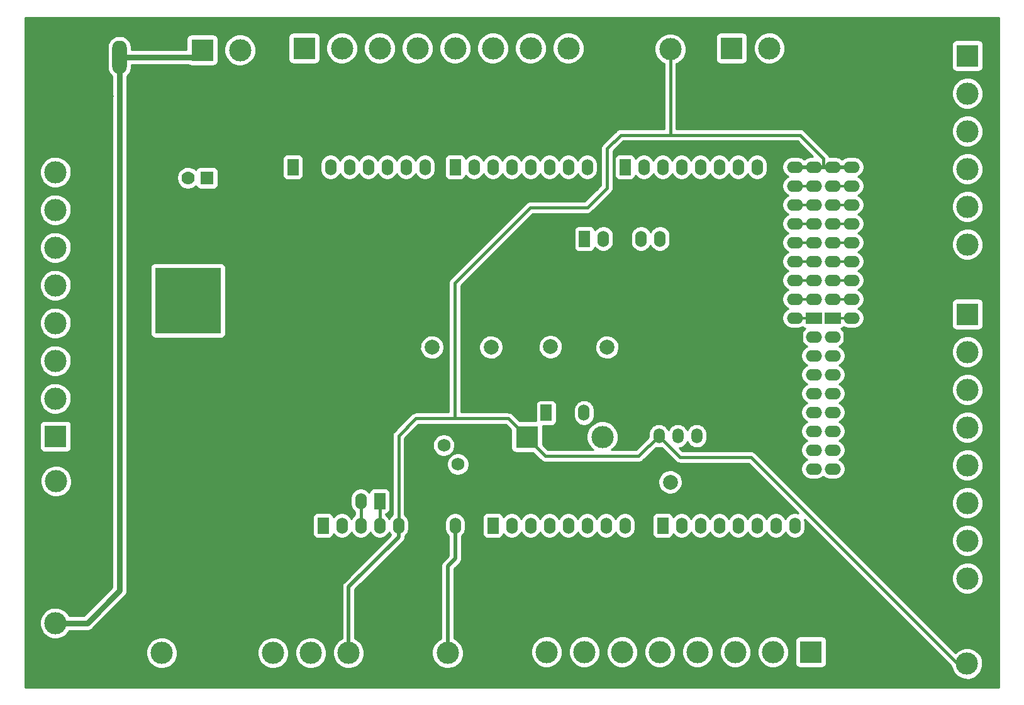
<source format=gbl>
G04 (created by PCBNEW-RS274X (2010-11-03 BZR 2592)-stable) date Sat 17 Mar 2012 17:18:43 COT*
G01*
G70*
G90*
%MOIN*%
G04 Gerber Fmt 3.4, Leading zero omitted, Abs format*
%FSLAX34Y34*%
G04 APERTURE LIST*
%ADD10C,0.006000*%
%ADD11O,0.059100X0.078700*%
%ADD12C,0.068900*%
%ADD13C,0.078700*%
%ADD14R,0.086600X0.060000*%
%ADD15O,0.086600X0.060000*%
%ADD16R,0.060000X0.086600*%
%ADD17O,0.060000X0.086600*%
%ADD18R,0.118100X0.118100*%
%ADD19C,0.118100*%
%ADD20O,0.157500X0.078700*%
%ADD21O,0.078700X0.157500*%
%ADD22O,0.078700X0.177200*%
%ADD23R,0.070000X0.070000*%
%ADD24C,0.070000*%
%ADD25R,0.350000X0.350000*%
%ADD26C,0.015700*%
%ADD27C,0.019700*%
%ADD28C,0.011800*%
%ADD29C,0.031500*%
%ADD30C,0.010000*%
G04 APERTURE END LIST*
G54D10*
G54D11*
X65100Y-44650D03*
X66100Y-44650D03*
X67100Y-44650D03*
G54D12*
X53700Y-45150D03*
X54450Y-46150D03*
X55200Y-45150D03*
G54D13*
X66700Y-47100D03*
X65700Y-47100D03*
G54D14*
X74300Y-47400D03*
G54D15*
X74300Y-46400D03*
X74300Y-45400D03*
X74300Y-44400D03*
X74300Y-43400D03*
X74300Y-42400D03*
X74300Y-41400D03*
X74300Y-40400D03*
X74300Y-39400D03*
G54D14*
X73300Y-47400D03*
G54D15*
X73300Y-46400D03*
X73300Y-45400D03*
X73300Y-44400D03*
X73300Y-43400D03*
X73300Y-42400D03*
X73300Y-41400D03*
X73300Y-40400D03*
X73300Y-39400D03*
G54D14*
X73300Y-38400D03*
G54D15*
X73300Y-37400D03*
X73300Y-36400D03*
X73300Y-35400D03*
X73300Y-34400D03*
X73300Y-33400D03*
X73300Y-32400D03*
X73300Y-31400D03*
X73300Y-30400D03*
G54D14*
X74300Y-38400D03*
G54D15*
X74300Y-37400D03*
X74300Y-36400D03*
X74300Y-35400D03*
X74300Y-34400D03*
X74300Y-33400D03*
X74300Y-32400D03*
X74300Y-31400D03*
X74300Y-30400D03*
G54D16*
X56300Y-49400D03*
G54D17*
X57300Y-49400D03*
X58300Y-49400D03*
X59300Y-49400D03*
X60300Y-49400D03*
X61300Y-49400D03*
X62300Y-49400D03*
X63300Y-49400D03*
G54D16*
X65300Y-49400D03*
G54D17*
X66300Y-49400D03*
X67300Y-49400D03*
X68300Y-49400D03*
X69300Y-49400D03*
X70300Y-49400D03*
X71300Y-49400D03*
X72300Y-49400D03*
G54D16*
X45700Y-30400D03*
G54D17*
X46700Y-30400D03*
X47700Y-30400D03*
X48700Y-30400D03*
X49700Y-30400D03*
X50700Y-30400D03*
X51700Y-30400D03*
X52700Y-30400D03*
G54D16*
X54300Y-30400D03*
G54D17*
X55300Y-30400D03*
X56300Y-30400D03*
X57300Y-30400D03*
X58300Y-30400D03*
X59300Y-30400D03*
X60300Y-30400D03*
X61300Y-30400D03*
G54D16*
X63300Y-30400D03*
G54D17*
X64300Y-30400D03*
X65300Y-30400D03*
X66300Y-30400D03*
X67300Y-30400D03*
X68300Y-30400D03*
X69300Y-30400D03*
X70300Y-30400D03*
G54D16*
X61150Y-34200D03*
G54D17*
X62150Y-34200D03*
X63150Y-34200D03*
X64150Y-34200D03*
X65150Y-34200D03*
G54D18*
X73150Y-56100D03*
G54D19*
X71150Y-56100D03*
X69150Y-56100D03*
X67150Y-56100D03*
X65150Y-56100D03*
X63150Y-56100D03*
X61150Y-56100D03*
X59150Y-56100D03*
G54D18*
X33125Y-44675D03*
G54D19*
X33125Y-42675D03*
X33125Y-40675D03*
X33125Y-38675D03*
X33125Y-36675D03*
X33125Y-34675D03*
X33125Y-32675D03*
X33125Y-30675D03*
G54D18*
X81450Y-38200D03*
G54D19*
X81450Y-40200D03*
X81450Y-42200D03*
X81450Y-44200D03*
X81450Y-46200D03*
X81450Y-48200D03*
X81450Y-50200D03*
X81450Y-52200D03*
G54D18*
X46300Y-24100D03*
G54D19*
X48300Y-24100D03*
X50300Y-24100D03*
X52300Y-24100D03*
X54300Y-24100D03*
X56300Y-24100D03*
X58300Y-24100D03*
X60300Y-24100D03*
G54D18*
X50650Y-56150D03*
G54D19*
X48650Y-56150D03*
X46650Y-56150D03*
X44650Y-56150D03*
G54D18*
X58100Y-44700D03*
G54D19*
X60100Y-44700D03*
X62100Y-44700D03*
G54D18*
X68950Y-24100D03*
G54D19*
X70950Y-24100D03*
G54D18*
X40750Y-56150D03*
G54D19*
X38750Y-56150D03*
G54D18*
X40900Y-24200D03*
G54D19*
X42900Y-24200D03*
G54D18*
X63700Y-24150D03*
G54D19*
X65700Y-24150D03*
G54D18*
X55900Y-56150D03*
G54D19*
X53900Y-56150D03*
G54D18*
X33150Y-49050D03*
G54D19*
X33150Y-47050D03*
G54D16*
X47300Y-49400D03*
G54D17*
X48300Y-49400D03*
X49300Y-49400D03*
X50300Y-49400D03*
X51300Y-49400D03*
X52300Y-49400D03*
X53300Y-49400D03*
X54300Y-49400D03*
G54D18*
X81425Y-54725D03*
G54D19*
X81425Y-56725D03*
G54D16*
X50300Y-48100D03*
G54D17*
X49300Y-48100D03*
G54D14*
X72300Y-39400D03*
G54D15*
X72300Y-38400D03*
X72300Y-37400D03*
X72300Y-36400D03*
X72300Y-35400D03*
X72300Y-34400D03*
X72300Y-33400D03*
X72300Y-32400D03*
X72300Y-31400D03*
X72300Y-30400D03*
G54D14*
X75300Y-39400D03*
G54D15*
X75300Y-38400D03*
X75300Y-37400D03*
X75300Y-36400D03*
X75300Y-35400D03*
X75300Y-34400D03*
X75300Y-33400D03*
X75300Y-32400D03*
X75300Y-31400D03*
X75300Y-30400D03*
G54D18*
X81450Y-24500D03*
G54D19*
X81450Y-26500D03*
X81450Y-28500D03*
X81450Y-30500D03*
X81450Y-32500D03*
X81450Y-34500D03*
G54D18*
X33125Y-56575D03*
G54D19*
X33125Y-54575D03*
G54D13*
X53075Y-39950D03*
X52075Y-39950D03*
X56200Y-39950D03*
X55200Y-39950D03*
X59350Y-39925D03*
X58350Y-39925D03*
X62350Y-39950D03*
X61350Y-39950D03*
G54D20*
X35428Y-26662D03*
G54D21*
X34148Y-24575D03*
G54D22*
X36511Y-24575D03*
G54D23*
X41150Y-30975D03*
G54D24*
X40150Y-30975D03*
X39150Y-30975D03*
G54D25*
X40150Y-37475D03*
G54D16*
X59125Y-43425D03*
G54D17*
X60125Y-43425D03*
X61125Y-43425D03*
G54D26*
X50300Y-49400D02*
X50300Y-48100D01*
X58100Y-44700D02*
X58100Y-44750D01*
X64025Y-45725D02*
X65100Y-44650D01*
X59075Y-45725D02*
X64025Y-45725D01*
X58100Y-44750D02*
X59075Y-45725D01*
X60275Y-32550D02*
X58275Y-32550D01*
X60275Y-32550D02*
X61300Y-32550D01*
X61300Y-32550D02*
X62350Y-31500D01*
X62350Y-31500D02*
X62350Y-29425D01*
X62350Y-29425D02*
X63075Y-28700D01*
X65700Y-28700D02*
X63075Y-28700D01*
X54275Y-43725D02*
X54250Y-43725D01*
X54275Y-36550D02*
X54275Y-43725D01*
X58275Y-32550D02*
X54275Y-36550D01*
X65100Y-44650D02*
X65100Y-44675D01*
X65100Y-44675D02*
X66200Y-45775D01*
X66200Y-45775D02*
X69975Y-45775D01*
X69975Y-45775D02*
X80925Y-56725D01*
X80925Y-56725D02*
X81425Y-56725D01*
X65700Y-24150D02*
X65700Y-28700D01*
X73825Y-29950D02*
X73825Y-30400D01*
X72575Y-28700D02*
X73825Y-29950D01*
X65700Y-28700D02*
X72575Y-28700D01*
X51300Y-49400D02*
X51300Y-44650D01*
X51300Y-44650D02*
X52225Y-43725D01*
X54000Y-43725D02*
X54250Y-43725D01*
X52225Y-43725D02*
X54000Y-43725D01*
X57125Y-43725D02*
X58100Y-44700D01*
X54250Y-43725D02*
X57125Y-43725D01*
G54D27*
X75300Y-30400D02*
X74300Y-30400D01*
X73300Y-30400D02*
X73825Y-30400D01*
X73825Y-30400D02*
X74300Y-30400D01*
X73300Y-30400D02*
X72300Y-30400D01*
X51300Y-49400D02*
X51300Y-50000D01*
X48650Y-52650D02*
X48650Y-56150D01*
X51300Y-50000D02*
X48650Y-52650D01*
G54D28*
X72300Y-31400D02*
X73300Y-31400D01*
X75300Y-31400D02*
X74300Y-31400D01*
X72300Y-32400D02*
X73300Y-32400D01*
X75300Y-32400D02*
X74300Y-32400D01*
X72300Y-33400D02*
X73300Y-33400D01*
X75300Y-33400D02*
X74300Y-33400D01*
X72300Y-34400D02*
X73300Y-34400D01*
X75300Y-34400D02*
X74300Y-34400D01*
X72300Y-35400D02*
X73300Y-35400D01*
X75300Y-35400D02*
X74300Y-35400D01*
X72300Y-36400D02*
X73300Y-36400D01*
X75300Y-36400D02*
X74300Y-36400D01*
X72300Y-37400D02*
X73300Y-37400D01*
X75300Y-37400D02*
X74300Y-37400D01*
X72300Y-38400D02*
X73300Y-38400D01*
X75300Y-38400D02*
X74300Y-38400D01*
G54D26*
X49300Y-49400D02*
X49300Y-48100D01*
G54D29*
X36511Y-52314D02*
X36511Y-52864D01*
X36511Y-24575D02*
X36511Y-52314D01*
X34800Y-54575D02*
X33125Y-54575D01*
X36511Y-52864D02*
X34800Y-54575D01*
X36511Y-24575D02*
X40525Y-24575D01*
X40525Y-24575D02*
X40900Y-24200D01*
G54D27*
X53900Y-56150D02*
X53900Y-51550D01*
X54300Y-51150D02*
X54300Y-49400D01*
X53900Y-51550D02*
X54300Y-51150D01*
G54D10*
G36*
X83125Y-57975D02*
X82290Y-57975D01*
X82290Y-52118D01*
X82290Y-50118D01*
X82290Y-48118D01*
X82290Y-46118D01*
X82290Y-44118D01*
X82290Y-42118D01*
X82290Y-40118D01*
X82290Y-38817D01*
X82290Y-38768D01*
X82290Y-37586D01*
X82290Y-34418D01*
X82290Y-32418D01*
X82290Y-30418D01*
X82290Y-28418D01*
X82290Y-26418D01*
X82290Y-25117D01*
X82290Y-25068D01*
X82290Y-23886D01*
X82281Y-23838D01*
X82262Y-23793D01*
X82235Y-23752D01*
X82200Y-23717D01*
X82160Y-23689D01*
X82115Y-23670D01*
X82067Y-23660D01*
X82018Y-23660D01*
X80836Y-23660D01*
X80788Y-23669D01*
X80743Y-23688D01*
X80702Y-23715D01*
X80667Y-23750D01*
X80639Y-23790D01*
X80620Y-23835D01*
X80610Y-23883D01*
X80610Y-23932D01*
X80610Y-25114D01*
X80619Y-25162D01*
X80638Y-25207D01*
X80665Y-25248D01*
X80700Y-25283D01*
X80740Y-25311D01*
X80785Y-25330D01*
X80833Y-25340D01*
X80882Y-25340D01*
X82064Y-25340D01*
X82112Y-25331D01*
X82157Y-25312D01*
X82198Y-25285D01*
X82233Y-25250D01*
X82261Y-25210D01*
X82280Y-25165D01*
X82290Y-25117D01*
X82290Y-26418D01*
X82258Y-26256D01*
X82195Y-26104D01*
X82104Y-25967D01*
X81988Y-25850D01*
X81852Y-25758D01*
X81700Y-25694D01*
X81539Y-25661D01*
X81374Y-25659D01*
X81212Y-25690D01*
X81059Y-25752D01*
X80921Y-25842D01*
X80804Y-25957D01*
X80711Y-26093D01*
X80646Y-26244D01*
X80611Y-26406D01*
X80609Y-26570D01*
X80639Y-26732D01*
X80699Y-26885D01*
X80788Y-27024D01*
X80903Y-27142D01*
X81038Y-27237D01*
X81189Y-27303D01*
X81350Y-27338D01*
X81514Y-27342D01*
X81677Y-27313D01*
X81830Y-27253D01*
X81969Y-27165D01*
X82089Y-27052D01*
X82184Y-26917D01*
X82251Y-26767D01*
X82287Y-26606D01*
X82290Y-26418D01*
X82290Y-28418D01*
X82258Y-28256D01*
X82195Y-28104D01*
X82104Y-27967D01*
X81988Y-27850D01*
X81852Y-27758D01*
X81700Y-27694D01*
X81539Y-27661D01*
X81374Y-27659D01*
X81212Y-27690D01*
X81059Y-27752D01*
X80921Y-27842D01*
X80804Y-27957D01*
X80711Y-28093D01*
X80646Y-28244D01*
X80611Y-28406D01*
X80609Y-28570D01*
X80639Y-28732D01*
X80699Y-28885D01*
X80788Y-29024D01*
X80903Y-29142D01*
X81038Y-29237D01*
X81189Y-29303D01*
X81350Y-29338D01*
X81514Y-29342D01*
X81677Y-29313D01*
X81830Y-29253D01*
X81969Y-29165D01*
X82089Y-29052D01*
X82184Y-28917D01*
X82251Y-28767D01*
X82287Y-28606D01*
X82290Y-28418D01*
X82290Y-30418D01*
X82258Y-30256D01*
X82195Y-30104D01*
X82104Y-29967D01*
X81988Y-29850D01*
X81852Y-29758D01*
X81700Y-29694D01*
X81539Y-29661D01*
X81374Y-29659D01*
X81212Y-29690D01*
X81059Y-29752D01*
X80921Y-29842D01*
X80804Y-29957D01*
X80711Y-30093D01*
X80646Y-30244D01*
X80611Y-30406D01*
X80609Y-30570D01*
X80639Y-30732D01*
X80699Y-30885D01*
X80788Y-31024D01*
X80903Y-31142D01*
X81038Y-31237D01*
X81189Y-31303D01*
X81350Y-31338D01*
X81514Y-31342D01*
X81677Y-31313D01*
X81830Y-31253D01*
X81969Y-31165D01*
X82089Y-31052D01*
X82184Y-30917D01*
X82251Y-30767D01*
X82287Y-30606D01*
X82290Y-30418D01*
X82290Y-32418D01*
X82258Y-32256D01*
X82195Y-32104D01*
X82104Y-31967D01*
X81988Y-31850D01*
X81852Y-31758D01*
X81700Y-31694D01*
X81539Y-31661D01*
X81374Y-31659D01*
X81212Y-31690D01*
X81059Y-31752D01*
X80921Y-31842D01*
X80804Y-31957D01*
X80711Y-32093D01*
X80646Y-32244D01*
X80611Y-32406D01*
X80609Y-32570D01*
X80639Y-32732D01*
X80699Y-32885D01*
X80788Y-33024D01*
X80903Y-33142D01*
X81038Y-33237D01*
X81189Y-33303D01*
X81350Y-33338D01*
X81514Y-33342D01*
X81677Y-33313D01*
X81830Y-33253D01*
X81969Y-33165D01*
X82089Y-33052D01*
X82184Y-32917D01*
X82251Y-32767D01*
X82287Y-32606D01*
X82290Y-32418D01*
X82290Y-34418D01*
X82258Y-34256D01*
X82195Y-34104D01*
X82104Y-33967D01*
X81988Y-33850D01*
X81852Y-33758D01*
X81700Y-33694D01*
X81539Y-33661D01*
X81374Y-33659D01*
X81212Y-33690D01*
X81059Y-33752D01*
X80921Y-33842D01*
X80804Y-33957D01*
X80711Y-34093D01*
X80646Y-34244D01*
X80611Y-34406D01*
X80609Y-34570D01*
X80639Y-34732D01*
X80699Y-34885D01*
X80788Y-35024D01*
X80903Y-35142D01*
X81038Y-35237D01*
X81189Y-35303D01*
X81350Y-35338D01*
X81514Y-35342D01*
X81677Y-35313D01*
X81830Y-35253D01*
X81969Y-35165D01*
X82089Y-35052D01*
X82184Y-34917D01*
X82251Y-34767D01*
X82287Y-34606D01*
X82290Y-34418D01*
X82290Y-37586D01*
X82281Y-37538D01*
X82262Y-37493D01*
X82235Y-37452D01*
X82200Y-37417D01*
X82160Y-37389D01*
X82115Y-37370D01*
X82067Y-37360D01*
X82018Y-37360D01*
X80836Y-37360D01*
X80788Y-37369D01*
X80743Y-37388D01*
X80702Y-37415D01*
X80667Y-37450D01*
X80639Y-37490D01*
X80620Y-37535D01*
X80610Y-37583D01*
X80610Y-37632D01*
X80610Y-38814D01*
X80619Y-38862D01*
X80638Y-38907D01*
X80665Y-38948D01*
X80700Y-38983D01*
X80740Y-39011D01*
X80785Y-39030D01*
X80833Y-39040D01*
X80882Y-39040D01*
X82064Y-39040D01*
X82112Y-39031D01*
X82157Y-39012D01*
X82198Y-38985D01*
X82233Y-38950D01*
X82261Y-38910D01*
X82280Y-38865D01*
X82290Y-38817D01*
X82290Y-40118D01*
X82258Y-39956D01*
X82195Y-39804D01*
X82104Y-39667D01*
X81988Y-39550D01*
X81852Y-39458D01*
X81700Y-39394D01*
X81539Y-39361D01*
X81374Y-39359D01*
X81212Y-39390D01*
X81059Y-39452D01*
X80921Y-39542D01*
X80804Y-39657D01*
X80711Y-39793D01*
X80646Y-39944D01*
X80611Y-40106D01*
X80609Y-40270D01*
X80639Y-40432D01*
X80699Y-40585D01*
X80788Y-40724D01*
X80903Y-40842D01*
X81038Y-40937D01*
X81189Y-41003D01*
X81350Y-41038D01*
X81514Y-41042D01*
X81677Y-41013D01*
X81830Y-40953D01*
X81969Y-40865D01*
X82089Y-40752D01*
X82184Y-40617D01*
X82251Y-40467D01*
X82287Y-40306D01*
X82290Y-40118D01*
X82290Y-42118D01*
X82258Y-41956D01*
X82195Y-41804D01*
X82104Y-41667D01*
X81988Y-41550D01*
X81852Y-41458D01*
X81700Y-41394D01*
X81539Y-41361D01*
X81374Y-41359D01*
X81212Y-41390D01*
X81059Y-41452D01*
X80921Y-41542D01*
X80804Y-41657D01*
X80711Y-41793D01*
X80646Y-41944D01*
X80611Y-42106D01*
X80609Y-42270D01*
X80639Y-42432D01*
X80699Y-42585D01*
X80788Y-42724D01*
X80903Y-42842D01*
X81038Y-42937D01*
X81189Y-43003D01*
X81350Y-43038D01*
X81514Y-43042D01*
X81677Y-43013D01*
X81830Y-42953D01*
X81969Y-42865D01*
X82089Y-42752D01*
X82184Y-42617D01*
X82251Y-42467D01*
X82287Y-42306D01*
X82290Y-42118D01*
X82290Y-44118D01*
X82258Y-43956D01*
X82195Y-43804D01*
X82104Y-43667D01*
X81988Y-43550D01*
X81852Y-43458D01*
X81700Y-43394D01*
X81539Y-43361D01*
X81374Y-43359D01*
X81212Y-43390D01*
X81059Y-43452D01*
X80921Y-43542D01*
X80804Y-43657D01*
X80711Y-43793D01*
X80646Y-43944D01*
X80611Y-44106D01*
X80609Y-44270D01*
X80639Y-44432D01*
X80699Y-44585D01*
X80788Y-44724D01*
X80903Y-44842D01*
X81038Y-44937D01*
X81189Y-45003D01*
X81350Y-45038D01*
X81514Y-45042D01*
X81677Y-45013D01*
X81830Y-44953D01*
X81969Y-44865D01*
X82089Y-44752D01*
X82184Y-44617D01*
X82251Y-44467D01*
X82287Y-44306D01*
X82290Y-44118D01*
X82290Y-46118D01*
X82258Y-45956D01*
X82195Y-45804D01*
X82104Y-45667D01*
X81988Y-45550D01*
X81852Y-45458D01*
X81700Y-45394D01*
X81539Y-45361D01*
X81374Y-45359D01*
X81212Y-45390D01*
X81059Y-45452D01*
X80921Y-45542D01*
X80804Y-45657D01*
X80711Y-45793D01*
X80646Y-45944D01*
X80611Y-46106D01*
X80609Y-46270D01*
X80639Y-46432D01*
X80699Y-46585D01*
X80788Y-46724D01*
X80903Y-46842D01*
X81038Y-46937D01*
X81189Y-47003D01*
X81350Y-47038D01*
X81514Y-47042D01*
X81677Y-47013D01*
X81830Y-46953D01*
X81969Y-46865D01*
X82089Y-46752D01*
X82184Y-46617D01*
X82251Y-46467D01*
X82287Y-46306D01*
X82290Y-46118D01*
X82290Y-48118D01*
X82258Y-47956D01*
X82195Y-47804D01*
X82104Y-47667D01*
X81988Y-47550D01*
X81852Y-47458D01*
X81700Y-47394D01*
X81539Y-47361D01*
X81374Y-47359D01*
X81212Y-47390D01*
X81059Y-47452D01*
X80921Y-47542D01*
X80804Y-47657D01*
X80711Y-47793D01*
X80646Y-47944D01*
X80611Y-48106D01*
X80609Y-48270D01*
X80639Y-48432D01*
X80699Y-48585D01*
X80788Y-48724D01*
X80903Y-48842D01*
X81038Y-48937D01*
X81189Y-49003D01*
X81350Y-49038D01*
X81514Y-49042D01*
X81677Y-49013D01*
X81830Y-48953D01*
X81969Y-48865D01*
X82089Y-48752D01*
X82184Y-48617D01*
X82251Y-48467D01*
X82287Y-48306D01*
X82290Y-48118D01*
X82290Y-50118D01*
X82258Y-49956D01*
X82195Y-49804D01*
X82104Y-49667D01*
X81988Y-49550D01*
X81852Y-49458D01*
X81700Y-49394D01*
X81539Y-49361D01*
X81374Y-49359D01*
X81212Y-49390D01*
X81059Y-49452D01*
X80921Y-49542D01*
X80804Y-49657D01*
X80711Y-49793D01*
X80646Y-49944D01*
X80611Y-50106D01*
X80609Y-50270D01*
X80639Y-50432D01*
X80699Y-50585D01*
X80788Y-50724D01*
X80903Y-50842D01*
X81038Y-50937D01*
X81189Y-51003D01*
X81350Y-51038D01*
X81514Y-51042D01*
X81677Y-51013D01*
X81830Y-50953D01*
X81969Y-50865D01*
X82089Y-50752D01*
X82184Y-50617D01*
X82251Y-50467D01*
X82287Y-50306D01*
X82290Y-50118D01*
X82290Y-52118D01*
X82258Y-51956D01*
X82195Y-51804D01*
X82104Y-51667D01*
X81988Y-51550D01*
X81852Y-51458D01*
X81700Y-51394D01*
X81539Y-51361D01*
X81374Y-51359D01*
X81212Y-51390D01*
X81059Y-51452D01*
X80921Y-51542D01*
X80804Y-51657D01*
X80711Y-51793D01*
X80646Y-51944D01*
X80611Y-52106D01*
X80609Y-52270D01*
X80639Y-52432D01*
X80699Y-52585D01*
X80788Y-52724D01*
X80903Y-52842D01*
X81038Y-52937D01*
X81189Y-53003D01*
X81350Y-53038D01*
X81514Y-53042D01*
X81677Y-53013D01*
X81830Y-52953D01*
X81969Y-52865D01*
X82089Y-52752D01*
X82184Y-52617D01*
X82251Y-52467D01*
X82287Y-52306D01*
X82290Y-52118D01*
X82290Y-57975D01*
X82265Y-57975D01*
X82265Y-56643D01*
X82233Y-56481D01*
X82170Y-56329D01*
X82079Y-56192D01*
X81963Y-56075D01*
X81827Y-55983D01*
X81675Y-55919D01*
X81514Y-55886D01*
X81349Y-55884D01*
X81187Y-55915D01*
X81034Y-55977D01*
X80896Y-56067D01*
X80812Y-56149D01*
X70848Y-46185D01*
X70848Y-30490D01*
X70847Y-30210D01*
X70826Y-30105D01*
X70785Y-30006D01*
X70726Y-29916D01*
X70650Y-29840D01*
X70561Y-29780D01*
X70462Y-29739D01*
X70357Y-29717D01*
X70250Y-29717D01*
X70144Y-29737D01*
X70045Y-29777D01*
X69955Y-29836D01*
X69879Y-29911D01*
X69818Y-30000D01*
X69799Y-30042D01*
X69785Y-30006D01*
X69726Y-29916D01*
X69650Y-29840D01*
X69561Y-29780D01*
X69462Y-29739D01*
X69357Y-29717D01*
X69250Y-29717D01*
X69144Y-29737D01*
X69045Y-29777D01*
X68955Y-29836D01*
X68879Y-29911D01*
X68818Y-30000D01*
X68799Y-30042D01*
X68785Y-30006D01*
X68726Y-29916D01*
X68650Y-29840D01*
X68561Y-29780D01*
X68462Y-29739D01*
X68357Y-29717D01*
X68250Y-29717D01*
X68144Y-29737D01*
X68045Y-29777D01*
X67955Y-29836D01*
X67879Y-29911D01*
X67818Y-30000D01*
X67799Y-30042D01*
X67785Y-30006D01*
X67726Y-29916D01*
X67650Y-29840D01*
X67561Y-29780D01*
X67462Y-29739D01*
X67357Y-29717D01*
X67250Y-29717D01*
X67144Y-29737D01*
X67045Y-29777D01*
X66955Y-29836D01*
X66879Y-29911D01*
X66818Y-30000D01*
X66799Y-30042D01*
X66785Y-30006D01*
X66726Y-29916D01*
X66650Y-29840D01*
X66561Y-29780D01*
X66462Y-29739D01*
X66357Y-29717D01*
X66250Y-29717D01*
X66144Y-29737D01*
X66045Y-29777D01*
X65955Y-29836D01*
X65879Y-29911D01*
X65818Y-30000D01*
X65799Y-30042D01*
X65785Y-30006D01*
X65726Y-29916D01*
X65650Y-29840D01*
X65561Y-29780D01*
X65462Y-29739D01*
X65357Y-29717D01*
X65250Y-29717D01*
X65144Y-29737D01*
X65045Y-29777D01*
X64955Y-29836D01*
X64879Y-29911D01*
X64818Y-30000D01*
X64799Y-30042D01*
X64785Y-30006D01*
X64726Y-29916D01*
X64650Y-29840D01*
X64561Y-29780D01*
X64462Y-29739D01*
X64357Y-29717D01*
X64250Y-29717D01*
X64144Y-29737D01*
X64045Y-29777D01*
X63955Y-29836D01*
X63879Y-29911D01*
X63850Y-29953D01*
X63850Y-29943D01*
X63841Y-29895D01*
X63822Y-29850D01*
X63795Y-29809D01*
X63760Y-29774D01*
X63720Y-29746D01*
X63675Y-29727D01*
X63627Y-29717D01*
X63578Y-29717D01*
X62976Y-29717D01*
X62928Y-29726D01*
X62883Y-29745D01*
X62842Y-29772D01*
X62807Y-29807D01*
X62779Y-29847D01*
X62760Y-29892D01*
X62750Y-29940D01*
X62750Y-29989D01*
X62750Y-30857D01*
X62759Y-30905D01*
X62778Y-30950D01*
X62805Y-30991D01*
X62840Y-31026D01*
X62880Y-31054D01*
X62925Y-31073D01*
X62973Y-31083D01*
X63022Y-31083D01*
X63624Y-31083D01*
X63672Y-31074D01*
X63717Y-31055D01*
X63758Y-31028D01*
X63793Y-30993D01*
X63821Y-30953D01*
X63840Y-30908D01*
X63850Y-30860D01*
X63850Y-30847D01*
X63874Y-30884D01*
X63950Y-30960D01*
X64039Y-31020D01*
X64138Y-31061D01*
X64243Y-31083D01*
X64350Y-31083D01*
X64456Y-31063D01*
X64555Y-31023D01*
X64645Y-30964D01*
X64721Y-30889D01*
X64782Y-30800D01*
X64800Y-30757D01*
X64815Y-30794D01*
X64874Y-30884D01*
X64950Y-30960D01*
X65039Y-31020D01*
X65138Y-31061D01*
X65243Y-31083D01*
X65350Y-31083D01*
X65456Y-31063D01*
X65555Y-31023D01*
X65645Y-30964D01*
X65721Y-30889D01*
X65782Y-30800D01*
X65800Y-30757D01*
X65815Y-30794D01*
X65874Y-30884D01*
X65950Y-30960D01*
X66039Y-31020D01*
X66138Y-31061D01*
X66243Y-31083D01*
X66350Y-31083D01*
X66456Y-31063D01*
X66555Y-31023D01*
X66645Y-30964D01*
X66721Y-30889D01*
X66782Y-30800D01*
X66800Y-30757D01*
X66815Y-30794D01*
X66874Y-30884D01*
X66950Y-30960D01*
X67039Y-31020D01*
X67138Y-31061D01*
X67243Y-31083D01*
X67350Y-31083D01*
X67456Y-31063D01*
X67555Y-31023D01*
X67645Y-30964D01*
X67721Y-30889D01*
X67782Y-30800D01*
X67800Y-30757D01*
X67815Y-30794D01*
X67874Y-30884D01*
X67950Y-30960D01*
X68039Y-31020D01*
X68138Y-31061D01*
X68243Y-31083D01*
X68350Y-31083D01*
X68456Y-31063D01*
X68555Y-31023D01*
X68645Y-30964D01*
X68721Y-30889D01*
X68782Y-30800D01*
X68800Y-30757D01*
X68815Y-30794D01*
X68874Y-30884D01*
X68950Y-30960D01*
X69039Y-31020D01*
X69138Y-31061D01*
X69243Y-31083D01*
X69350Y-31083D01*
X69456Y-31063D01*
X69555Y-31023D01*
X69645Y-30964D01*
X69721Y-30889D01*
X69782Y-30800D01*
X69800Y-30757D01*
X69815Y-30794D01*
X69874Y-30884D01*
X69950Y-30960D01*
X70039Y-31020D01*
X70138Y-31061D01*
X70243Y-31083D01*
X70350Y-31083D01*
X70456Y-31063D01*
X70555Y-31023D01*
X70645Y-30964D01*
X70721Y-30889D01*
X70782Y-30800D01*
X70824Y-30702D01*
X70846Y-30597D01*
X70848Y-30490D01*
X70848Y-46185D01*
X70209Y-45546D01*
X70207Y-45543D01*
X70172Y-45514D01*
X70160Y-45504D01*
X70158Y-45503D01*
X70157Y-45502D01*
X70104Y-45474D01*
X70101Y-45472D01*
X70053Y-45457D01*
X70043Y-45454D01*
X70041Y-45453D01*
X70039Y-45453D01*
X70004Y-45449D01*
X69980Y-45447D01*
X69976Y-45447D01*
X69975Y-45447D01*
X66335Y-45447D01*
X66176Y-45287D01*
X66254Y-45273D01*
X66352Y-45234D01*
X66441Y-45176D01*
X66517Y-45101D01*
X66577Y-45013D01*
X66599Y-44959D01*
X66619Y-45007D01*
X66678Y-45095D01*
X66753Y-45171D01*
X66841Y-45230D01*
X66939Y-45271D01*
X67043Y-45293D01*
X67149Y-45293D01*
X67254Y-45273D01*
X67352Y-45234D01*
X67441Y-45176D01*
X67517Y-45101D01*
X67577Y-45013D01*
X67619Y-44916D01*
X67641Y-44812D01*
X67643Y-44706D01*
X67642Y-44496D01*
X67621Y-44392D01*
X67581Y-44293D01*
X67522Y-44205D01*
X67447Y-44129D01*
X67359Y-44070D01*
X67261Y-44029D01*
X67157Y-44007D01*
X67051Y-44007D01*
X66946Y-44027D01*
X66848Y-44066D01*
X66759Y-44124D01*
X66683Y-44199D01*
X66623Y-44287D01*
X66600Y-44340D01*
X66581Y-44293D01*
X66522Y-44205D01*
X66447Y-44129D01*
X66359Y-44070D01*
X66261Y-44029D01*
X66157Y-44007D01*
X66051Y-44007D01*
X65946Y-44027D01*
X65848Y-44066D01*
X65759Y-44124D01*
X65698Y-44184D01*
X65698Y-34290D01*
X65697Y-34010D01*
X65676Y-33905D01*
X65635Y-33806D01*
X65576Y-33716D01*
X65500Y-33640D01*
X65411Y-33580D01*
X65312Y-33539D01*
X65207Y-33517D01*
X65100Y-33517D01*
X64994Y-33537D01*
X64895Y-33577D01*
X64805Y-33636D01*
X64729Y-33711D01*
X64668Y-33800D01*
X64649Y-33842D01*
X64635Y-33806D01*
X64576Y-33716D01*
X64500Y-33640D01*
X64411Y-33580D01*
X64312Y-33539D01*
X64207Y-33517D01*
X64100Y-33517D01*
X63994Y-33537D01*
X63895Y-33577D01*
X63805Y-33636D01*
X63729Y-33711D01*
X63668Y-33800D01*
X63626Y-33898D01*
X63604Y-34003D01*
X63602Y-34110D01*
X63603Y-34390D01*
X63624Y-34495D01*
X63665Y-34594D01*
X63724Y-34684D01*
X63800Y-34760D01*
X63889Y-34820D01*
X63988Y-34861D01*
X64093Y-34883D01*
X64200Y-34883D01*
X64306Y-34863D01*
X64405Y-34823D01*
X64495Y-34764D01*
X64571Y-34689D01*
X64632Y-34600D01*
X64650Y-34557D01*
X64665Y-34594D01*
X64724Y-34684D01*
X64800Y-34760D01*
X64889Y-34820D01*
X64988Y-34861D01*
X65093Y-34883D01*
X65200Y-34883D01*
X65306Y-34863D01*
X65405Y-34823D01*
X65495Y-34764D01*
X65571Y-34689D01*
X65632Y-34600D01*
X65674Y-34502D01*
X65696Y-34397D01*
X65698Y-34290D01*
X65698Y-44184D01*
X65683Y-44199D01*
X65623Y-44287D01*
X65600Y-44340D01*
X65581Y-44293D01*
X65522Y-44205D01*
X65447Y-44129D01*
X65359Y-44070D01*
X65261Y-44029D01*
X65157Y-44007D01*
X65051Y-44007D01*
X64946Y-44027D01*
X64848Y-44066D01*
X64759Y-44124D01*
X64683Y-44199D01*
X64623Y-44287D01*
X64581Y-44384D01*
X64559Y-44488D01*
X64557Y-44594D01*
X64557Y-44728D01*
X63889Y-45397D01*
X62993Y-45397D01*
X62993Y-39887D01*
X62969Y-39763D01*
X62920Y-39647D01*
X62851Y-39542D01*
X62762Y-39452D01*
X62698Y-39409D01*
X62698Y-34290D01*
X62697Y-34010D01*
X62676Y-33905D01*
X62635Y-33806D01*
X62576Y-33716D01*
X62500Y-33640D01*
X62411Y-33580D01*
X62312Y-33539D01*
X62207Y-33517D01*
X62100Y-33517D01*
X61994Y-33537D01*
X61895Y-33577D01*
X61805Y-33636D01*
X61729Y-33711D01*
X61700Y-33753D01*
X61700Y-33743D01*
X61691Y-33695D01*
X61672Y-33650D01*
X61645Y-33609D01*
X61610Y-33574D01*
X61570Y-33546D01*
X61525Y-33527D01*
X61477Y-33517D01*
X61428Y-33517D01*
X60826Y-33517D01*
X60778Y-33526D01*
X60733Y-33545D01*
X60692Y-33572D01*
X60657Y-33607D01*
X60629Y-33647D01*
X60610Y-33692D01*
X60600Y-33740D01*
X60600Y-33789D01*
X60600Y-34657D01*
X60609Y-34705D01*
X60628Y-34750D01*
X60655Y-34791D01*
X60690Y-34826D01*
X60730Y-34854D01*
X60775Y-34873D01*
X60823Y-34883D01*
X60872Y-34883D01*
X61474Y-34883D01*
X61522Y-34874D01*
X61567Y-34855D01*
X61608Y-34828D01*
X61643Y-34793D01*
X61671Y-34753D01*
X61690Y-34708D01*
X61700Y-34660D01*
X61700Y-34647D01*
X61724Y-34684D01*
X61800Y-34760D01*
X61889Y-34820D01*
X61988Y-34861D01*
X62093Y-34883D01*
X62200Y-34883D01*
X62306Y-34863D01*
X62405Y-34823D01*
X62495Y-34764D01*
X62571Y-34689D01*
X62632Y-34600D01*
X62674Y-34502D01*
X62696Y-34397D01*
X62698Y-34290D01*
X62698Y-39409D01*
X62657Y-39382D01*
X62541Y-39333D01*
X62418Y-39307D01*
X62291Y-39307D01*
X62168Y-39330D01*
X62051Y-39377D01*
X61945Y-39446D01*
X61855Y-39535D01*
X61784Y-39639D01*
X61734Y-39755D01*
X61708Y-39878D01*
X61706Y-40004D01*
X61729Y-40128D01*
X61775Y-40245D01*
X61844Y-40351D01*
X61931Y-40442D01*
X62035Y-40514D01*
X62150Y-40564D01*
X62273Y-40592D01*
X62400Y-40594D01*
X62524Y-40572D01*
X62641Y-40527D01*
X62748Y-40459D01*
X62839Y-40372D01*
X62912Y-40269D01*
X62963Y-40154D01*
X62991Y-40031D01*
X62993Y-39887D01*
X62993Y-45397D01*
X62568Y-45397D01*
X62619Y-45365D01*
X62739Y-45252D01*
X62834Y-45117D01*
X62901Y-44967D01*
X62937Y-44806D01*
X62940Y-44618D01*
X62908Y-44456D01*
X62845Y-44304D01*
X62754Y-44167D01*
X62638Y-44050D01*
X62502Y-43958D01*
X62350Y-43894D01*
X62189Y-43861D01*
X62024Y-43859D01*
X61862Y-43890D01*
X61709Y-43952D01*
X61673Y-43975D01*
X61673Y-43515D01*
X61672Y-43235D01*
X61651Y-43130D01*
X61610Y-43031D01*
X61551Y-42941D01*
X61475Y-42865D01*
X61386Y-42805D01*
X61287Y-42764D01*
X61182Y-42742D01*
X61075Y-42742D01*
X60969Y-42762D01*
X60870Y-42802D01*
X60780Y-42861D01*
X60704Y-42936D01*
X60643Y-43025D01*
X60601Y-43123D01*
X60579Y-43228D01*
X60577Y-43335D01*
X60578Y-43615D01*
X60599Y-43720D01*
X60640Y-43819D01*
X60699Y-43909D01*
X60775Y-43985D01*
X60864Y-44045D01*
X60963Y-44086D01*
X61068Y-44108D01*
X61175Y-44108D01*
X61281Y-44088D01*
X61380Y-44048D01*
X61470Y-43989D01*
X61546Y-43914D01*
X61607Y-43825D01*
X61649Y-43727D01*
X61671Y-43622D01*
X61673Y-43515D01*
X61673Y-43975D01*
X61571Y-44042D01*
X61454Y-44157D01*
X61361Y-44293D01*
X61296Y-44444D01*
X61261Y-44606D01*
X61259Y-44770D01*
X61289Y-44932D01*
X61349Y-45085D01*
X61438Y-45224D01*
X61553Y-45342D01*
X61631Y-45397D01*
X59993Y-45397D01*
X59993Y-39862D01*
X59969Y-39738D01*
X59920Y-39622D01*
X59851Y-39517D01*
X59762Y-39427D01*
X59657Y-39357D01*
X59541Y-39308D01*
X59418Y-39282D01*
X59291Y-39282D01*
X59168Y-39305D01*
X59051Y-39352D01*
X58945Y-39421D01*
X58855Y-39510D01*
X58784Y-39614D01*
X58734Y-39730D01*
X58708Y-39853D01*
X58706Y-39979D01*
X58729Y-40103D01*
X58775Y-40220D01*
X58844Y-40326D01*
X58931Y-40417D01*
X59035Y-40489D01*
X59150Y-40539D01*
X59273Y-40567D01*
X59400Y-40569D01*
X59524Y-40547D01*
X59641Y-40502D01*
X59748Y-40434D01*
X59839Y-40347D01*
X59912Y-40244D01*
X59963Y-40129D01*
X59991Y-40006D01*
X59993Y-39862D01*
X59993Y-45397D01*
X59211Y-45397D01*
X58940Y-45126D01*
X58940Y-44108D01*
X59449Y-44108D01*
X59497Y-44099D01*
X59542Y-44080D01*
X59583Y-44053D01*
X59618Y-44018D01*
X59646Y-43978D01*
X59665Y-43933D01*
X59675Y-43885D01*
X59675Y-43836D01*
X59675Y-42968D01*
X59666Y-42920D01*
X59647Y-42875D01*
X59620Y-42834D01*
X59585Y-42799D01*
X59545Y-42771D01*
X59500Y-42752D01*
X59452Y-42742D01*
X59403Y-42742D01*
X58801Y-42742D01*
X58753Y-42751D01*
X58708Y-42770D01*
X58667Y-42797D01*
X58632Y-42832D01*
X58604Y-42872D01*
X58585Y-42917D01*
X58575Y-42965D01*
X58575Y-43014D01*
X58575Y-43860D01*
X57724Y-43860D01*
X57357Y-43493D01*
X57322Y-43464D01*
X57310Y-43454D01*
X57308Y-43453D01*
X57307Y-43452D01*
X57254Y-43424D01*
X57251Y-43422D01*
X57203Y-43407D01*
X57193Y-43404D01*
X57191Y-43403D01*
X57189Y-43403D01*
X57154Y-43399D01*
X57130Y-43397D01*
X57126Y-43397D01*
X57125Y-43397D01*
X56843Y-43397D01*
X56843Y-39887D01*
X56819Y-39763D01*
X56770Y-39647D01*
X56701Y-39542D01*
X56612Y-39452D01*
X56507Y-39382D01*
X56391Y-39333D01*
X56268Y-39307D01*
X56141Y-39307D01*
X56018Y-39330D01*
X55901Y-39377D01*
X55795Y-39446D01*
X55705Y-39535D01*
X55634Y-39639D01*
X55584Y-39755D01*
X55558Y-39878D01*
X55556Y-40004D01*
X55579Y-40128D01*
X55625Y-40245D01*
X55694Y-40351D01*
X55781Y-40442D01*
X55885Y-40514D01*
X56000Y-40564D01*
X56123Y-40592D01*
X56250Y-40594D01*
X56374Y-40572D01*
X56491Y-40527D01*
X56598Y-40459D01*
X56689Y-40372D01*
X56762Y-40269D01*
X56813Y-40154D01*
X56841Y-40031D01*
X56843Y-39887D01*
X56843Y-43397D01*
X54603Y-43397D01*
X54603Y-36686D01*
X58411Y-32878D01*
X60270Y-32878D01*
X60275Y-32878D01*
X61300Y-32878D01*
X61361Y-32872D01*
X61364Y-32872D01*
X61418Y-32855D01*
X61422Y-32854D01*
X61422Y-32853D01*
X61425Y-32853D01*
X61455Y-32837D01*
X61479Y-32825D01*
X61480Y-32823D01*
X61482Y-32823D01*
X61528Y-32785D01*
X61531Y-32783D01*
X61531Y-32782D01*
X61532Y-32782D01*
X62579Y-31734D01*
X62581Y-31733D01*
X62606Y-31702D01*
X62621Y-31685D01*
X62622Y-31683D01*
X62651Y-31629D01*
X62651Y-31628D01*
X62652Y-31627D01*
X62656Y-31610D01*
X62671Y-31568D01*
X62671Y-31565D01*
X62678Y-31505D01*
X62678Y-31500D01*
X62678Y-29561D01*
X63211Y-29028D01*
X65695Y-29028D01*
X65698Y-29028D01*
X65700Y-29028D01*
X72439Y-29028D01*
X73264Y-29852D01*
X73110Y-29853D01*
X73005Y-29874D01*
X72906Y-29915D01*
X72816Y-29974D01*
X72799Y-29990D01*
X72789Y-29979D01*
X72700Y-29918D01*
X72602Y-29876D01*
X72497Y-29854D01*
X72390Y-29852D01*
X72110Y-29853D01*
X72005Y-29874D01*
X71906Y-29915D01*
X71816Y-29974D01*
X71740Y-30050D01*
X71680Y-30139D01*
X71639Y-30238D01*
X71617Y-30343D01*
X71617Y-30450D01*
X71637Y-30556D01*
X71677Y-30655D01*
X71736Y-30745D01*
X71811Y-30821D01*
X71900Y-30882D01*
X71942Y-30900D01*
X71906Y-30915D01*
X71816Y-30974D01*
X71740Y-31050D01*
X71680Y-31139D01*
X71639Y-31238D01*
X71617Y-31343D01*
X71617Y-31450D01*
X71637Y-31556D01*
X71677Y-31655D01*
X71736Y-31745D01*
X71811Y-31821D01*
X71900Y-31882D01*
X71942Y-31900D01*
X71906Y-31915D01*
X71816Y-31974D01*
X71740Y-32050D01*
X71680Y-32139D01*
X71639Y-32238D01*
X71617Y-32343D01*
X71617Y-32450D01*
X71637Y-32556D01*
X71677Y-32655D01*
X71736Y-32745D01*
X71811Y-32821D01*
X71900Y-32882D01*
X71942Y-32900D01*
X71906Y-32915D01*
X71816Y-32974D01*
X71740Y-33050D01*
X71680Y-33139D01*
X71639Y-33238D01*
X71617Y-33343D01*
X71617Y-33450D01*
X71637Y-33556D01*
X71677Y-33655D01*
X71736Y-33745D01*
X71811Y-33821D01*
X71900Y-33882D01*
X71942Y-33900D01*
X71906Y-33915D01*
X71816Y-33974D01*
X71740Y-34050D01*
X71680Y-34139D01*
X71639Y-34238D01*
X71617Y-34343D01*
X71617Y-34450D01*
X71637Y-34556D01*
X71677Y-34655D01*
X71736Y-34745D01*
X71811Y-34821D01*
X71900Y-34882D01*
X71942Y-34900D01*
X71906Y-34915D01*
X71816Y-34974D01*
X71740Y-35050D01*
X71680Y-35139D01*
X71639Y-35238D01*
X71617Y-35343D01*
X71617Y-35450D01*
X71637Y-35556D01*
X71677Y-35655D01*
X71736Y-35745D01*
X71811Y-35821D01*
X71900Y-35882D01*
X71942Y-35900D01*
X71906Y-35915D01*
X71816Y-35974D01*
X71740Y-36050D01*
X71680Y-36139D01*
X71639Y-36238D01*
X71617Y-36343D01*
X71617Y-36450D01*
X71637Y-36556D01*
X71677Y-36655D01*
X71736Y-36745D01*
X71811Y-36821D01*
X71900Y-36882D01*
X71942Y-36900D01*
X71906Y-36915D01*
X71816Y-36974D01*
X71740Y-37050D01*
X71680Y-37139D01*
X71639Y-37238D01*
X71617Y-37343D01*
X71617Y-37450D01*
X71637Y-37556D01*
X71677Y-37655D01*
X71736Y-37745D01*
X71811Y-37821D01*
X71900Y-37882D01*
X71942Y-37900D01*
X71906Y-37915D01*
X71816Y-37974D01*
X71740Y-38050D01*
X71680Y-38139D01*
X71639Y-38238D01*
X71617Y-38343D01*
X71617Y-38450D01*
X71637Y-38556D01*
X71677Y-38655D01*
X71736Y-38745D01*
X71811Y-38821D01*
X71900Y-38882D01*
X71998Y-38924D01*
X72103Y-38946D01*
X72210Y-38948D01*
X72490Y-38947D01*
X72595Y-38926D01*
X72694Y-38885D01*
X72697Y-38883D01*
X72707Y-38893D01*
X72747Y-38921D01*
X72792Y-38940D01*
X72840Y-38950D01*
X72852Y-38950D01*
X72816Y-38974D01*
X72740Y-39050D01*
X72680Y-39139D01*
X72639Y-39238D01*
X72617Y-39343D01*
X72617Y-39450D01*
X72637Y-39556D01*
X72677Y-39655D01*
X72736Y-39745D01*
X72811Y-39821D01*
X72900Y-39882D01*
X72942Y-39900D01*
X72906Y-39915D01*
X72816Y-39974D01*
X72740Y-40050D01*
X72680Y-40139D01*
X72639Y-40238D01*
X72617Y-40343D01*
X72617Y-40450D01*
X72637Y-40556D01*
X72677Y-40655D01*
X72736Y-40745D01*
X72811Y-40821D01*
X72900Y-40882D01*
X72942Y-40900D01*
X72906Y-40915D01*
X72816Y-40974D01*
X72740Y-41050D01*
X72680Y-41139D01*
X72639Y-41238D01*
X72617Y-41343D01*
X72617Y-41450D01*
X72637Y-41556D01*
X72677Y-41655D01*
X72736Y-41745D01*
X72811Y-41821D01*
X72900Y-41882D01*
X72942Y-41900D01*
X72906Y-41915D01*
X72816Y-41974D01*
X72740Y-42050D01*
X72680Y-42139D01*
X72639Y-42238D01*
X72617Y-42343D01*
X72617Y-42450D01*
X72637Y-42556D01*
X72677Y-42655D01*
X72736Y-42745D01*
X72811Y-42821D01*
X72900Y-42882D01*
X72942Y-42900D01*
X72906Y-42915D01*
X72816Y-42974D01*
X72740Y-43050D01*
X72680Y-43139D01*
X72639Y-43238D01*
X72617Y-43343D01*
X72617Y-43450D01*
X72637Y-43556D01*
X72677Y-43655D01*
X72736Y-43745D01*
X72811Y-43821D01*
X72900Y-43882D01*
X72942Y-43900D01*
X72906Y-43915D01*
X72816Y-43974D01*
X72740Y-44050D01*
X72680Y-44139D01*
X72639Y-44238D01*
X72617Y-44343D01*
X72617Y-44450D01*
X72637Y-44556D01*
X72677Y-44655D01*
X72736Y-44745D01*
X72811Y-44821D01*
X72900Y-44882D01*
X72942Y-44900D01*
X72906Y-44915D01*
X72816Y-44974D01*
X72740Y-45050D01*
X72680Y-45139D01*
X72639Y-45238D01*
X72617Y-45343D01*
X72617Y-45450D01*
X72637Y-45556D01*
X72677Y-45655D01*
X72736Y-45745D01*
X72811Y-45821D01*
X72900Y-45882D01*
X72942Y-45900D01*
X72906Y-45915D01*
X72816Y-45974D01*
X72740Y-46050D01*
X72680Y-46139D01*
X72639Y-46238D01*
X72617Y-46343D01*
X72617Y-46450D01*
X72637Y-46556D01*
X72677Y-46655D01*
X72736Y-46745D01*
X72811Y-46821D01*
X72900Y-46882D01*
X72998Y-46924D01*
X73103Y-46946D01*
X73210Y-46948D01*
X73490Y-46947D01*
X73595Y-46926D01*
X73694Y-46885D01*
X73784Y-46826D01*
X73800Y-46809D01*
X73811Y-46821D01*
X73900Y-46882D01*
X73998Y-46924D01*
X74103Y-46946D01*
X74210Y-46948D01*
X74490Y-46947D01*
X74595Y-46926D01*
X74694Y-46885D01*
X74784Y-46826D01*
X74860Y-46750D01*
X74920Y-46661D01*
X74961Y-46562D01*
X74983Y-46457D01*
X74983Y-46350D01*
X74963Y-46244D01*
X74923Y-46145D01*
X74864Y-46055D01*
X74789Y-45979D01*
X74700Y-45918D01*
X74657Y-45899D01*
X74694Y-45885D01*
X74784Y-45826D01*
X74860Y-45750D01*
X74920Y-45661D01*
X74961Y-45562D01*
X74983Y-45457D01*
X74983Y-45350D01*
X74963Y-45244D01*
X74923Y-45145D01*
X74864Y-45055D01*
X74789Y-44979D01*
X74700Y-44918D01*
X74657Y-44899D01*
X74694Y-44885D01*
X74784Y-44826D01*
X74860Y-44750D01*
X74920Y-44661D01*
X74961Y-44562D01*
X74983Y-44457D01*
X74983Y-44350D01*
X74963Y-44244D01*
X74923Y-44145D01*
X74864Y-44055D01*
X74789Y-43979D01*
X74700Y-43918D01*
X74657Y-43899D01*
X74694Y-43885D01*
X74784Y-43826D01*
X74860Y-43750D01*
X74920Y-43661D01*
X74961Y-43562D01*
X74983Y-43457D01*
X74983Y-43350D01*
X74963Y-43244D01*
X74923Y-43145D01*
X74864Y-43055D01*
X74789Y-42979D01*
X74700Y-42918D01*
X74657Y-42899D01*
X74694Y-42885D01*
X74784Y-42826D01*
X74860Y-42750D01*
X74920Y-42661D01*
X74961Y-42562D01*
X74983Y-42457D01*
X74983Y-42350D01*
X74963Y-42244D01*
X74923Y-42145D01*
X74864Y-42055D01*
X74789Y-41979D01*
X74700Y-41918D01*
X74657Y-41899D01*
X74694Y-41885D01*
X74784Y-41826D01*
X74860Y-41750D01*
X74920Y-41661D01*
X74961Y-41562D01*
X74983Y-41457D01*
X74983Y-41350D01*
X74963Y-41244D01*
X74923Y-41145D01*
X74864Y-41055D01*
X74789Y-40979D01*
X74700Y-40918D01*
X74657Y-40899D01*
X74694Y-40885D01*
X74784Y-40826D01*
X74860Y-40750D01*
X74920Y-40661D01*
X74961Y-40562D01*
X74983Y-40457D01*
X74983Y-40350D01*
X74963Y-40244D01*
X74923Y-40145D01*
X74864Y-40055D01*
X74789Y-39979D01*
X74700Y-39918D01*
X74657Y-39899D01*
X74694Y-39885D01*
X74784Y-39826D01*
X74860Y-39750D01*
X74920Y-39661D01*
X74961Y-39562D01*
X74983Y-39457D01*
X74983Y-39350D01*
X74963Y-39244D01*
X74923Y-39145D01*
X74864Y-39055D01*
X74789Y-38979D01*
X74746Y-38950D01*
X74757Y-38950D01*
X74805Y-38941D01*
X74850Y-38922D01*
X74891Y-38895D01*
X74902Y-38883D01*
X74998Y-38924D01*
X75103Y-38946D01*
X75210Y-38948D01*
X75490Y-38947D01*
X75595Y-38926D01*
X75694Y-38885D01*
X75784Y-38826D01*
X75860Y-38750D01*
X75920Y-38661D01*
X75961Y-38562D01*
X75983Y-38457D01*
X75983Y-38350D01*
X75963Y-38244D01*
X75923Y-38145D01*
X75864Y-38055D01*
X75789Y-37979D01*
X75700Y-37918D01*
X75657Y-37899D01*
X75694Y-37885D01*
X75784Y-37826D01*
X75860Y-37750D01*
X75920Y-37661D01*
X75961Y-37562D01*
X75983Y-37457D01*
X75983Y-37350D01*
X75963Y-37244D01*
X75923Y-37145D01*
X75864Y-37055D01*
X75789Y-36979D01*
X75700Y-36918D01*
X75657Y-36899D01*
X75694Y-36885D01*
X75784Y-36826D01*
X75860Y-36750D01*
X75920Y-36661D01*
X75961Y-36562D01*
X75983Y-36457D01*
X75983Y-36350D01*
X75963Y-36244D01*
X75923Y-36145D01*
X75864Y-36055D01*
X75789Y-35979D01*
X75700Y-35918D01*
X75657Y-35899D01*
X75694Y-35885D01*
X75784Y-35826D01*
X75860Y-35750D01*
X75920Y-35661D01*
X75961Y-35562D01*
X75983Y-35457D01*
X75983Y-35350D01*
X75963Y-35244D01*
X75923Y-35145D01*
X75864Y-35055D01*
X75789Y-34979D01*
X75700Y-34918D01*
X75657Y-34899D01*
X75694Y-34885D01*
X75784Y-34826D01*
X75860Y-34750D01*
X75920Y-34661D01*
X75961Y-34562D01*
X75983Y-34457D01*
X75983Y-34350D01*
X75963Y-34244D01*
X75923Y-34145D01*
X75864Y-34055D01*
X75789Y-33979D01*
X75700Y-33918D01*
X75657Y-33899D01*
X75694Y-33885D01*
X75784Y-33826D01*
X75860Y-33750D01*
X75920Y-33661D01*
X75961Y-33562D01*
X75983Y-33457D01*
X75983Y-33350D01*
X75963Y-33244D01*
X75923Y-33145D01*
X75864Y-33055D01*
X75789Y-32979D01*
X75700Y-32918D01*
X75657Y-32899D01*
X75694Y-32885D01*
X75784Y-32826D01*
X75860Y-32750D01*
X75920Y-32661D01*
X75961Y-32562D01*
X75983Y-32457D01*
X75983Y-32350D01*
X75963Y-32244D01*
X75923Y-32145D01*
X75864Y-32055D01*
X75789Y-31979D01*
X75700Y-31918D01*
X75657Y-31899D01*
X75694Y-31885D01*
X75784Y-31826D01*
X75860Y-31750D01*
X75920Y-31661D01*
X75961Y-31562D01*
X75983Y-31457D01*
X75983Y-31350D01*
X75963Y-31244D01*
X75923Y-31145D01*
X75864Y-31055D01*
X75789Y-30979D01*
X75700Y-30918D01*
X75657Y-30899D01*
X75694Y-30885D01*
X75784Y-30826D01*
X75860Y-30750D01*
X75920Y-30661D01*
X75961Y-30562D01*
X75983Y-30457D01*
X75983Y-30350D01*
X75963Y-30244D01*
X75923Y-30145D01*
X75864Y-30055D01*
X75789Y-29979D01*
X75700Y-29918D01*
X75602Y-29876D01*
X75497Y-29854D01*
X75390Y-29852D01*
X75110Y-29853D01*
X75005Y-29874D01*
X74906Y-29915D01*
X74816Y-29974D01*
X74799Y-29990D01*
X74789Y-29979D01*
X74700Y-29918D01*
X74602Y-29876D01*
X74497Y-29854D01*
X74390Y-29852D01*
X74136Y-29852D01*
X74130Y-29832D01*
X74129Y-29828D01*
X74128Y-29827D01*
X74128Y-29825D01*
X74112Y-29795D01*
X74100Y-29771D01*
X74098Y-29769D01*
X74098Y-29768D01*
X74078Y-29743D01*
X74060Y-29721D01*
X74059Y-29720D01*
X74058Y-29719D01*
X74056Y-29718D01*
X74052Y-29714D01*
X72809Y-28471D01*
X72807Y-28468D01*
X72772Y-28439D01*
X72760Y-28429D01*
X72758Y-28428D01*
X72757Y-28427D01*
X72704Y-28399D01*
X72701Y-28397D01*
X72653Y-28382D01*
X72643Y-28379D01*
X72641Y-28378D01*
X72639Y-28378D01*
X72604Y-28374D01*
X72580Y-28372D01*
X72576Y-28372D01*
X72575Y-28372D01*
X71790Y-28372D01*
X71790Y-24018D01*
X71758Y-23856D01*
X71695Y-23704D01*
X71604Y-23567D01*
X71488Y-23450D01*
X71352Y-23358D01*
X71200Y-23294D01*
X71039Y-23261D01*
X70874Y-23259D01*
X70712Y-23290D01*
X70559Y-23352D01*
X70421Y-23442D01*
X70304Y-23557D01*
X70211Y-23693D01*
X70146Y-23844D01*
X70111Y-24006D01*
X70109Y-24170D01*
X70139Y-24332D01*
X70199Y-24485D01*
X70288Y-24624D01*
X70403Y-24742D01*
X70538Y-24837D01*
X70689Y-24903D01*
X70850Y-24938D01*
X71014Y-24942D01*
X71177Y-24913D01*
X71330Y-24853D01*
X71469Y-24765D01*
X71589Y-24652D01*
X71684Y-24517D01*
X71751Y-24367D01*
X71787Y-24206D01*
X71790Y-24018D01*
X71790Y-28372D01*
X69790Y-28372D01*
X69790Y-24717D01*
X69790Y-24668D01*
X69790Y-23486D01*
X69781Y-23438D01*
X69762Y-23393D01*
X69735Y-23352D01*
X69700Y-23317D01*
X69660Y-23289D01*
X69615Y-23270D01*
X69567Y-23260D01*
X69518Y-23260D01*
X68336Y-23260D01*
X68288Y-23269D01*
X68243Y-23288D01*
X68202Y-23315D01*
X68167Y-23350D01*
X68139Y-23390D01*
X68120Y-23435D01*
X68110Y-23483D01*
X68110Y-23532D01*
X68110Y-24714D01*
X68119Y-24762D01*
X68138Y-24807D01*
X68165Y-24848D01*
X68200Y-24883D01*
X68240Y-24911D01*
X68285Y-24930D01*
X68333Y-24940D01*
X68382Y-24940D01*
X69564Y-24940D01*
X69612Y-24931D01*
X69657Y-24912D01*
X69698Y-24885D01*
X69733Y-24850D01*
X69761Y-24810D01*
X69780Y-24765D01*
X69790Y-24717D01*
X69790Y-28372D01*
X66028Y-28372D01*
X66028Y-24923D01*
X66080Y-24903D01*
X66219Y-24815D01*
X66339Y-24702D01*
X66434Y-24567D01*
X66501Y-24417D01*
X66537Y-24256D01*
X66540Y-24068D01*
X66508Y-23906D01*
X66445Y-23754D01*
X66354Y-23617D01*
X66238Y-23500D01*
X66102Y-23408D01*
X65950Y-23344D01*
X65789Y-23311D01*
X65624Y-23309D01*
X65462Y-23340D01*
X65309Y-23402D01*
X65171Y-23492D01*
X65054Y-23607D01*
X64961Y-23743D01*
X64896Y-23894D01*
X64861Y-24056D01*
X64859Y-24220D01*
X64889Y-24382D01*
X64949Y-24535D01*
X65038Y-24674D01*
X65153Y-24792D01*
X65288Y-24887D01*
X65372Y-24923D01*
X65372Y-28372D01*
X63075Y-28372D01*
X63011Y-28378D01*
X62957Y-28394D01*
X62953Y-28396D01*
X62952Y-28396D01*
X62950Y-28397D01*
X62920Y-28412D01*
X62896Y-28425D01*
X62894Y-28426D01*
X62893Y-28427D01*
X62868Y-28447D01*
X62846Y-28465D01*
X62844Y-28467D01*
X62843Y-28468D01*
X62118Y-29193D01*
X62089Y-29227D01*
X62079Y-29240D01*
X62078Y-29241D01*
X62077Y-29243D01*
X62047Y-29299D01*
X62032Y-29346D01*
X62029Y-29357D01*
X62028Y-29358D01*
X62028Y-29361D01*
X62024Y-29396D01*
X62022Y-29420D01*
X62022Y-29424D01*
X62022Y-29425D01*
X62022Y-31364D01*
X61848Y-31538D01*
X61848Y-30490D01*
X61847Y-30210D01*
X61826Y-30105D01*
X61785Y-30006D01*
X61726Y-29916D01*
X61650Y-29840D01*
X61561Y-29780D01*
X61462Y-29739D01*
X61357Y-29717D01*
X61250Y-29717D01*
X61144Y-29737D01*
X61140Y-29738D01*
X61140Y-24018D01*
X61108Y-23856D01*
X61045Y-23704D01*
X60954Y-23567D01*
X60838Y-23450D01*
X60702Y-23358D01*
X60550Y-23294D01*
X60389Y-23261D01*
X60224Y-23259D01*
X60062Y-23290D01*
X59909Y-23352D01*
X59771Y-23442D01*
X59654Y-23557D01*
X59561Y-23693D01*
X59496Y-23844D01*
X59461Y-24006D01*
X59459Y-24170D01*
X59489Y-24332D01*
X59549Y-24485D01*
X59638Y-24624D01*
X59753Y-24742D01*
X59888Y-24837D01*
X60039Y-24903D01*
X60200Y-24938D01*
X60364Y-24942D01*
X60527Y-24913D01*
X60680Y-24853D01*
X60819Y-24765D01*
X60939Y-24652D01*
X61034Y-24517D01*
X61101Y-24367D01*
X61137Y-24206D01*
X61140Y-24018D01*
X61140Y-29738D01*
X61045Y-29777D01*
X60955Y-29836D01*
X60879Y-29911D01*
X60818Y-30000D01*
X60799Y-30042D01*
X60785Y-30006D01*
X60726Y-29916D01*
X60650Y-29840D01*
X60561Y-29780D01*
X60462Y-29739D01*
X60357Y-29717D01*
X60250Y-29717D01*
X60144Y-29737D01*
X60045Y-29777D01*
X59955Y-29836D01*
X59879Y-29911D01*
X59818Y-30000D01*
X59799Y-30042D01*
X59785Y-30006D01*
X59726Y-29916D01*
X59650Y-29840D01*
X59561Y-29780D01*
X59462Y-29739D01*
X59357Y-29717D01*
X59250Y-29717D01*
X59144Y-29737D01*
X59140Y-29738D01*
X59140Y-24018D01*
X59108Y-23856D01*
X59045Y-23704D01*
X58954Y-23567D01*
X58838Y-23450D01*
X58702Y-23358D01*
X58550Y-23294D01*
X58389Y-23261D01*
X58224Y-23259D01*
X58062Y-23290D01*
X57909Y-23352D01*
X57771Y-23442D01*
X57654Y-23557D01*
X57561Y-23693D01*
X57496Y-23844D01*
X57461Y-24006D01*
X57459Y-24170D01*
X57489Y-24332D01*
X57549Y-24485D01*
X57638Y-24624D01*
X57753Y-24742D01*
X57888Y-24837D01*
X58039Y-24903D01*
X58200Y-24938D01*
X58364Y-24942D01*
X58527Y-24913D01*
X58680Y-24853D01*
X58819Y-24765D01*
X58939Y-24652D01*
X59034Y-24517D01*
X59101Y-24367D01*
X59137Y-24206D01*
X59140Y-24018D01*
X59140Y-29738D01*
X59045Y-29777D01*
X58955Y-29836D01*
X58879Y-29911D01*
X58818Y-30000D01*
X58799Y-30042D01*
X58785Y-30006D01*
X58726Y-29916D01*
X58650Y-29840D01*
X58561Y-29780D01*
X58462Y-29739D01*
X58357Y-29717D01*
X58250Y-29717D01*
X58144Y-29737D01*
X58045Y-29777D01*
X57955Y-29836D01*
X57879Y-29911D01*
X57818Y-30000D01*
X57799Y-30042D01*
X57785Y-30006D01*
X57726Y-29916D01*
X57650Y-29840D01*
X57561Y-29780D01*
X57462Y-29739D01*
X57357Y-29717D01*
X57250Y-29717D01*
X57144Y-29737D01*
X57140Y-29738D01*
X57140Y-24018D01*
X57108Y-23856D01*
X57045Y-23704D01*
X56954Y-23567D01*
X56838Y-23450D01*
X56702Y-23358D01*
X56550Y-23294D01*
X56389Y-23261D01*
X56224Y-23259D01*
X56062Y-23290D01*
X55909Y-23352D01*
X55771Y-23442D01*
X55654Y-23557D01*
X55561Y-23693D01*
X55496Y-23844D01*
X55461Y-24006D01*
X55459Y-24170D01*
X55489Y-24332D01*
X55549Y-24485D01*
X55638Y-24624D01*
X55753Y-24742D01*
X55888Y-24837D01*
X56039Y-24903D01*
X56200Y-24938D01*
X56364Y-24942D01*
X56527Y-24913D01*
X56680Y-24853D01*
X56819Y-24765D01*
X56939Y-24652D01*
X57034Y-24517D01*
X57101Y-24367D01*
X57137Y-24206D01*
X57140Y-24018D01*
X57140Y-29738D01*
X57045Y-29777D01*
X56955Y-29836D01*
X56879Y-29911D01*
X56818Y-30000D01*
X56799Y-30042D01*
X56785Y-30006D01*
X56726Y-29916D01*
X56650Y-29840D01*
X56561Y-29780D01*
X56462Y-29739D01*
X56357Y-29717D01*
X56250Y-29717D01*
X56144Y-29737D01*
X56045Y-29777D01*
X55955Y-29836D01*
X55879Y-29911D01*
X55818Y-30000D01*
X55799Y-30042D01*
X55785Y-30006D01*
X55726Y-29916D01*
X55650Y-29840D01*
X55561Y-29780D01*
X55462Y-29739D01*
X55357Y-29717D01*
X55250Y-29717D01*
X55144Y-29737D01*
X55140Y-29738D01*
X55140Y-24018D01*
X55108Y-23856D01*
X55045Y-23704D01*
X54954Y-23567D01*
X54838Y-23450D01*
X54702Y-23358D01*
X54550Y-23294D01*
X54389Y-23261D01*
X54224Y-23259D01*
X54062Y-23290D01*
X53909Y-23352D01*
X53771Y-23442D01*
X53654Y-23557D01*
X53561Y-23693D01*
X53496Y-23844D01*
X53461Y-24006D01*
X53459Y-24170D01*
X53489Y-24332D01*
X53549Y-24485D01*
X53638Y-24624D01*
X53753Y-24742D01*
X53888Y-24837D01*
X54039Y-24903D01*
X54200Y-24938D01*
X54364Y-24942D01*
X54527Y-24913D01*
X54680Y-24853D01*
X54819Y-24765D01*
X54939Y-24652D01*
X55034Y-24517D01*
X55101Y-24367D01*
X55137Y-24206D01*
X55140Y-24018D01*
X55140Y-29738D01*
X55045Y-29777D01*
X54955Y-29836D01*
X54879Y-29911D01*
X54850Y-29953D01*
X54850Y-29943D01*
X54841Y-29895D01*
X54822Y-29850D01*
X54795Y-29809D01*
X54760Y-29774D01*
X54720Y-29746D01*
X54675Y-29727D01*
X54627Y-29717D01*
X54578Y-29717D01*
X53976Y-29717D01*
X53928Y-29726D01*
X53883Y-29745D01*
X53842Y-29772D01*
X53807Y-29807D01*
X53779Y-29847D01*
X53760Y-29892D01*
X53750Y-29940D01*
X53750Y-29989D01*
X53750Y-30857D01*
X53759Y-30905D01*
X53778Y-30950D01*
X53805Y-30991D01*
X53840Y-31026D01*
X53880Y-31054D01*
X53925Y-31073D01*
X53973Y-31083D01*
X54022Y-31083D01*
X54624Y-31083D01*
X54672Y-31074D01*
X54717Y-31055D01*
X54758Y-31028D01*
X54793Y-30993D01*
X54821Y-30953D01*
X54840Y-30908D01*
X54850Y-30860D01*
X54850Y-30847D01*
X54874Y-30884D01*
X54950Y-30960D01*
X55039Y-31020D01*
X55138Y-31061D01*
X55243Y-31083D01*
X55350Y-31083D01*
X55456Y-31063D01*
X55555Y-31023D01*
X55645Y-30964D01*
X55721Y-30889D01*
X55782Y-30800D01*
X55800Y-30757D01*
X55815Y-30794D01*
X55874Y-30884D01*
X55950Y-30960D01*
X56039Y-31020D01*
X56138Y-31061D01*
X56243Y-31083D01*
X56350Y-31083D01*
X56456Y-31063D01*
X56555Y-31023D01*
X56645Y-30964D01*
X56721Y-30889D01*
X56782Y-30800D01*
X56800Y-30757D01*
X56815Y-30794D01*
X56874Y-30884D01*
X56950Y-30960D01*
X57039Y-31020D01*
X57138Y-31061D01*
X57243Y-31083D01*
X57350Y-31083D01*
X57456Y-31063D01*
X57555Y-31023D01*
X57645Y-30964D01*
X57721Y-30889D01*
X57782Y-30800D01*
X57800Y-30757D01*
X57815Y-30794D01*
X57874Y-30884D01*
X57950Y-30960D01*
X58039Y-31020D01*
X58138Y-31061D01*
X58243Y-31083D01*
X58350Y-31083D01*
X58456Y-31063D01*
X58555Y-31023D01*
X58645Y-30964D01*
X58721Y-30889D01*
X58782Y-30800D01*
X58800Y-30757D01*
X58815Y-30794D01*
X58874Y-30884D01*
X58950Y-30960D01*
X59039Y-31020D01*
X59138Y-31061D01*
X59243Y-31083D01*
X59350Y-31083D01*
X59456Y-31063D01*
X59555Y-31023D01*
X59645Y-30964D01*
X59721Y-30889D01*
X59782Y-30800D01*
X59800Y-30757D01*
X59815Y-30794D01*
X59874Y-30884D01*
X59950Y-30960D01*
X60039Y-31020D01*
X60138Y-31061D01*
X60243Y-31083D01*
X60350Y-31083D01*
X60456Y-31063D01*
X60555Y-31023D01*
X60645Y-30964D01*
X60721Y-30889D01*
X60782Y-30800D01*
X60800Y-30757D01*
X60815Y-30794D01*
X60874Y-30884D01*
X60950Y-30960D01*
X61039Y-31020D01*
X61138Y-31061D01*
X61243Y-31083D01*
X61350Y-31083D01*
X61456Y-31063D01*
X61555Y-31023D01*
X61645Y-30964D01*
X61721Y-30889D01*
X61782Y-30800D01*
X61824Y-30702D01*
X61846Y-30597D01*
X61848Y-30490D01*
X61848Y-31538D01*
X61164Y-32222D01*
X60280Y-32222D01*
X60275Y-32222D01*
X58275Y-32222D01*
X58211Y-32228D01*
X58150Y-32247D01*
X58093Y-32277D01*
X58064Y-32300D01*
X58046Y-32315D01*
X58044Y-32317D01*
X58042Y-32319D01*
X54043Y-36318D01*
X54014Y-36352D01*
X54004Y-36365D01*
X54003Y-36366D01*
X54002Y-36368D01*
X53972Y-36424D01*
X53957Y-36471D01*
X53954Y-36482D01*
X53953Y-36483D01*
X53953Y-36486D01*
X53949Y-36521D01*
X53947Y-36545D01*
X53947Y-36549D01*
X53947Y-36550D01*
X53947Y-43397D01*
X53718Y-43397D01*
X53718Y-39887D01*
X53694Y-39763D01*
X53645Y-39647D01*
X53576Y-39542D01*
X53487Y-39452D01*
X53382Y-39382D01*
X53266Y-39333D01*
X53248Y-39329D01*
X53248Y-30490D01*
X53247Y-30210D01*
X53226Y-30105D01*
X53185Y-30006D01*
X53140Y-29937D01*
X53140Y-24018D01*
X53108Y-23856D01*
X53045Y-23704D01*
X52954Y-23567D01*
X52838Y-23450D01*
X52702Y-23358D01*
X52550Y-23294D01*
X52389Y-23261D01*
X52224Y-23259D01*
X52062Y-23290D01*
X51909Y-23352D01*
X51771Y-23442D01*
X51654Y-23557D01*
X51561Y-23693D01*
X51496Y-23844D01*
X51461Y-24006D01*
X51459Y-24170D01*
X51489Y-24332D01*
X51549Y-24485D01*
X51638Y-24624D01*
X51753Y-24742D01*
X51888Y-24837D01*
X52039Y-24903D01*
X52200Y-24938D01*
X52364Y-24942D01*
X52527Y-24913D01*
X52680Y-24853D01*
X52819Y-24765D01*
X52939Y-24652D01*
X53034Y-24517D01*
X53101Y-24367D01*
X53137Y-24206D01*
X53140Y-24018D01*
X53140Y-29937D01*
X53126Y-29916D01*
X53050Y-29840D01*
X52961Y-29780D01*
X52862Y-29739D01*
X52757Y-29717D01*
X52650Y-29717D01*
X52544Y-29737D01*
X52445Y-29777D01*
X52355Y-29836D01*
X52279Y-29911D01*
X52218Y-30000D01*
X52199Y-30042D01*
X52185Y-30006D01*
X52126Y-29916D01*
X52050Y-29840D01*
X51961Y-29780D01*
X51862Y-29739D01*
X51757Y-29717D01*
X51650Y-29717D01*
X51544Y-29737D01*
X51445Y-29777D01*
X51355Y-29836D01*
X51279Y-29911D01*
X51218Y-30000D01*
X51199Y-30042D01*
X51185Y-30006D01*
X51140Y-29937D01*
X51140Y-24018D01*
X51108Y-23856D01*
X51045Y-23704D01*
X50954Y-23567D01*
X50838Y-23450D01*
X50702Y-23358D01*
X50550Y-23294D01*
X50389Y-23261D01*
X50224Y-23259D01*
X50062Y-23290D01*
X49909Y-23352D01*
X49771Y-23442D01*
X49654Y-23557D01*
X49561Y-23693D01*
X49496Y-23844D01*
X49461Y-24006D01*
X49459Y-24170D01*
X49489Y-24332D01*
X49549Y-24485D01*
X49638Y-24624D01*
X49753Y-24742D01*
X49888Y-24837D01*
X50039Y-24903D01*
X50200Y-24938D01*
X50364Y-24942D01*
X50527Y-24913D01*
X50680Y-24853D01*
X50819Y-24765D01*
X50939Y-24652D01*
X51034Y-24517D01*
X51101Y-24367D01*
X51137Y-24206D01*
X51140Y-24018D01*
X51140Y-29937D01*
X51126Y-29916D01*
X51050Y-29840D01*
X50961Y-29780D01*
X50862Y-29739D01*
X50757Y-29717D01*
X50650Y-29717D01*
X50544Y-29737D01*
X50445Y-29777D01*
X50355Y-29836D01*
X50279Y-29911D01*
X50218Y-30000D01*
X50199Y-30042D01*
X50185Y-30006D01*
X50126Y-29916D01*
X50050Y-29840D01*
X49961Y-29780D01*
X49862Y-29739D01*
X49757Y-29717D01*
X49650Y-29717D01*
X49544Y-29737D01*
X49445Y-29777D01*
X49355Y-29836D01*
X49279Y-29911D01*
X49218Y-30000D01*
X49199Y-30042D01*
X49185Y-30006D01*
X49140Y-29937D01*
X49140Y-24018D01*
X49108Y-23856D01*
X49045Y-23704D01*
X48954Y-23567D01*
X48838Y-23450D01*
X48702Y-23358D01*
X48550Y-23294D01*
X48389Y-23261D01*
X48224Y-23259D01*
X48062Y-23290D01*
X47909Y-23352D01*
X47771Y-23442D01*
X47654Y-23557D01*
X47561Y-23693D01*
X47496Y-23844D01*
X47461Y-24006D01*
X47459Y-24170D01*
X47489Y-24332D01*
X47549Y-24485D01*
X47638Y-24624D01*
X47753Y-24742D01*
X47888Y-24837D01*
X48039Y-24903D01*
X48200Y-24938D01*
X48364Y-24942D01*
X48527Y-24913D01*
X48680Y-24853D01*
X48819Y-24765D01*
X48939Y-24652D01*
X49034Y-24517D01*
X49101Y-24367D01*
X49137Y-24206D01*
X49140Y-24018D01*
X49140Y-29937D01*
X49126Y-29916D01*
X49050Y-29840D01*
X48961Y-29780D01*
X48862Y-29739D01*
X48757Y-29717D01*
X48650Y-29717D01*
X48544Y-29737D01*
X48445Y-29777D01*
X48355Y-29836D01*
X48279Y-29911D01*
X48218Y-30000D01*
X48199Y-30042D01*
X48185Y-30006D01*
X48126Y-29916D01*
X48050Y-29840D01*
X47961Y-29780D01*
X47862Y-29739D01*
X47757Y-29717D01*
X47650Y-29717D01*
X47544Y-29737D01*
X47445Y-29777D01*
X47355Y-29836D01*
X47279Y-29911D01*
X47218Y-30000D01*
X47176Y-30098D01*
X47154Y-30203D01*
X47152Y-30310D01*
X47153Y-30590D01*
X47174Y-30695D01*
X47215Y-30794D01*
X47274Y-30884D01*
X47350Y-30960D01*
X47439Y-31020D01*
X47538Y-31061D01*
X47643Y-31083D01*
X47750Y-31083D01*
X47856Y-31063D01*
X47955Y-31023D01*
X48045Y-30964D01*
X48121Y-30889D01*
X48182Y-30800D01*
X48200Y-30757D01*
X48215Y-30794D01*
X48274Y-30884D01*
X48350Y-30960D01*
X48439Y-31020D01*
X48538Y-31061D01*
X48643Y-31083D01*
X48750Y-31083D01*
X48856Y-31063D01*
X48955Y-31023D01*
X49045Y-30964D01*
X49121Y-30889D01*
X49182Y-30800D01*
X49200Y-30757D01*
X49215Y-30794D01*
X49274Y-30884D01*
X49350Y-30960D01*
X49439Y-31020D01*
X49538Y-31061D01*
X49643Y-31083D01*
X49750Y-31083D01*
X49856Y-31063D01*
X49955Y-31023D01*
X50045Y-30964D01*
X50121Y-30889D01*
X50182Y-30800D01*
X50200Y-30757D01*
X50215Y-30794D01*
X50274Y-30884D01*
X50350Y-30960D01*
X50439Y-31020D01*
X50538Y-31061D01*
X50643Y-31083D01*
X50750Y-31083D01*
X50856Y-31063D01*
X50955Y-31023D01*
X51045Y-30964D01*
X51121Y-30889D01*
X51182Y-30800D01*
X51200Y-30757D01*
X51215Y-30794D01*
X51274Y-30884D01*
X51350Y-30960D01*
X51439Y-31020D01*
X51538Y-31061D01*
X51643Y-31083D01*
X51750Y-31083D01*
X51856Y-31063D01*
X51955Y-31023D01*
X52045Y-30964D01*
X52121Y-30889D01*
X52182Y-30800D01*
X52200Y-30757D01*
X52215Y-30794D01*
X52274Y-30884D01*
X52350Y-30960D01*
X52439Y-31020D01*
X52538Y-31061D01*
X52643Y-31083D01*
X52750Y-31083D01*
X52856Y-31063D01*
X52955Y-31023D01*
X53045Y-30964D01*
X53121Y-30889D01*
X53182Y-30800D01*
X53224Y-30702D01*
X53246Y-30597D01*
X53248Y-30490D01*
X53248Y-39329D01*
X53143Y-39307D01*
X53016Y-39307D01*
X52893Y-39330D01*
X52776Y-39377D01*
X52670Y-39446D01*
X52580Y-39535D01*
X52509Y-39639D01*
X52459Y-39755D01*
X52433Y-39878D01*
X52431Y-40004D01*
X52454Y-40128D01*
X52500Y-40245D01*
X52569Y-40351D01*
X52656Y-40442D01*
X52760Y-40514D01*
X52875Y-40564D01*
X52998Y-40592D01*
X53125Y-40594D01*
X53249Y-40572D01*
X53366Y-40527D01*
X53473Y-40459D01*
X53564Y-40372D01*
X53637Y-40269D01*
X53688Y-40154D01*
X53716Y-40031D01*
X53718Y-39887D01*
X53718Y-43397D01*
X52225Y-43397D01*
X52161Y-43403D01*
X52107Y-43419D01*
X52103Y-43421D01*
X52102Y-43421D01*
X52100Y-43422D01*
X52070Y-43437D01*
X52046Y-43450D01*
X52044Y-43451D01*
X52043Y-43452D01*
X51994Y-43492D01*
X51993Y-43492D01*
X51993Y-43493D01*
X51068Y-44418D01*
X51039Y-44452D01*
X51029Y-44465D01*
X51028Y-44466D01*
X51027Y-44468D01*
X50997Y-44524D01*
X50982Y-44571D01*
X50979Y-44582D01*
X50978Y-44583D01*
X50978Y-44586D01*
X50974Y-44621D01*
X50972Y-44645D01*
X50972Y-44649D01*
X50972Y-44650D01*
X50972Y-48824D01*
X50955Y-48836D01*
X50879Y-48911D01*
X50818Y-49000D01*
X50799Y-49042D01*
X50785Y-49006D01*
X50726Y-48916D01*
X50650Y-48840D01*
X50628Y-48825D01*
X50628Y-48782D01*
X50672Y-48774D01*
X50717Y-48755D01*
X50758Y-48728D01*
X50793Y-48693D01*
X50821Y-48653D01*
X50840Y-48608D01*
X50850Y-48560D01*
X50850Y-48511D01*
X50850Y-47643D01*
X50841Y-47595D01*
X50822Y-47550D01*
X50795Y-47509D01*
X50760Y-47474D01*
X50720Y-47446D01*
X50675Y-47427D01*
X50627Y-47417D01*
X50578Y-47417D01*
X49976Y-47417D01*
X49928Y-47426D01*
X49883Y-47445D01*
X49842Y-47472D01*
X49807Y-47507D01*
X49779Y-47547D01*
X49760Y-47592D01*
X49750Y-47640D01*
X49750Y-47652D01*
X49726Y-47616D01*
X49650Y-47540D01*
X49561Y-47480D01*
X49462Y-47439D01*
X49357Y-47417D01*
X49250Y-47417D01*
X49144Y-47437D01*
X49045Y-47477D01*
X48955Y-47536D01*
X48879Y-47611D01*
X48818Y-47700D01*
X48776Y-47798D01*
X48754Y-47903D01*
X48752Y-48010D01*
X48753Y-48290D01*
X48774Y-48395D01*
X48815Y-48494D01*
X48874Y-48584D01*
X48950Y-48660D01*
X48972Y-48674D01*
X48972Y-48824D01*
X48955Y-48836D01*
X48879Y-48911D01*
X48818Y-49000D01*
X48799Y-49042D01*
X48785Y-49006D01*
X48726Y-48916D01*
X48650Y-48840D01*
X48561Y-48780D01*
X48462Y-48739D01*
X48357Y-48717D01*
X48250Y-48717D01*
X48144Y-48737D01*
X48045Y-48777D01*
X47955Y-48836D01*
X47879Y-48911D01*
X47850Y-48953D01*
X47850Y-48943D01*
X47841Y-48895D01*
X47822Y-48850D01*
X47795Y-48809D01*
X47760Y-48774D01*
X47720Y-48746D01*
X47675Y-48727D01*
X47627Y-48717D01*
X47578Y-48717D01*
X47140Y-48717D01*
X47140Y-24717D01*
X47140Y-24668D01*
X47140Y-23486D01*
X47131Y-23438D01*
X47112Y-23393D01*
X47085Y-23352D01*
X47050Y-23317D01*
X47010Y-23289D01*
X46965Y-23270D01*
X46917Y-23260D01*
X46868Y-23260D01*
X45686Y-23260D01*
X45638Y-23269D01*
X45593Y-23288D01*
X45552Y-23315D01*
X45517Y-23350D01*
X45489Y-23390D01*
X45470Y-23435D01*
X45460Y-23483D01*
X45460Y-23532D01*
X45460Y-24714D01*
X45469Y-24762D01*
X45488Y-24807D01*
X45515Y-24848D01*
X45550Y-24883D01*
X45590Y-24911D01*
X45635Y-24930D01*
X45683Y-24940D01*
X45732Y-24940D01*
X46914Y-24940D01*
X46962Y-24931D01*
X47007Y-24912D01*
X47048Y-24885D01*
X47083Y-24850D01*
X47111Y-24810D01*
X47130Y-24765D01*
X47140Y-24717D01*
X47140Y-48717D01*
X46976Y-48717D01*
X46928Y-48726D01*
X46883Y-48745D01*
X46842Y-48772D01*
X46807Y-48807D01*
X46779Y-48847D01*
X46760Y-48892D01*
X46750Y-48940D01*
X46750Y-48989D01*
X46750Y-49857D01*
X46759Y-49905D01*
X46778Y-49950D01*
X46805Y-49991D01*
X46840Y-50026D01*
X46880Y-50054D01*
X46925Y-50073D01*
X46973Y-50083D01*
X47022Y-50083D01*
X47624Y-50083D01*
X47672Y-50074D01*
X47717Y-50055D01*
X47758Y-50028D01*
X47793Y-49993D01*
X47821Y-49953D01*
X47840Y-49908D01*
X47850Y-49860D01*
X47850Y-49847D01*
X47874Y-49884D01*
X47950Y-49960D01*
X48039Y-50020D01*
X48138Y-50061D01*
X48243Y-50083D01*
X48350Y-50083D01*
X48456Y-50063D01*
X48555Y-50023D01*
X48645Y-49964D01*
X48721Y-49889D01*
X48782Y-49800D01*
X48800Y-49757D01*
X48815Y-49794D01*
X48874Y-49884D01*
X48950Y-49960D01*
X49039Y-50020D01*
X49138Y-50061D01*
X49243Y-50083D01*
X49350Y-50083D01*
X49456Y-50063D01*
X49555Y-50023D01*
X49645Y-49964D01*
X49721Y-49889D01*
X49782Y-49800D01*
X49800Y-49757D01*
X49815Y-49794D01*
X49874Y-49884D01*
X49950Y-49960D01*
X50039Y-50020D01*
X50138Y-50061D01*
X50243Y-50083D01*
X50350Y-50083D01*
X50456Y-50063D01*
X50555Y-50023D01*
X50645Y-49964D01*
X50721Y-49889D01*
X50782Y-49800D01*
X50800Y-49757D01*
X50815Y-49794D01*
X50874Y-49884D01*
X50898Y-49908D01*
X48404Y-52404D01*
X48393Y-52417D01*
X48363Y-52453D01*
X48349Y-52478D01*
X48328Y-52516D01*
X48308Y-52581D01*
X48303Y-52633D01*
X48302Y-52645D01*
X48302Y-52649D01*
X48302Y-52650D01*
X48302Y-55384D01*
X48259Y-55402D01*
X48121Y-55492D01*
X48004Y-55607D01*
X47911Y-55743D01*
X47846Y-55894D01*
X47811Y-56056D01*
X47809Y-56220D01*
X47839Y-56382D01*
X47899Y-56535D01*
X47988Y-56674D01*
X48103Y-56792D01*
X48238Y-56887D01*
X48389Y-56953D01*
X48550Y-56988D01*
X48714Y-56992D01*
X48877Y-56963D01*
X49030Y-56903D01*
X49169Y-56815D01*
X49289Y-56702D01*
X49384Y-56567D01*
X49451Y-56417D01*
X49487Y-56256D01*
X49490Y-56068D01*
X49458Y-55906D01*
X49395Y-55754D01*
X49304Y-55617D01*
X49188Y-55500D01*
X49052Y-55408D01*
X48998Y-55385D01*
X48998Y-52794D01*
X51543Y-50249D01*
X51546Y-50247D01*
X51576Y-50209D01*
X51587Y-50197D01*
X51587Y-50195D01*
X51589Y-50194D01*
X51600Y-50173D01*
X51620Y-50137D01*
X51620Y-50134D01*
X51621Y-50134D01*
X51640Y-50072D01*
X51641Y-50069D01*
X51642Y-50047D01*
X51648Y-50005D01*
X51648Y-50000D01*
X51648Y-49961D01*
X51721Y-49889D01*
X51782Y-49800D01*
X51824Y-49702D01*
X51846Y-49597D01*
X51848Y-49490D01*
X51847Y-49210D01*
X51826Y-49105D01*
X51785Y-49006D01*
X51726Y-48916D01*
X51650Y-48840D01*
X51628Y-48825D01*
X51628Y-44786D01*
X52361Y-44053D01*
X53995Y-44053D01*
X54000Y-44053D01*
X54245Y-44053D01*
X54250Y-44053D01*
X54273Y-44053D01*
X54275Y-44053D01*
X56989Y-44053D01*
X57260Y-44324D01*
X57260Y-45314D01*
X57269Y-45362D01*
X57288Y-45407D01*
X57315Y-45448D01*
X57350Y-45483D01*
X57390Y-45511D01*
X57435Y-45530D01*
X57483Y-45540D01*
X57532Y-45540D01*
X58426Y-45540D01*
X58842Y-45956D01*
X58872Y-45981D01*
X58890Y-45996D01*
X58892Y-45997D01*
X58946Y-46026D01*
X58948Y-46026D01*
X58949Y-46027D01*
X58950Y-46027D01*
X59007Y-46046D01*
X59010Y-46046D01*
X59070Y-46053D01*
X59075Y-46053D01*
X64025Y-46053D01*
X64086Y-46047D01*
X64089Y-46047D01*
X64143Y-46030D01*
X64147Y-46029D01*
X64147Y-46028D01*
X64150Y-46028D01*
X64180Y-46012D01*
X64204Y-46000D01*
X64205Y-45998D01*
X64207Y-45998D01*
X64253Y-45960D01*
X64256Y-45958D01*
X64256Y-45957D01*
X64257Y-45957D01*
X64942Y-45271D01*
X65043Y-45293D01*
X65149Y-45293D01*
X65237Y-45276D01*
X65966Y-46004D01*
X65968Y-46006D01*
X65982Y-46017D01*
X66015Y-46046D01*
X66017Y-46047D01*
X66071Y-46076D01*
X66073Y-46076D01*
X66074Y-46077D01*
X66075Y-46077D01*
X66132Y-46096D01*
X66135Y-46096D01*
X66195Y-46103D01*
X66198Y-46103D01*
X66200Y-46103D01*
X69839Y-46103D01*
X72484Y-48748D01*
X72462Y-48739D01*
X72357Y-48717D01*
X72250Y-48717D01*
X72144Y-48737D01*
X72045Y-48777D01*
X71955Y-48836D01*
X71879Y-48911D01*
X71818Y-49000D01*
X71799Y-49042D01*
X71785Y-49006D01*
X71726Y-48916D01*
X71650Y-48840D01*
X71561Y-48780D01*
X71462Y-48739D01*
X71357Y-48717D01*
X71250Y-48717D01*
X71144Y-48737D01*
X71045Y-48777D01*
X70955Y-48836D01*
X70879Y-48911D01*
X70818Y-49000D01*
X70799Y-49042D01*
X70785Y-49006D01*
X70726Y-48916D01*
X70650Y-48840D01*
X70561Y-48780D01*
X70462Y-48739D01*
X70357Y-48717D01*
X70250Y-48717D01*
X70144Y-48737D01*
X70045Y-48777D01*
X69955Y-48836D01*
X69879Y-48911D01*
X69818Y-49000D01*
X69799Y-49042D01*
X69785Y-49006D01*
X69726Y-48916D01*
X69650Y-48840D01*
X69561Y-48780D01*
X69462Y-48739D01*
X69357Y-48717D01*
X69250Y-48717D01*
X69144Y-48737D01*
X69045Y-48777D01*
X68955Y-48836D01*
X68879Y-48911D01*
X68818Y-49000D01*
X68799Y-49042D01*
X68785Y-49006D01*
X68726Y-48916D01*
X68650Y-48840D01*
X68561Y-48780D01*
X68462Y-48739D01*
X68357Y-48717D01*
X68250Y-48717D01*
X68144Y-48737D01*
X68045Y-48777D01*
X67955Y-48836D01*
X67879Y-48911D01*
X67818Y-49000D01*
X67799Y-49042D01*
X67785Y-49006D01*
X67726Y-48916D01*
X67650Y-48840D01*
X67561Y-48780D01*
X67462Y-48739D01*
X67357Y-48717D01*
X67250Y-48717D01*
X67144Y-48737D01*
X67045Y-48777D01*
X66955Y-48836D01*
X66879Y-48911D01*
X66818Y-49000D01*
X66799Y-49042D01*
X66785Y-49006D01*
X66726Y-48916D01*
X66650Y-48840D01*
X66561Y-48780D01*
X66462Y-48739D01*
X66357Y-48717D01*
X66343Y-48717D01*
X66343Y-47037D01*
X66319Y-46913D01*
X66270Y-46797D01*
X66201Y-46692D01*
X66112Y-46602D01*
X66007Y-46532D01*
X65891Y-46483D01*
X65768Y-46457D01*
X65641Y-46457D01*
X65518Y-46480D01*
X65401Y-46527D01*
X65295Y-46596D01*
X65205Y-46685D01*
X65134Y-46789D01*
X65084Y-46905D01*
X65058Y-47028D01*
X65056Y-47154D01*
X65079Y-47278D01*
X65125Y-47395D01*
X65194Y-47501D01*
X65281Y-47592D01*
X65385Y-47664D01*
X65500Y-47714D01*
X65623Y-47742D01*
X65750Y-47744D01*
X65874Y-47722D01*
X65991Y-47677D01*
X66098Y-47609D01*
X66189Y-47522D01*
X66262Y-47419D01*
X66313Y-47304D01*
X66341Y-47181D01*
X66343Y-47037D01*
X66343Y-48717D01*
X66250Y-48717D01*
X66144Y-48737D01*
X66045Y-48777D01*
X65955Y-48836D01*
X65879Y-48911D01*
X65850Y-48953D01*
X65850Y-48943D01*
X65841Y-48895D01*
X65822Y-48850D01*
X65795Y-48809D01*
X65760Y-48774D01*
X65720Y-48746D01*
X65675Y-48727D01*
X65627Y-48717D01*
X65578Y-48717D01*
X64976Y-48717D01*
X64928Y-48726D01*
X64883Y-48745D01*
X64842Y-48772D01*
X64807Y-48807D01*
X64779Y-48847D01*
X64760Y-48892D01*
X64750Y-48940D01*
X64750Y-48989D01*
X64750Y-49857D01*
X64759Y-49905D01*
X64778Y-49950D01*
X64805Y-49991D01*
X64840Y-50026D01*
X64880Y-50054D01*
X64925Y-50073D01*
X64973Y-50083D01*
X65022Y-50083D01*
X65624Y-50083D01*
X65672Y-50074D01*
X65717Y-50055D01*
X65758Y-50028D01*
X65793Y-49993D01*
X65821Y-49953D01*
X65840Y-49908D01*
X65850Y-49860D01*
X65850Y-49847D01*
X65874Y-49884D01*
X65950Y-49960D01*
X66039Y-50020D01*
X66138Y-50061D01*
X66243Y-50083D01*
X66350Y-50083D01*
X66456Y-50063D01*
X66555Y-50023D01*
X66645Y-49964D01*
X66721Y-49889D01*
X66782Y-49800D01*
X66800Y-49757D01*
X66815Y-49794D01*
X66874Y-49884D01*
X66950Y-49960D01*
X67039Y-50020D01*
X67138Y-50061D01*
X67243Y-50083D01*
X67350Y-50083D01*
X67456Y-50063D01*
X67555Y-50023D01*
X67645Y-49964D01*
X67721Y-49889D01*
X67782Y-49800D01*
X67800Y-49757D01*
X67815Y-49794D01*
X67874Y-49884D01*
X67950Y-49960D01*
X68039Y-50020D01*
X68138Y-50061D01*
X68243Y-50083D01*
X68350Y-50083D01*
X68456Y-50063D01*
X68555Y-50023D01*
X68645Y-49964D01*
X68721Y-49889D01*
X68782Y-49800D01*
X68800Y-49757D01*
X68815Y-49794D01*
X68874Y-49884D01*
X68950Y-49960D01*
X69039Y-50020D01*
X69138Y-50061D01*
X69243Y-50083D01*
X69350Y-50083D01*
X69456Y-50063D01*
X69555Y-50023D01*
X69645Y-49964D01*
X69721Y-49889D01*
X69782Y-49800D01*
X69800Y-49757D01*
X69815Y-49794D01*
X69874Y-49884D01*
X69950Y-49960D01*
X70039Y-50020D01*
X70138Y-50061D01*
X70243Y-50083D01*
X70350Y-50083D01*
X70456Y-50063D01*
X70555Y-50023D01*
X70645Y-49964D01*
X70721Y-49889D01*
X70782Y-49800D01*
X70800Y-49757D01*
X70815Y-49794D01*
X70874Y-49884D01*
X70950Y-49960D01*
X71039Y-50020D01*
X71138Y-50061D01*
X71243Y-50083D01*
X71350Y-50083D01*
X71456Y-50063D01*
X71555Y-50023D01*
X71645Y-49964D01*
X71721Y-49889D01*
X71782Y-49800D01*
X71800Y-49757D01*
X71815Y-49794D01*
X71874Y-49884D01*
X71950Y-49960D01*
X72039Y-50020D01*
X72138Y-50061D01*
X72243Y-50083D01*
X72350Y-50083D01*
X72456Y-50063D01*
X72555Y-50023D01*
X72645Y-49964D01*
X72721Y-49889D01*
X72782Y-49800D01*
X72824Y-49702D01*
X72846Y-49597D01*
X72848Y-49490D01*
X72847Y-49210D01*
X72826Y-49105D01*
X72815Y-49078D01*
X80595Y-56858D01*
X80614Y-56957D01*
X80674Y-57110D01*
X80763Y-57249D01*
X80878Y-57367D01*
X81013Y-57462D01*
X81164Y-57528D01*
X81325Y-57563D01*
X81489Y-57567D01*
X81652Y-57538D01*
X81805Y-57478D01*
X81944Y-57390D01*
X82064Y-57277D01*
X82159Y-57142D01*
X82226Y-56992D01*
X82262Y-56831D01*
X82265Y-56643D01*
X82265Y-57975D01*
X73990Y-57975D01*
X73990Y-56717D01*
X73990Y-56668D01*
X73990Y-55486D01*
X73981Y-55438D01*
X73962Y-55393D01*
X73935Y-55352D01*
X73900Y-55317D01*
X73860Y-55289D01*
X73815Y-55270D01*
X73767Y-55260D01*
X73718Y-55260D01*
X72536Y-55260D01*
X72488Y-55269D01*
X72443Y-55288D01*
X72402Y-55315D01*
X72367Y-55350D01*
X72339Y-55390D01*
X72320Y-55435D01*
X72310Y-55483D01*
X72310Y-55532D01*
X72310Y-56714D01*
X72319Y-56762D01*
X72338Y-56807D01*
X72365Y-56848D01*
X72400Y-56883D01*
X72440Y-56911D01*
X72485Y-56930D01*
X72533Y-56940D01*
X72582Y-56940D01*
X73764Y-56940D01*
X73812Y-56931D01*
X73857Y-56912D01*
X73898Y-56885D01*
X73933Y-56850D01*
X73961Y-56810D01*
X73980Y-56765D01*
X73990Y-56717D01*
X73990Y-57975D01*
X71990Y-57975D01*
X71990Y-56018D01*
X71958Y-55856D01*
X71895Y-55704D01*
X71804Y-55567D01*
X71688Y-55450D01*
X71552Y-55358D01*
X71400Y-55294D01*
X71239Y-55261D01*
X71074Y-55259D01*
X70912Y-55290D01*
X70759Y-55352D01*
X70621Y-55442D01*
X70504Y-55557D01*
X70411Y-55693D01*
X70346Y-55844D01*
X70311Y-56006D01*
X70309Y-56170D01*
X70339Y-56332D01*
X70399Y-56485D01*
X70488Y-56624D01*
X70603Y-56742D01*
X70738Y-56837D01*
X70889Y-56903D01*
X71050Y-56938D01*
X71214Y-56942D01*
X71377Y-56913D01*
X71530Y-56853D01*
X71669Y-56765D01*
X71789Y-56652D01*
X71884Y-56517D01*
X71951Y-56367D01*
X71987Y-56206D01*
X71990Y-56018D01*
X71990Y-57975D01*
X69990Y-57975D01*
X69990Y-56018D01*
X69958Y-55856D01*
X69895Y-55704D01*
X69804Y-55567D01*
X69688Y-55450D01*
X69552Y-55358D01*
X69400Y-55294D01*
X69239Y-55261D01*
X69074Y-55259D01*
X68912Y-55290D01*
X68759Y-55352D01*
X68621Y-55442D01*
X68504Y-55557D01*
X68411Y-55693D01*
X68346Y-55844D01*
X68311Y-56006D01*
X68309Y-56170D01*
X68339Y-56332D01*
X68399Y-56485D01*
X68488Y-56624D01*
X68603Y-56742D01*
X68738Y-56837D01*
X68889Y-56903D01*
X69050Y-56938D01*
X69214Y-56942D01*
X69377Y-56913D01*
X69530Y-56853D01*
X69669Y-56765D01*
X69789Y-56652D01*
X69884Y-56517D01*
X69951Y-56367D01*
X69987Y-56206D01*
X69990Y-56018D01*
X69990Y-57975D01*
X67990Y-57975D01*
X67990Y-56018D01*
X67958Y-55856D01*
X67895Y-55704D01*
X67804Y-55567D01*
X67688Y-55450D01*
X67552Y-55358D01*
X67400Y-55294D01*
X67239Y-55261D01*
X67074Y-55259D01*
X66912Y-55290D01*
X66759Y-55352D01*
X66621Y-55442D01*
X66504Y-55557D01*
X66411Y-55693D01*
X66346Y-55844D01*
X66311Y-56006D01*
X66309Y-56170D01*
X66339Y-56332D01*
X66399Y-56485D01*
X66488Y-56624D01*
X66603Y-56742D01*
X66738Y-56837D01*
X66889Y-56903D01*
X67050Y-56938D01*
X67214Y-56942D01*
X67377Y-56913D01*
X67530Y-56853D01*
X67669Y-56765D01*
X67789Y-56652D01*
X67884Y-56517D01*
X67951Y-56367D01*
X67987Y-56206D01*
X67990Y-56018D01*
X67990Y-57975D01*
X65990Y-57975D01*
X65990Y-56018D01*
X65958Y-55856D01*
X65895Y-55704D01*
X65804Y-55567D01*
X65688Y-55450D01*
X65552Y-55358D01*
X65400Y-55294D01*
X65239Y-55261D01*
X65074Y-55259D01*
X64912Y-55290D01*
X64759Y-55352D01*
X64621Y-55442D01*
X64504Y-55557D01*
X64411Y-55693D01*
X64346Y-55844D01*
X64311Y-56006D01*
X64309Y-56170D01*
X64339Y-56332D01*
X64399Y-56485D01*
X64488Y-56624D01*
X64603Y-56742D01*
X64738Y-56837D01*
X64889Y-56903D01*
X65050Y-56938D01*
X65214Y-56942D01*
X65377Y-56913D01*
X65530Y-56853D01*
X65669Y-56765D01*
X65789Y-56652D01*
X65884Y-56517D01*
X65951Y-56367D01*
X65987Y-56206D01*
X65990Y-56018D01*
X65990Y-57975D01*
X63990Y-57975D01*
X63990Y-56018D01*
X63958Y-55856D01*
X63895Y-55704D01*
X63848Y-55633D01*
X63848Y-49490D01*
X63847Y-49210D01*
X63826Y-49105D01*
X63785Y-49006D01*
X63726Y-48916D01*
X63650Y-48840D01*
X63561Y-48780D01*
X63462Y-48739D01*
X63357Y-48717D01*
X63250Y-48717D01*
X63144Y-48737D01*
X63045Y-48777D01*
X62955Y-48836D01*
X62879Y-48911D01*
X62818Y-49000D01*
X62799Y-49042D01*
X62785Y-49006D01*
X62726Y-48916D01*
X62650Y-48840D01*
X62561Y-48780D01*
X62462Y-48739D01*
X62357Y-48717D01*
X62250Y-48717D01*
X62144Y-48737D01*
X62045Y-48777D01*
X61955Y-48836D01*
X61879Y-48911D01*
X61818Y-49000D01*
X61799Y-49042D01*
X61785Y-49006D01*
X61726Y-48916D01*
X61650Y-48840D01*
X61561Y-48780D01*
X61462Y-48739D01*
X61357Y-48717D01*
X61250Y-48717D01*
X61144Y-48737D01*
X61045Y-48777D01*
X60955Y-48836D01*
X60879Y-48911D01*
X60818Y-49000D01*
X60799Y-49042D01*
X60785Y-49006D01*
X60726Y-48916D01*
X60650Y-48840D01*
X60561Y-48780D01*
X60462Y-48739D01*
X60357Y-48717D01*
X60250Y-48717D01*
X60144Y-48737D01*
X60045Y-48777D01*
X59955Y-48836D01*
X59879Y-48911D01*
X59818Y-49000D01*
X59799Y-49042D01*
X59785Y-49006D01*
X59726Y-48916D01*
X59650Y-48840D01*
X59561Y-48780D01*
X59462Y-48739D01*
X59357Y-48717D01*
X59250Y-48717D01*
X59144Y-48737D01*
X59045Y-48777D01*
X58955Y-48836D01*
X58879Y-48911D01*
X58818Y-49000D01*
X58799Y-49042D01*
X58785Y-49006D01*
X58726Y-48916D01*
X58650Y-48840D01*
X58561Y-48780D01*
X58462Y-48739D01*
X58357Y-48717D01*
X58250Y-48717D01*
X58144Y-48737D01*
X58045Y-48777D01*
X57955Y-48836D01*
X57879Y-48911D01*
X57818Y-49000D01*
X57799Y-49042D01*
X57785Y-49006D01*
X57726Y-48916D01*
X57650Y-48840D01*
X57561Y-48780D01*
X57462Y-48739D01*
X57357Y-48717D01*
X57250Y-48717D01*
X57144Y-48737D01*
X57045Y-48777D01*
X56955Y-48836D01*
X56879Y-48911D01*
X56850Y-48953D01*
X56850Y-48943D01*
X56841Y-48895D01*
X56822Y-48850D01*
X56795Y-48809D01*
X56760Y-48774D01*
X56720Y-48746D01*
X56675Y-48727D01*
X56627Y-48717D01*
X56578Y-48717D01*
X55976Y-48717D01*
X55928Y-48726D01*
X55883Y-48745D01*
X55842Y-48772D01*
X55807Y-48807D01*
X55779Y-48847D01*
X55760Y-48892D01*
X55750Y-48940D01*
X55750Y-48989D01*
X55750Y-49857D01*
X55759Y-49905D01*
X55778Y-49950D01*
X55805Y-49991D01*
X55840Y-50026D01*
X55880Y-50054D01*
X55925Y-50073D01*
X55973Y-50083D01*
X56022Y-50083D01*
X56624Y-50083D01*
X56672Y-50074D01*
X56717Y-50055D01*
X56758Y-50028D01*
X56793Y-49993D01*
X56821Y-49953D01*
X56840Y-49908D01*
X56850Y-49860D01*
X56850Y-49847D01*
X56874Y-49884D01*
X56950Y-49960D01*
X57039Y-50020D01*
X57138Y-50061D01*
X57243Y-50083D01*
X57350Y-50083D01*
X57456Y-50063D01*
X57555Y-50023D01*
X57645Y-49964D01*
X57721Y-49889D01*
X57782Y-49800D01*
X57800Y-49757D01*
X57815Y-49794D01*
X57874Y-49884D01*
X57950Y-49960D01*
X58039Y-50020D01*
X58138Y-50061D01*
X58243Y-50083D01*
X58350Y-50083D01*
X58456Y-50063D01*
X58555Y-50023D01*
X58645Y-49964D01*
X58721Y-49889D01*
X58782Y-49800D01*
X58800Y-49757D01*
X58815Y-49794D01*
X58874Y-49884D01*
X58950Y-49960D01*
X59039Y-50020D01*
X59138Y-50061D01*
X59243Y-50083D01*
X59350Y-50083D01*
X59456Y-50063D01*
X59555Y-50023D01*
X59645Y-49964D01*
X59721Y-49889D01*
X59782Y-49800D01*
X59800Y-49757D01*
X59815Y-49794D01*
X59874Y-49884D01*
X59950Y-49960D01*
X60039Y-50020D01*
X60138Y-50061D01*
X60243Y-50083D01*
X60350Y-50083D01*
X60456Y-50063D01*
X60555Y-50023D01*
X60645Y-49964D01*
X60721Y-49889D01*
X60782Y-49800D01*
X60800Y-49757D01*
X60815Y-49794D01*
X60874Y-49884D01*
X60950Y-49960D01*
X61039Y-50020D01*
X61138Y-50061D01*
X61243Y-50083D01*
X61350Y-50083D01*
X61456Y-50063D01*
X61555Y-50023D01*
X61645Y-49964D01*
X61721Y-49889D01*
X61782Y-49800D01*
X61800Y-49757D01*
X61815Y-49794D01*
X61874Y-49884D01*
X61950Y-49960D01*
X62039Y-50020D01*
X62138Y-50061D01*
X62243Y-50083D01*
X62350Y-50083D01*
X62456Y-50063D01*
X62555Y-50023D01*
X62645Y-49964D01*
X62721Y-49889D01*
X62782Y-49800D01*
X62800Y-49757D01*
X62815Y-49794D01*
X62874Y-49884D01*
X62950Y-49960D01*
X63039Y-50020D01*
X63138Y-50061D01*
X63243Y-50083D01*
X63350Y-50083D01*
X63456Y-50063D01*
X63555Y-50023D01*
X63645Y-49964D01*
X63721Y-49889D01*
X63782Y-49800D01*
X63824Y-49702D01*
X63846Y-49597D01*
X63848Y-49490D01*
X63848Y-55633D01*
X63804Y-55567D01*
X63688Y-55450D01*
X63552Y-55358D01*
X63400Y-55294D01*
X63239Y-55261D01*
X63074Y-55259D01*
X62912Y-55290D01*
X62759Y-55352D01*
X62621Y-55442D01*
X62504Y-55557D01*
X62411Y-55693D01*
X62346Y-55844D01*
X62311Y-56006D01*
X62309Y-56170D01*
X62339Y-56332D01*
X62399Y-56485D01*
X62488Y-56624D01*
X62603Y-56742D01*
X62738Y-56837D01*
X62889Y-56903D01*
X63050Y-56938D01*
X63214Y-56942D01*
X63377Y-56913D01*
X63530Y-56853D01*
X63669Y-56765D01*
X63789Y-56652D01*
X63884Y-56517D01*
X63951Y-56367D01*
X63987Y-56206D01*
X63990Y-56018D01*
X63990Y-57975D01*
X61990Y-57975D01*
X61990Y-56018D01*
X61958Y-55856D01*
X61895Y-55704D01*
X61804Y-55567D01*
X61688Y-55450D01*
X61552Y-55358D01*
X61400Y-55294D01*
X61239Y-55261D01*
X61074Y-55259D01*
X60912Y-55290D01*
X60759Y-55352D01*
X60621Y-55442D01*
X60504Y-55557D01*
X60411Y-55693D01*
X60346Y-55844D01*
X60311Y-56006D01*
X60309Y-56170D01*
X60339Y-56332D01*
X60399Y-56485D01*
X60488Y-56624D01*
X60603Y-56742D01*
X60738Y-56837D01*
X60889Y-56903D01*
X61050Y-56938D01*
X61214Y-56942D01*
X61377Y-56913D01*
X61530Y-56853D01*
X61669Y-56765D01*
X61789Y-56652D01*
X61884Y-56517D01*
X61951Y-56367D01*
X61987Y-56206D01*
X61990Y-56018D01*
X61990Y-57975D01*
X59990Y-57975D01*
X59990Y-56018D01*
X59958Y-55856D01*
X59895Y-55704D01*
X59804Y-55567D01*
X59688Y-55450D01*
X59552Y-55358D01*
X59400Y-55294D01*
X59239Y-55261D01*
X59074Y-55259D01*
X58912Y-55290D01*
X58759Y-55352D01*
X58621Y-55442D01*
X58504Y-55557D01*
X58411Y-55693D01*
X58346Y-55844D01*
X58311Y-56006D01*
X58309Y-56170D01*
X58339Y-56332D01*
X58399Y-56485D01*
X58488Y-56624D01*
X58603Y-56742D01*
X58738Y-56837D01*
X58889Y-56903D01*
X59050Y-56938D01*
X59214Y-56942D01*
X59377Y-56913D01*
X59530Y-56853D01*
X59669Y-56765D01*
X59789Y-56652D01*
X59884Y-56517D01*
X59951Y-56367D01*
X59987Y-56206D01*
X59990Y-56018D01*
X59990Y-57975D01*
X55043Y-57975D01*
X55043Y-46092D01*
X55020Y-45978D01*
X54976Y-45870D01*
X54912Y-45774D01*
X54830Y-45691D01*
X54734Y-45626D01*
X54626Y-45581D01*
X54512Y-45557D01*
X54396Y-45557D01*
X54293Y-45575D01*
X54293Y-45092D01*
X54270Y-44978D01*
X54226Y-44870D01*
X54162Y-44774D01*
X54080Y-44691D01*
X53984Y-44626D01*
X53876Y-44581D01*
X53762Y-44557D01*
X53646Y-44557D01*
X53532Y-44578D01*
X53424Y-44622D01*
X53327Y-44686D01*
X53244Y-44767D01*
X53178Y-44863D01*
X53132Y-44970D01*
X53108Y-45083D01*
X53106Y-45200D01*
X53127Y-45314D01*
X53170Y-45422D01*
X53233Y-45520D01*
X53314Y-45604D01*
X53409Y-45670D01*
X53516Y-45717D01*
X53629Y-45742D01*
X53746Y-45744D01*
X53860Y-45724D01*
X53969Y-45682D01*
X54067Y-45620D01*
X54151Y-45539D01*
X54218Y-45444D01*
X54265Y-45338D01*
X54291Y-45225D01*
X54293Y-45092D01*
X54293Y-45575D01*
X54282Y-45578D01*
X54174Y-45622D01*
X54077Y-45686D01*
X53994Y-45767D01*
X53928Y-45863D01*
X53882Y-45970D01*
X53858Y-46083D01*
X53856Y-46200D01*
X53877Y-46314D01*
X53920Y-46422D01*
X53983Y-46520D01*
X54064Y-46604D01*
X54159Y-46670D01*
X54266Y-46717D01*
X54379Y-46742D01*
X54496Y-46744D01*
X54610Y-46724D01*
X54719Y-46682D01*
X54817Y-46620D01*
X54901Y-46539D01*
X54968Y-46444D01*
X55015Y-46338D01*
X55041Y-46225D01*
X55043Y-46092D01*
X55043Y-57975D01*
X54848Y-57975D01*
X54848Y-49490D01*
X54847Y-49210D01*
X54826Y-49105D01*
X54785Y-49006D01*
X54726Y-48916D01*
X54650Y-48840D01*
X54561Y-48780D01*
X54462Y-48739D01*
X54357Y-48717D01*
X54250Y-48717D01*
X54144Y-48737D01*
X54045Y-48777D01*
X53955Y-48836D01*
X53879Y-48911D01*
X53818Y-49000D01*
X53776Y-49098D01*
X53754Y-49203D01*
X53752Y-49310D01*
X53753Y-49590D01*
X53774Y-49695D01*
X53815Y-49794D01*
X53874Y-49884D01*
X53950Y-49960D01*
X53952Y-49961D01*
X53952Y-51005D01*
X53654Y-51304D01*
X53643Y-51317D01*
X53613Y-51353D01*
X53599Y-51378D01*
X53578Y-51416D01*
X53558Y-51481D01*
X53553Y-51533D01*
X53552Y-51545D01*
X53552Y-51549D01*
X53552Y-51550D01*
X53552Y-55384D01*
X53509Y-55402D01*
X53371Y-55492D01*
X53254Y-55607D01*
X53161Y-55743D01*
X53096Y-55894D01*
X53061Y-56056D01*
X53059Y-56220D01*
X53089Y-56382D01*
X53149Y-56535D01*
X53238Y-56674D01*
X53353Y-56792D01*
X53488Y-56887D01*
X53639Y-56953D01*
X53800Y-56988D01*
X53964Y-56992D01*
X54127Y-56963D01*
X54280Y-56903D01*
X54419Y-56815D01*
X54539Y-56702D01*
X54634Y-56567D01*
X54701Y-56417D01*
X54737Y-56256D01*
X54740Y-56068D01*
X54708Y-55906D01*
X54645Y-55754D01*
X54554Y-55617D01*
X54438Y-55500D01*
X54302Y-55408D01*
X54248Y-55385D01*
X54248Y-51694D01*
X54543Y-51399D01*
X54546Y-51397D01*
X54576Y-51359D01*
X54587Y-51347D01*
X54587Y-51345D01*
X54589Y-51344D01*
X54600Y-51323D01*
X54620Y-51287D01*
X54620Y-51284D01*
X54621Y-51284D01*
X54640Y-51222D01*
X54641Y-51219D01*
X54642Y-51197D01*
X54648Y-51155D01*
X54648Y-51150D01*
X54648Y-49961D01*
X54721Y-49889D01*
X54782Y-49800D01*
X54824Y-49702D01*
X54846Y-49597D01*
X54848Y-49490D01*
X54848Y-57975D01*
X47490Y-57975D01*
X47490Y-56068D01*
X47458Y-55906D01*
X47395Y-55754D01*
X47304Y-55617D01*
X47188Y-55500D01*
X47052Y-55408D01*
X46900Y-55344D01*
X46739Y-55311D01*
X46574Y-55309D01*
X46412Y-55340D01*
X46259Y-55402D01*
X46250Y-55407D01*
X46250Y-30860D01*
X46250Y-30811D01*
X46250Y-29943D01*
X46241Y-29895D01*
X46222Y-29850D01*
X46195Y-29809D01*
X46160Y-29774D01*
X46120Y-29746D01*
X46075Y-29727D01*
X46027Y-29717D01*
X45978Y-29717D01*
X45376Y-29717D01*
X45328Y-29726D01*
X45283Y-29745D01*
X45242Y-29772D01*
X45207Y-29807D01*
X45179Y-29847D01*
X45160Y-29892D01*
X45150Y-29940D01*
X45150Y-29989D01*
X45150Y-30857D01*
X45159Y-30905D01*
X45178Y-30950D01*
X45205Y-30991D01*
X45240Y-31026D01*
X45280Y-31054D01*
X45325Y-31073D01*
X45373Y-31083D01*
X45422Y-31083D01*
X46024Y-31083D01*
X46072Y-31074D01*
X46117Y-31055D01*
X46158Y-31028D01*
X46193Y-30993D01*
X46221Y-30953D01*
X46240Y-30908D01*
X46250Y-30860D01*
X46250Y-55407D01*
X46121Y-55492D01*
X46004Y-55607D01*
X45911Y-55743D01*
X45846Y-55894D01*
X45811Y-56056D01*
X45809Y-56220D01*
X45839Y-56382D01*
X45899Y-56535D01*
X45988Y-56674D01*
X46103Y-56792D01*
X46238Y-56887D01*
X46389Y-56953D01*
X46550Y-56988D01*
X46714Y-56992D01*
X46877Y-56963D01*
X47030Y-56903D01*
X47169Y-56815D01*
X47289Y-56702D01*
X47384Y-56567D01*
X47451Y-56417D01*
X47487Y-56256D01*
X47490Y-56068D01*
X47490Y-57975D01*
X45490Y-57975D01*
X45490Y-56068D01*
X45458Y-55906D01*
X45395Y-55754D01*
X45304Y-55617D01*
X45188Y-55500D01*
X45052Y-55408D01*
X44900Y-55344D01*
X44739Y-55311D01*
X44574Y-55309D01*
X44412Y-55340D01*
X44259Y-55402D01*
X44121Y-55492D01*
X44004Y-55607D01*
X43911Y-55743D01*
X43846Y-55894D01*
X43811Y-56056D01*
X43809Y-56220D01*
X43839Y-56382D01*
X43899Y-56535D01*
X43988Y-56674D01*
X44103Y-56792D01*
X44238Y-56887D01*
X44389Y-56953D01*
X44550Y-56988D01*
X44714Y-56992D01*
X44877Y-56963D01*
X45030Y-56903D01*
X45169Y-56815D01*
X45289Y-56702D01*
X45384Y-56567D01*
X45451Y-56417D01*
X45487Y-56256D01*
X45490Y-56068D01*
X45490Y-57975D01*
X43740Y-57975D01*
X43740Y-24118D01*
X43708Y-23956D01*
X43645Y-23804D01*
X43554Y-23667D01*
X43438Y-23550D01*
X43302Y-23458D01*
X43150Y-23394D01*
X42989Y-23361D01*
X42824Y-23359D01*
X42662Y-23390D01*
X42509Y-23452D01*
X42371Y-23542D01*
X42254Y-23657D01*
X42161Y-23793D01*
X42096Y-23944D01*
X42061Y-24106D01*
X42059Y-24270D01*
X42089Y-24432D01*
X42149Y-24585D01*
X42238Y-24724D01*
X42353Y-24842D01*
X42488Y-24937D01*
X42639Y-25003D01*
X42800Y-25038D01*
X42964Y-25042D01*
X43127Y-25013D01*
X43280Y-24953D01*
X43419Y-24865D01*
X43539Y-24752D01*
X43634Y-24617D01*
X43701Y-24467D01*
X43737Y-24306D01*
X43740Y-24118D01*
X43740Y-57975D01*
X42150Y-57975D01*
X42150Y-39252D01*
X42150Y-39203D01*
X42150Y-35701D01*
X42141Y-35653D01*
X42122Y-35608D01*
X42095Y-35567D01*
X42060Y-35532D01*
X42020Y-35504D01*
X41975Y-35485D01*
X41927Y-35475D01*
X41878Y-35475D01*
X41750Y-35475D01*
X41750Y-31352D01*
X41750Y-31303D01*
X41750Y-30601D01*
X41741Y-30553D01*
X41740Y-30550D01*
X41740Y-24817D01*
X41740Y-24768D01*
X41740Y-23586D01*
X41731Y-23538D01*
X41712Y-23493D01*
X41685Y-23452D01*
X41650Y-23417D01*
X41610Y-23389D01*
X41565Y-23370D01*
X41517Y-23360D01*
X41468Y-23360D01*
X40286Y-23360D01*
X40238Y-23369D01*
X40193Y-23388D01*
X40152Y-23415D01*
X40117Y-23450D01*
X40089Y-23490D01*
X40070Y-23535D01*
X40060Y-23583D01*
X40060Y-23632D01*
X40060Y-24168D01*
X37151Y-24168D01*
X37151Y-24014D01*
X37127Y-23891D01*
X37079Y-23775D01*
X37009Y-23670D01*
X36921Y-23581D01*
X36817Y-23511D01*
X36701Y-23463D01*
X36578Y-23437D01*
X36452Y-23437D01*
X36329Y-23460D01*
X36213Y-23507D01*
X36108Y-23576D01*
X36018Y-23664D01*
X35947Y-23767D01*
X35898Y-23883D01*
X35872Y-24006D01*
X35870Y-24131D01*
X35871Y-25136D01*
X35895Y-25259D01*
X35943Y-25375D01*
X36013Y-25480D01*
X36101Y-25569D01*
X36104Y-25571D01*
X36104Y-52308D01*
X36104Y-52314D01*
X36104Y-52695D01*
X34631Y-54168D01*
X33990Y-54168D01*
X33990Y-46968D01*
X33965Y-46841D01*
X33965Y-45292D01*
X33965Y-45243D01*
X33965Y-44061D01*
X33965Y-42593D01*
X33965Y-40593D01*
X33965Y-38593D01*
X33965Y-36593D01*
X33965Y-34593D01*
X33965Y-32593D01*
X33965Y-30593D01*
X33933Y-30431D01*
X33870Y-30279D01*
X33779Y-30142D01*
X33663Y-30025D01*
X33527Y-29933D01*
X33375Y-29869D01*
X33214Y-29836D01*
X33049Y-29834D01*
X32887Y-29865D01*
X32734Y-29927D01*
X32596Y-30017D01*
X32479Y-30132D01*
X32386Y-30268D01*
X32321Y-30419D01*
X32286Y-30581D01*
X32284Y-30745D01*
X32314Y-30907D01*
X32374Y-31060D01*
X32463Y-31199D01*
X32578Y-31317D01*
X32713Y-31412D01*
X32864Y-31478D01*
X33025Y-31513D01*
X33189Y-31517D01*
X33352Y-31488D01*
X33505Y-31428D01*
X33644Y-31340D01*
X33764Y-31227D01*
X33859Y-31092D01*
X33926Y-30942D01*
X33962Y-30781D01*
X33965Y-30593D01*
X33965Y-32593D01*
X33933Y-32431D01*
X33870Y-32279D01*
X33779Y-32142D01*
X33663Y-32025D01*
X33527Y-31933D01*
X33375Y-31869D01*
X33214Y-31836D01*
X33049Y-31834D01*
X32887Y-31865D01*
X32734Y-31927D01*
X32596Y-32017D01*
X32479Y-32132D01*
X32386Y-32268D01*
X32321Y-32419D01*
X32286Y-32581D01*
X32284Y-32745D01*
X32314Y-32907D01*
X32374Y-33060D01*
X32463Y-33199D01*
X32578Y-33317D01*
X32713Y-33412D01*
X32864Y-33478D01*
X33025Y-33513D01*
X33189Y-33517D01*
X33352Y-33488D01*
X33505Y-33428D01*
X33644Y-33340D01*
X33764Y-33227D01*
X33859Y-33092D01*
X33926Y-32942D01*
X33962Y-32781D01*
X33965Y-32593D01*
X33965Y-34593D01*
X33933Y-34431D01*
X33870Y-34279D01*
X33779Y-34142D01*
X33663Y-34025D01*
X33527Y-33933D01*
X33375Y-33869D01*
X33214Y-33836D01*
X33049Y-33834D01*
X32887Y-33865D01*
X32734Y-33927D01*
X32596Y-34017D01*
X32479Y-34132D01*
X32386Y-34268D01*
X32321Y-34419D01*
X32286Y-34581D01*
X32284Y-34745D01*
X32314Y-34907D01*
X32374Y-35060D01*
X32463Y-35199D01*
X32578Y-35317D01*
X32713Y-35412D01*
X32864Y-35478D01*
X33025Y-35513D01*
X33189Y-35517D01*
X33352Y-35488D01*
X33505Y-35428D01*
X33644Y-35340D01*
X33764Y-35227D01*
X33859Y-35092D01*
X33926Y-34942D01*
X33962Y-34781D01*
X33965Y-34593D01*
X33965Y-36593D01*
X33933Y-36431D01*
X33870Y-36279D01*
X33779Y-36142D01*
X33663Y-36025D01*
X33527Y-35933D01*
X33375Y-35869D01*
X33214Y-35836D01*
X33049Y-35834D01*
X32887Y-35865D01*
X32734Y-35927D01*
X32596Y-36017D01*
X32479Y-36132D01*
X32386Y-36268D01*
X32321Y-36419D01*
X32286Y-36581D01*
X32284Y-36745D01*
X32314Y-36907D01*
X32374Y-37060D01*
X32463Y-37199D01*
X32578Y-37317D01*
X32713Y-37412D01*
X32864Y-37478D01*
X33025Y-37513D01*
X33189Y-37517D01*
X33352Y-37488D01*
X33505Y-37428D01*
X33644Y-37340D01*
X33764Y-37227D01*
X33859Y-37092D01*
X33926Y-36942D01*
X33962Y-36781D01*
X33965Y-36593D01*
X33965Y-38593D01*
X33933Y-38431D01*
X33870Y-38279D01*
X33779Y-38142D01*
X33663Y-38025D01*
X33527Y-37933D01*
X33375Y-37869D01*
X33214Y-37836D01*
X33049Y-37834D01*
X32887Y-37865D01*
X32734Y-37927D01*
X32596Y-38017D01*
X32479Y-38132D01*
X32386Y-38268D01*
X32321Y-38419D01*
X32286Y-38581D01*
X32284Y-38745D01*
X32314Y-38907D01*
X32374Y-39060D01*
X32463Y-39199D01*
X32578Y-39317D01*
X32713Y-39412D01*
X32864Y-39478D01*
X33025Y-39513D01*
X33189Y-39517D01*
X33352Y-39488D01*
X33505Y-39428D01*
X33644Y-39340D01*
X33764Y-39227D01*
X33859Y-39092D01*
X33926Y-38942D01*
X33962Y-38781D01*
X33965Y-38593D01*
X33965Y-40593D01*
X33933Y-40431D01*
X33870Y-40279D01*
X33779Y-40142D01*
X33663Y-40025D01*
X33527Y-39933D01*
X33375Y-39869D01*
X33214Y-39836D01*
X33049Y-39834D01*
X32887Y-39865D01*
X32734Y-39927D01*
X32596Y-40017D01*
X32479Y-40132D01*
X32386Y-40268D01*
X32321Y-40419D01*
X32286Y-40581D01*
X32284Y-40745D01*
X32314Y-40907D01*
X32374Y-41060D01*
X32463Y-41199D01*
X32578Y-41317D01*
X32713Y-41412D01*
X32864Y-41478D01*
X33025Y-41513D01*
X33189Y-41517D01*
X33352Y-41488D01*
X33505Y-41428D01*
X33644Y-41340D01*
X33764Y-41227D01*
X33859Y-41092D01*
X33926Y-40942D01*
X33962Y-40781D01*
X33965Y-40593D01*
X33965Y-42593D01*
X33933Y-42431D01*
X33870Y-42279D01*
X33779Y-42142D01*
X33663Y-42025D01*
X33527Y-41933D01*
X33375Y-41869D01*
X33214Y-41836D01*
X33049Y-41834D01*
X32887Y-41865D01*
X32734Y-41927D01*
X32596Y-42017D01*
X32479Y-42132D01*
X32386Y-42268D01*
X32321Y-42419D01*
X32286Y-42581D01*
X32284Y-42745D01*
X32314Y-42907D01*
X32374Y-43060D01*
X32463Y-43199D01*
X32578Y-43317D01*
X32713Y-43412D01*
X32864Y-43478D01*
X33025Y-43513D01*
X33189Y-43517D01*
X33352Y-43488D01*
X33505Y-43428D01*
X33644Y-43340D01*
X33764Y-43227D01*
X33859Y-43092D01*
X33926Y-42942D01*
X33962Y-42781D01*
X33965Y-42593D01*
X33965Y-44061D01*
X33956Y-44013D01*
X33937Y-43968D01*
X33910Y-43927D01*
X33875Y-43892D01*
X33835Y-43864D01*
X33790Y-43845D01*
X33742Y-43835D01*
X33693Y-43835D01*
X32511Y-43835D01*
X32463Y-43844D01*
X32418Y-43863D01*
X32377Y-43890D01*
X32342Y-43925D01*
X32314Y-43965D01*
X32295Y-44010D01*
X32285Y-44058D01*
X32285Y-44107D01*
X32285Y-45289D01*
X32294Y-45337D01*
X32313Y-45382D01*
X32340Y-45423D01*
X32375Y-45458D01*
X32415Y-45486D01*
X32460Y-45505D01*
X32508Y-45515D01*
X32557Y-45515D01*
X33739Y-45515D01*
X33787Y-45506D01*
X33832Y-45487D01*
X33873Y-45460D01*
X33908Y-45425D01*
X33936Y-45385D01*
X33955Y-45340D01*
X33965Y-45292D01*
X33965Y-46841D01*
X33958Y-46806D01*
X33895Y-46654D01*
X33804Y-46517D01*
X33688Y-46400D01*
X33552Y-46308D01*
X33400Y-46244D01*
X33239Y-46211D01*
X33074Y-46209D01*
X32912Y-46240D01*
X32759Y-46302D01*
X32621Y-46392D01*
X32504Y-46507D01*
X32411Y-46643D01*
X32346Y-46794D01*
X32311Y-46956D01*
X32309Y-47120D01*
X32339Y-47282D01*
X32399Y-47435D01*
X32488Y-47574D01*
X32603Y-47692D01*
X32738Y-47787D01*
X32889Y-47853D01*
X33050Y-47888D01*
X33214Y-47892D01*
X33377Y-47863D01*
X33530Y-47803D01*
X33669Y-47715D01*
X33789Y-47602D01*
X33884Y-47467D01*
X33951Y-47317D01*
X33987Y-47156D01*
X33990Y-46968D01*
X33990Y-54168D01*
X33862Y-54168D01*
X33779Y-54042D01*
X33663Y-53925D01*
X33527Y-53833D01*
X33375Y-53769D01*
X33214Y-53736D01*
X33049Y-53734D01*
X32887Y-53765D01*
X32734Y-53827D01*
X32596Y-53917D01*
X32479Y-54032D01*
X32386Y-54168D01*
X32321Y-54319D01*
X32286Y-54481D01*
X32284Y-54645D01*
X32314Y-54807D01*
X32374Y-54960D01*
X32463Y-55099D01*
X32578Y-55217D01*
X32713Y-55312D01*
X32864Y-55378D01*
X33025Y-55413D01*
X33189Y-55417D01*
X33352Y-55388D01*
X33505Y-55328D01*
X33644Y-55240D01*
X33764Y-55127D01*
X33859Y-54992D01*
X33863Y-54982D01*
X34796Y-54982D01*
X34800Y-54982D01*
X34828Y-54979D01*
X34875Y-54975D01*
X34878Y-54974D01*
X34879Y-54974D01*
X34891Y-54970D01*
X34951Y-54953D01*
X34954Y-54951D01*
X34955Y-54951D01*
X34959Y-54948D01*
X35021Y-54917D01*
X35024Y-54914D01*
X35025Y-54914D01*
X35038Y-54903D01*
X35084Y-54867D01*
X35087Y-54864D01*
X35088Y-54863D01*
X36790Y-53159D01*
X36796Y-53155D01*
X36798Y-53152D01*
X36847Y-53094D01*
X36848Y-53091D01*
X36885Y-53024D01*
X36885Y-53021D01*
X36886Y-53021D01*
X36886Y-53018D01*
X36909Y-52949D01*
X36909Y-52945D01*
X36918Y-52870D01*
X36918Y-52866D01*
X36918Y-52864D01*
X36918Y-52320D01*
X36918Y-52314D01*
X36918Y-25570D01*
X37004Y-25486D01*
X37075Y-25383D01*
X37124Y-25267D01*
X37150Y-25144D01*
X37152Y-25019D01*
X37151Y-24982D01*
X40149Y-24982D01*
X40150Y-24983D01*
X40190Y-25011D01*
X40235Y-25030D01*
X40283Y-25040D01*
X40332Y-25040D01*
X41514Y-25040D01*
X41562Y-25031D01*
X41607Y-25012D01*
X41648Y-24985D01*
X41683Y-24950D01*
X41711Y-24910D01*
X41730Y-24865D01*
X41740Y-24817D01*
X41740Y-30550D01*
X41722Y-30508D01*
X41695Y-30467D01*
X41660Y-30432D01*
X41620Y-30404D01*
X41575Y-30385D01*
X41527Y-30375D01*
X41478Y-30375D01*
X40776Y-30375D01*
X40728Y-30384D01*
X40683Y-30403D01*
X40642Y-30430D01*
X40607Y-30465D01*
X40579Y-30505D01*
X40563Y-30541D01*
X40533Y-30511D01*
X40436Y-30445D01*
X40328Y-30400D01*
X40213Y-30376D01*
X40095Y-30376D01*
X39980Y-30398D01*
X39871Y-30442D01*
X39773Y-30506D01*
X39689Y-30588D01*
X39622Y-30685D01*
X39576Y-30793D01*
X39552Y-30908D01*
X39550Y-31026D01*
X39571Y-31141D01*
X39615Y-31250D01*
X39678Y-31349D01*
X39760Y-31434D01*
X39857Y-31501D01*
X39964Y-31548D01*
X40079Y-31573D01*
X40196Y-31575D01*
X40312Y-31555D01*
X40422Y-31512D01*
X40521Y-31449D01*
X40563Y-31408D01*
X40578Y-31442D01*
X40605Y-31483D01*
X40640Y-31518D01*
X40680Y-31546D01*
X40725Y-31565D01*
X40773Y-31575D01*
X40822Y-31575D01*
X41524Y-31575D01*
X41572Y-31566D01*
X41617Y-31547D01*
X41658Y-31520D01*
X41693Y-31485D01*
X41721Y-31445D01*
X41740Y-31400D01*
X41750Y-31352D01*
X41750Y-35475D01*
X38376Y-35475D01*
X38328Y-35484D01*
X38283Y-35503D01*
X38242Y-35530D01*
X38207Y-35565D01*
X38179Y-35605D01*
X38160Y-35650D01*
X38150Y-35698D01*
X38150Y-35747D01*
X38150Y-39249D01*
X38159Y-39297D01*
X38178Y-39342D01*
X38205Y-39383D01*
X38240Y-39418D01*
X38280Y-39446D01*
X38325Y-39465D01*
X38373Y-39475D01*
X38422Y-39475D01*
X41924Y-39475D01*
X41972Y-39466D01*
X42017Y-39447D01*
X42058Y-39420D01*
X42093Y-39385D01*
X42121Y-39345D01*
X42140Y-39300D01*
X42150Y-39252D01*
X42150Y-57975D01*
X39590Y-57975D01*
X39590Y-56068D01*
X39558Y-55906D01*
X39495Y-55754D01*
X39404Y-55617D01*
X39288Y-55500D01*
X39152Y-55408D01*
X39000Y-55344D01*
X38839Y-55311D01*
X38674Y-55309D01*
X38512Y-55340D01*
X38359Y-55402D01*
X38221Y-55492D01*
X38104Y-55607D01*
X38011Y-55743D01*
X37946Y-55894D01*
X37911Y-56056D01*
X37909Y-56220D01*
X37939Y-56382D01*
X37999Y-56535D01*
X38088Y-56674D01*
X38203Y-56792D01*
X38338Y-56887D01*
X38489Y-56953D01*
X38650Y-56988D01*
X38814Y-56992D01*
X38977Y-56963D01*
X39130Y-56903D01*
X39269Y-56815D01*
X39389Y-56702D01*
X39484Y-56567D01*
X39551Y-56417D01*
X39587Y-56256D01*
X39590Y-56068D01*
X39590Y-57975D01*
X31525Y-57975D01*
X31525Y-22475D01*
X39845Y-22475D01*
X39850Y-22475D01*
X83125Y-22475D01*
X83125Y-57975D01*
X83125Y-57975D01*
G37*
G54D30*
X83125Y-57975D02*
X82290Y-57975D01*
X82290Y-52118D01*
X82290Y-50118D01*
X82290Y-48118D01*
X82290Y-46118D01*
X82290Y-44118D01*
X82290Y-42118D01*
X82290Y-40118D01*
X82290Y-38817D01*
X82290Y-38768D01*
X82290Y-37586D01*
X82290Y-34418D01*
X82290Y-32418D01*
X82290Y-30418D01*
X82290Y-28418D01*
X82290Y-26418D01*
X82290Y-25117D01*
X82290Y-25068D01*
X82290Y-23886D01*
X82281Y-23838D01*
X82262Y-23793D01*
X82235Y-23752D01*
X82200Y-23717D01*
X82160Y-23689D01*
X82115Y-23670D01*
X82067Y-23660D01*
X82018Y-23660D01*
X80836Y-23660D01*
X80788Y-23669D01*
X80743Y-23688D01*
X80702Y-23715D01*
X80667Y-23750D01*
X80639Y-23790D01*
X80620Y-23835D01*
X80610Y-23883D01*
X80610Y-23932D01*
X80610Y-25114D01*
X80619Y-25162D01*
X80638Y-25207D01*
X80665Y-25248D01*
X80700Y-25283D01*
X80740Y-25311D01*
X80785Y-25330D01*
X80833Y-25340D01*
X80882Y-25340D01*
X82064Y-25340D01*
X82112Y-25331D01*
X82157Y-25312D01*
X82198Y-25285D01*
X82233Y-25250D01*
X82261Y-25210D01*
X82280Y-25165D01*
X82290Y-25117D01*
X82290Y-26418D01*
X82258Y-26256D01*
X82195Y-26104D01*
X82104Y-25967D01*
X81988Y-25850D01*
X81852Y-25758D01*
X81700Y-25694D01*
X81539Y-25661D01*
X81374Y-25659D01*
X81212Y-25690D01*
X81059Y-25752D01*
X80921Y-25842D01*
X80804Y-25957D01*
X80711Y-26093D01*
X80646Y-26244D01*
X80611Y-26406D01*
X80609Y-26570D01*
X80639Y-26732D01*
X80699Y-26885D01*
X80788Y-27024D01*
X80903Y-27142D01*
X81038Y-27237D01*
X81189Y-27303D01*
X81350Y-27338D01*
X81514Y-27342D01*
X81677Y-27313D01*
X81830Y-27253D01*
X81969Y-27165D01*
X82089Y-27052D01*
X82184Y-26917D01*
X82251Y-26767D01*
X82287Y-26606D01*
X82290Y-26418D01*
X82290Y-28418D01*
X82258Y-28256D01*
X82195Y-28104D01*
X82104Y-27967D01*
X81988Y-27850D01*
X81852Y-27758D01*
X81700Y-27694D01*
X81539Y-27661D01*
X81374Y-27659D01*
X81212Y-27690D01*
X81059Y-27752D01*
X80921Y-27842D01*
X80804Y-27957D01*
X80711Y-28093D01*
X80646Y-28244D01*
X80611Y-28406D01*
X80609Y-28570D01*
X80639Y-28732D01*
X80699Y-28885D01*
X80788Y-29024D01*
X80903Y-29142D01*
X81038Y-29237D01*
X81189Y-29303D01*
X81350Y-29338D01*
X81514Y-29342D01*
X81677Y-29313D01*
X81830Y-29253D01*
X81969Y-29165D01*
X82089Y-29052D01*
X82184Y-28917D01*
X82251Y-28767D01*
X82287Y-28606D01*
X82290Y-28418D01*
X82290Y-30418D01*
X82258Y-30256D01*
X82195Y-30104D01*
X82104Y-29967D01*
X81988Y-29850D01*
X81852Y-29758D01*
X81700Y-29694D01*
X81539Y-29661D01*
X81374Y-29659D01*
X81212Y-29690D01*
X81059Y-29752D01*
X80921Y-29842D01*
X80804Y-29957D01*
X80711Y-30093D01*
X80646Y-30244D01*
X80611Y-30406D01*
X80609Y-30570D01*
X80639Y-30732D01*
X80699Y-30885D01*
X80788Y-31024D01*
X80903Y-31142D01*
X81038Y-31237D01*
X81189Y-31303D01*
X81350Y-31338D01*
X81514Y-31342D01*
X81677Y-31313D01*
X81830Y-31253D01*
X81969Y-31165D01*
X82089Y-31052D01*
X82184Y-30917D01*
X82251Y-30767D01*
X82287Y-30606D01*
X82290Y-30418D01*
X82290Y-32418D01*
X82258Y-32256D01*
X82195Y-32104D01*
X82104Y-31967D01*
X81988Y-31850D01*
X81852Y-31758D01*
X81700Y-31694D01*
X81539Y-31661D01*
X81374Y-31659D01*
X81212Y-31690D01*
X81059Y-31752D01*
X80921Y-31842D01*
X80804Y-31957D01*
X80711Y-32093D01*
X80646Y-32244D01*
X80611Y-32406D01*
X80609Y-32570D01*
X80639Y-32732D01*
X80699Y-32885D01*
X80788Y-33024D01*
X80903Y-33142D01*
X81038Y-33237D01*
X81189Y-33303D01*
X81350Y-33338D01*
X81514Y-33342D01*
X81677Y-33313D01*
X81830Y-33253D01*
X81969Y-33165D01*
X82089Y-33052D01*
X82184Y-32917D01*
X82251Y-32767D01*
X82287Y-32606D01*
X82290Y-32418D01*
X82290Y-34418D01*
X82258Y-34256D01*
X82195Y-34104D01*
X82104Y-33967D01*
X81988Y-33850D01*
X81852Y-33758D01*
X81700Y-33694D01*
X81539Y-33661D01*
X81374Y-33659D01*
X81212Y-33690D01*
X81059Y-33752D01*
X80921Y-33842D01*
X80804Y-33957D01*
X80711Y-34093D01*
X80646Y-34244D01*
X80611Y-34406D01*
X80609Y-34570D01*
X80639Y-34732D01*
X80699Y-34885D01*
X80788Y-35024D01*
X80903Y-35142D01*
X81038Y-35237D01*
X81189Y-35303D01*
X81350Y-35338D01*
X81514Y-35342D01*
X81677Y-35313D01*
X81830Y-35253D01*
X81969Y-35165D01*
X82089Y-35052D01*
X82184Y-34917D01*
X82251Y-34767D01*
X82287Y-34606D01*
X82290Y-34418D01*
X82290Y-37586D01*
X82281Y-37538D01*
X82262Y-37493D01*
X82235Y-37452D01*
X82200Y-37417D01*
X82160Y-37389D01*
X82115Y-37370D01*
X82067Y-37360D01*
X82018Y-37360D01*
X80836Y-37360D01*
X80788Y-37369D01*
X80743Y-37388D01*
X80702Y-37415D01*
X80667Y-37450D01*
X80639Y-37490D01*
X80620Y-37535D01*
X80610Y-37583D01*
X80610Y-37632D01*
X80610Y-38814D01*
X80619Y-38862D01*
X80638Y-38907D01*
X80665Y-38948D01*
X80700Y-38983D01*
X80740Y-39011D01*
X80785Y-39030D01*
X80833Y-39040D01*
X80882Y-39040D01*
X82064Y-39040D01*
X82112Y-39031D01*
X82157Y-39012D01*
X82198Y-38985D01*
X82233Y-38950D01*
X82261Y-38910D01*
X82280Y-38865D01*
X82290Y-38817D01*
X82290Y-40118D01*
X82258Y-39956D01*
X82195Y-39804D01*
X82104Y-39667D01*
X81988Y-39550D01*
X81852Y-39458D01*
X81700Y-39394D01*
X81539Y-39361D01*
X81374Y-39359D01*
X81212Y-39390D01*
X81059Y-39452D01*
X80921Y-39542D01*
X80804Y-39657D01*
X80711Y-39793D01*
X80646Y-39944D01*
X80611Y-40106D01*
X80609Y-40270D01*
X80639Y-40432D01*
X80699Y-40585D01*
X80788Y-40724D01*
X80903Y-40842D01*
X81038Y-40937D01*
X81189Y-41003D01*
X81350Y-41038D01*
X81514Y-41042D01*
X81677Y-41013D01*
X81830Y-40953D01*
X81969Y-40865D01*
X82089Y-40752D01*
X82184Y-40617D01*
X82251Y-40467D01*
X82287Y-40306D01*
X82290Y-40118D01*
X82290Y-42118D01*
X82258Y-41956D01*
X82195Y-41804D01*
X82104Y-41667D01*
X81988Y-41550D01*
X81852Y-41458D01*
X81700Y-41394D01*
X81539Y-41361D01*
X81374Y-41359D01*
X81212Y-41390D01*
X81059Y-41452D01*
X80921Y-41542D01*
X80804Y-41657D01*
X80711Y-41793D01*
X80646Y-41944D01*
X80611Y-42106D01*
X80609Y-42270D01*
X80639Y-42432D01*
X80699Y-42585D01*
X80788Y-42724D01*
X80903Y-42842D01*
X81038Y-42937D01*
X81189Y-43003D01*
X81350Y-43038D01*
X81514Y-43042D01*
X81677Y-43013D01*
X81830Y-42953D01*
X81969Y-42865D01*
X82089Y-42752D01*
X82184Y-42617D01*
X82251Y-42467D01*
X82287Y-42306D01*
X82290Y-42118D01*
X82290Y-44118D01*
X82258Y-43956D01*
X82195Y-43804D01*
X82104Y-43667D01*
X81988Y-43550D01*
X81852Y-43458D01*
X81700Y-43394D01*
X81539Y-43361D01*
X81374Y-43359D01*
X81212Y-43390D01*
X81059Y-43452D01*
X80921Y-43542D01*
X80804Y-43657D01*
X80711Y-43793D01*
X80646Y-43944D01*
X80611Y-44106D01*
X80609Y-44270D01*
X80639Y-44432D01*
X80699Y-44585D01*
X80788Y-44724D01*
X80903Y-44842D01*
X81038Y-44937D01*
X81189Y-45003D01*
X81350Y-45038D01*
X81514Y-45042D01*
X81677Y-45013D01*
X81830Y-44953D01*
X81969Y-44865D01*
X82089Y-44752D01*
X82184Y-44617D01*
X82251Y-44467D01*
X82287Y-44306D01*
X82290Y-44118D01*
X82290Y-46118D01*
X82258Y-45956D01*
X82195Y-45804D01*
X82104Y-45667D01*
X81988Y-45550D01*
X81852Y-45458D01*
X81700Y-45394D01*
X81539Y-45361D01*
X81374Y-45359D01*
X81212Y-45390D01*
X81059Y-45452D01*
X80921Y-45542D01*
X80804Y-45657D01*
X80711Y-45793D01*
X80646Y-45944D01*
X80611Y-46106D01*
X80609Y-46270D01*
X80639Y-46432D01*
X80699Y-46585D01*
X80788Y-46724D01*
X80903Y-46842D01*
X81038Y-46937D01*
X81189Y-47003D01*
X81350Y-47038D01*
X81514Y-47042D01*
X81677Y-47013D01*
X81830Y-46953D01*
X81969Y-46865D01*
X82089Y-46752D01*
X82184Y-46617D01*
X82251Y-46467D01*
X82287Y-46306D01*
X82290Y-46118D01*
X82290Y-48118D01*
X82258Y-47956D01*
X82195Y-47804D01*
X82104Y-47667D01*
X81988Y-47550D01*
X81852Y-47458D01*
X81700Y-47394D01*
X81539Y-47361D01*
X81374Y-47359D01*
X81212Y-47390D01*
X81059Y-47452D01*
X80921Y-47542D01*
X80804Y-47657D01*
X80711Y-47793D01*
X80646Y-47944D01*
X80611Y-48106D01*
X80609Y-48270D01*
X80639Y-48432D01*
X80699Y-48585D01*
X80788Y-48724D01*
X80903Y-48842D01*
X81038Y-48937D01*
X81189Y-49003D01*
X81350Y-49038D01*
X81514Y-49042D01*
X81677Y-49013D01*
X81830Y-48953D01*
X81969Y-48865D01*
X82089Y-48752D01*
X82184Y-48617D01*
X82251Y-48467D01*
X82287Y-48306D01*
X82290Y-48118D01*
X82290Y-50118D01*
X82258Y-49956D01*
X82195Y-49804D01*
X82104Y-49667D01*
X81988Y-49550D01*
X81852Y-49458D01*
X81700Y-49394D01*
X81539Y-49361D01*
X81374Y-49359D01*
X81212Y-49390D01*
X81059Y-49452D01*
X80921Y-49542D01*
X80804Y-49657D01*
X80711Y-49793D01*
X80646Y-49944D01*
X80611Y-50106D01*
X80609Y-50270D01*
X80639Y-50432D01*
X80699Y-50585D01*
X80788Y-50724D01*
X80903Y-50842D01*
X81038Y-50937D01*
X81189Y-51003D01*
X81350Y-51038D01*
X81514Y-51042D01*
X81677Y-51013D01*
X81830Y-50953D01*
X81969Y-50865D01*
X82089Y-50752D01*
X82184Y-50617D01*
X82251Y-50467D01*
X82287Y-50306D01*
X82290Y-50118D01*
X82290Y-52118D01*
X82258Y-51956D01*
X82195Y-51804D01*
X82104Y-51667D01*
X81988Y-51550D01*
X81852Y-51458D01*
X81700Y-51394D01*
X81539Y-51361D01*
X81374Y-51359D01*
X81212Y-51390D01*
X81059Y-51452D01*
X80921Y-51542D01*
X80804Y-51657D01*
X80711Y-51793D01*
X80646Y-51944D01*
X80611Y-52106D01*
X80609Y-52270D01*
X80639Y-52432D01*
X80699Y-52585D01*
X80788Y-52724D01*
X80903Y-52842D01*
X81038Y-52937D01*
X81189Y-53003D01*
X81350Y-53038D01*
X81514Y-53042D01*
X81677Y-53013D01*
X81830Y-52953D01*
X81969Y-52865D01*
X82089Y-52752D01*
X82184Y-52617D01*
X82251Y-52467D01*
X82287Y-52306D01*
X82290Y-52118D01*
X82290Y-57975D01*
X82265Y-57975D01*
X82265Y-56643D01*
X82233Y-56481D01*
X82170Y-56329D01*
X82079Y-56192D01*
X81963Y-56075D01*
X81827Y-55983D01*
X81675Y-55919D01*
X81514Y-55886D01*
X81349Y-55884D01*
X81187Y-55915D01*
X81034Y-55977D01*
X80896Y-56067D01*
X80812Y-56149D01*
X70848Y-46185D01*
X70848Y-30490D01*
X70847Y-30210D01*
X70826Y-30105D01*
X70785Y-30006D01*
X70726Y-29916D01*
X70650Y-29840D01*
X70561Y-29780D01*
X70462Y-29739D01*
X70357Y-29717D01*
X70250Y-29717D01*
X70144Y-29737D01*
X70045Y-29777D01*
X69955Y-29836D01*
X69879Y-29911D01*
X69818Y-30000D01*
X69799Y-30042D01*
X69785Y-30006D01*
X69726Y-29916D01*
X69650Y-29840D01*
X69561Y-29780D01*
X69462Y-29739D01*
X69357Y-29717D01*
X69250Y-29717D01*
X69144Y-29737D01*
X69045Y-29777D01*
X68955Y-29836D01*
X68879Y-29911D01*
X68818Y-30000D01*
X68799Y-30042D01*
X68785Y-30006D01*
X68726Y-29916D01*
X68650Y-29840D01*
X68561Y-29780D01*
X68462Y-29739D01*
X68357Y-29717D01*
X68250Y-29717D01*
X68144Y-29737D01*
X68045Y-29777D01*
X67955Y-29836D01*
X67879Y-29911D01*
X67818Y-30000D01*
X67799Y-30042D01*
X67785Y-30006D01*
X67726Y-29916D01*
X67650Y-29840D01*
X67561Y-29780D01*
X67462Y-29739D01*
X67357Y-29717D01*
X67250Y-29717D01*
X67144Y-29737D01*
X67045Y-29777D01*
X66955Y-29836D01*
X66879Y-29911D01*
X66818Y-30000D01*
X66799Y-30042D01*
X66785Y-30006D01*
X66726Y-29916D01*
X66650Y-29840D01*
X66561Y-29780D01*
X66462Y-29739D01*
X66357Y-29717D01*
X66250Y-29717D01*
X66144Y-29737D01*
X66045Y-29777D01*
X65955Y-29836D01*
X65879Y-29911D01*
X65818Y-30000D01*
X65799Y-30042D01*
X65785Y-30006D01*
X65726Y-29916D01*
X65650Y-29840D01*
X65561Y-29780D01*
X65462Y-29739D01*
X65357Y-29717D01*
X65250Y-29717D01*
X65144Y-29737D01*
X65045Y-29777D01*
X64955Y-29836D01*
X64879Y-29911D01*
X64818Y-30000D01*
X64799Y-30042D01*
X64785Y-30006D01*
X64726Y-29916D01*
X64650Y-29840D01*
X64561Y-29780D01*
X64462Y-29739D01*
X64357Y-29717D01*
X64250Y-29717D01*
X64144Y-29737D01*
X64045Y-29777D01*
X63955Y-29836D01*
X63879Y-29911D01*
X63850Y-29953D01*
X63850Y-29943D01*
X63841Y-29895D01*
X63822Y-29850D01*
X63795Y-29809D01*
X63760Y-29774D01*
X63720Y-29746D01*
X63675Y-29727D01*
X63627Y-29717D01*
X63578Y-29717D01*
X62976Y-29717D01*
X62928Y-29726D01*
X62883Y-29745D01*
X62842Y-29772D01*
X62807Y-29807D01*
X62779Y-29847D01*
X62760Y-29892D01*
X62750Y-29940D01*
X62750Y-29989D01*
X62750Y-30857D01*
X62759Y-30905D01*
X62778Y-30950D01*
X62805Y-30991D01*
X62840Y-31026D01*
X62880Y-31054D01*
X62925Y-31073D01*
X62973Y-31083D01*
X63022Y-31083D01*
X63624Y-31083D01*
X63672Y-31074D01*
X63717Y-31055D01*
X63758Y-31028D01*
X63793Y-30993D01*
X63821Y-30953D01*
X63840Y-30908D01*
X63850Y-30860D01*
X63850Y-30847D01*
X63874Y-30884D01*
X63950Y-30960D01*
X64039Y-31020D01*
X64138Y-31061D01*
X64243Y-31083D01*
X64350Y-31083D01*
X64456Y-31063D01*
X64555Y-31023D01*
X64645Y-30964D01*
X64721Y-30889D01*
X64782Y-30800D01*
X64800Y-30757D01*
X64815Y-30794D01*
X64874Y-30884D01*
X64950Y-30960D01*
X65039Y-31020D01*
X65138Y-31061D01*
X65243Y-31083D01*
X65350Y-31083D01*
X65456Y-31063D01*
X65555Y-31023D01*
X65645Y-30964D01*
X65721Y-30889D01*
X65782Y-30800D01*
X65800Y-30757D01*
X65815Y-30794D01*
X65874Y-30884D01*
X65950Y-30960D01*
X66039Y-31020D01*
X66138Y-31061D01*
X66243Y-31083D01*
X66350Y-31083D01*
X66456Y-31063D01*
X66555Y-31023D01*
X66645Y-30964D01*
X66721Y-30889D01*
X66782Y-30800D01*
X66800Y-30757D01*
X66815Y-30794D01*
X66874Y-30884D01*
X66950Y-30960D01*
X67039Y-31020D01*
X67138Y-31061D01*
X67243Y-31083D01*
X67350Y-31083D01*
X67456Y-31063D01*
X67555Y-31023D01*
X67645Y-30964D01*
X67721Y-30889D01*
X67782Y-30800D01*
X67800Y-30757D01*
X67815Y-30794D01*
X67874Y-30884D01*
X67950Y-30960D01*
X68039Y-31020D01*
X68138Y-31061D01*
X68243Y-31083D01*
X68350Y-31083D01*
X68456Y-31063D01*
X68555Y-31023D01*
X68645Y-30964D01*
X68721Y-30889D01*
X68782Y-30800D01*
X68800Y-30757D01*
X68815Y-30794D01*
X68874Y-30884D01*
X68950Y-30960D01*
X69039Y-31020D01*
X69138Y-31061D01*
X69243Y-31083D01*
X69350Y-31083D01*
X69456Y-31063D01*
X69555Y-31023D01*
X69645Y-30964D01*
X69721Y-30889D01*
X69782Y-30800D01*
X69800Y-30757D01*
X69815Y-30794D01*
X69874Y-30884D01*
X69950Y-30960D01*
X70039Y-31020D01*
X70138Y-31061D01*
X70243Y-31083D01*
X70350Y-31083D01*
X70456Y-31063D01*
X70555Y-31023D01*
X70645Y-30964D01*
X70721Y-30889D01*
X70782Y-30800D01*
X70824Y-30702D01*
X70846Y-30597D01*
X70848Y-30490D01*
X70848Y-46185D01*
X70209Y-45546D01*
X70207Y-45543D01*
X70172Y-45514D01*
X70160Y-45504D01*
X70158Y-45503D01*
X70157Y-45502D01*
X70104Y-45474D01*
X70101Y-45472D01*
X70053Y-45457D01*
X70043Y-45454D01*
X70041Y-45453D01*
X70039Y-45453D01*
X70004Y-45449D01*
X69980Y-45447D01*
X69976Y-45447D01*
X69975Y-45447D01*
X66335Y-45447D01*
X66176Y-45287D01*
X66254Y-45273D01*
X66352Y-45234D01*
X66441Y-45176D01*
X66517Y-45101D01*
X66577Y-45013D01*
X66599Y-44959D01*
X66619Y-45007D01*
X66678Y-45095D01*
X66753Y-45171D01*
X66841Y-45230D01*
X66939Y-45271D01*
X67043Y-45293D01*
X67149Y-45293D01*
X67254Y-45273D01*
X67352Y-45234D01*
X67441Y-45176D01*
X67517Y-45101D01*
X67577Y-45013D01*
X67619Y-44916D01*
X67641Y-44812D01*
X67643Y-44706D01*
X67642Y-44496D01*
X67621Y-44392D01*
X67581Y-44293D01*
X67522Y-44205D01*
X67447Y-44129D01*
X67359Y-44070D01*
X67261Y-44029D01*
X67157Y-44007D01*
X67051Y-44007D01*
X66946Y-44027D01*
X66848Y-44066D01*
X66759Y-44124D01*
X66683Y-44199D01*
X66623Y-44287D01*
X66600Y-44340D01*
X66581Y-44293D01*
X66522Y-44205D01*
X66447Y-44129D01*
X66359Y-44070D01*
X66261Y-44029D01*
X66157Y-44007D01*
X66051Y-44007D01*
X65946Y-44027D01*
X65848Y-44066D01*
X65759Y-44124D01*
X65698Y-44184D01*
X65698Y-34290D01*
X65697Y-34010D01*
X65676Y-33905D01*
X65635Y-33806D01*
X65576Y-33716D01*
X65500Y-33640D01*
X65411Y-33580D01*
X65312Y-33539D01*
X65207Y-33517D01*
X65100Y-33517D01*
X64994Y-33537D01*
X64895Y-33577D01*
X64805Y-33636D01*
X64729Y-33711D01*
X64668Y-33800D01*
X64649Y-33842D01*
X64635Y-33806D01*
X64576Y-33716D01*
X64500Y-33640D01*
X64411Y-33580D01*
X64312Y-33539D01*
X64207Y-33517D01*
X64100Y-33517D01*
X63994Y-33537D01*
X63895Y-33577D01*
X63805Y-33636D01*
X63729Y-33711D01*
X63668Y-33800D01*
X63626Y-33898D01*
X63604Y-34003D01*
X63602Y-34110D01*
X63603Y-34390D01*
X63624Y-34495D01*
X63665Y-34594D01*
X63724Y-34684D01*
X63800Y-34760D01*
X63889Y-34820D01*
X63988Y-34861D01*
X64093Y-34883D01*
X64200Y-34883D01*
X64306Y-34863D01*
X64405Y-34823D01*
X64495Y-34764D01*
X64571Y-34689D01*
X64632Y-34600D01*
X64650Y-34557D01*
X64665Y-34594D01*
X64724Y-34684D01*
X64800Y-34760D01*
X64889Y-34820D01*
X64988Y-34861D01*
X65093Y-34883D01*
X65200Y-34883D01*
X65306Y-34863D01*
X65405Y-34823D01*
X65495Y-34764D01*
X65571Y-34689D01*
X65632Y-34600D01*
X65674Y-34502D01*
X65696Y-34397D01*
X65698Y-34290D01*
X65698Y-44184D01*
X65683Y-44199D01*
X65623Y-44287D01*
X65600Y-44340D01*
X65581Y-44293D01*
X65522Y-44205D01*
X65447Y-44129D01*
X65359Y-44070D01*
X65261Y-44029D01*
X65157Y-44007D01*
X65051Y-44007D01*
X64946Y-44027D01*
X64848Y-44066D01*
X64759Y-44124D01*
X64683Y-44199D01*
X64623Y-44287D01*
X64581Y-44384D01*
X64559Y-44488D01*
X64557Y-44594D01*
X64557Y-44728D01*
X63889Y-45397D01*
X62993Y-45397D01*
X62993Y-39887D01*
X62969Y-39763D01*
X62920Y-39647D01*
X62851Y-39542D01*
X62762Y-39452D01*
X62698Y-39409D01*
X62698Y-34290D01*
X62697Y-34010D01*
X62676Y-33905D01*
X62635Y-33806D01*
X62576Y-33716D01*
X62500Y-33640D01*
X62411Y-33580D01*
X62312Y-33539D01*
X62207Y-33517D01*
X62100Y-33517D01*
X61994Y-33537D01*
X61895Y-33577D01*
X61805Y-33636D01*
X61729Y-33711D01*
X61700Y-33753D01*
X61700Y-33743D01*
X61691Y-33695D01*
X61672Y-33650D01*
X61645Y-33609D01*
X61610Y-33574D01*
X61570Y-33546D01*
X61525Y-33527D01*
X61477Y-33517D01*
X61428Y-33517D01*
X60826Y-33517D01*
X60778Y-33526D01*
X60733Y-33545D01*
X60692Y-33572D01*
X60657Y-33607D01*
X60629Y-33647D01*
X60610Y-33692D01*
X60600Y-33740D01*
X60600Y-33789D01*
X60600Y-34657D01*
X60609Y-34705D01*
X60628Y-34750D01*
X60655Y-34791D01*
X60690Y-34826D01*
X60730Y-34854D01*
X60775Y-34873D01*
X60823Y-34883D01*
X60872Y-34883D01*
X61474Y-34883D01*
X61522Y-34874D01*
X61567Y-34855D01*
X61608Y-34828D01*
X61643Y-34793D01*
X61671Y-34753D01*
X61690Y-34708D01*
X61700Y-34660D01*
X61700Y-34647D01*
X61724Y-34684D01*
X61800Y-34760D01*
X61889Y-34820D01*
X61988Y-34861D01*
X62093Y-34883D01*
X62200Y-34883D01*
X62306Y-34863D01*
X62405Y-34823D01*
X62495Y-34764D01*
X62571Y-34689D01*
X62632Y-34600D01*
X62674Y-34502D01*
X62696Y-34397D01*
X62698Y-34290D01*
X62698Y-39409D01*
X62657Y-39382D01*
X62541Y-39333D01*
X62418Y-39307D01*
X62291Y-39307D01*
X62168Y-39330D01*
X62051Y-39377D01*
X61945Y-39446D01*
X61855Y-39535D01*
X61784Y-39639D01*
X61734Y-39755D01*
X61708Y-39878D01*
X61706Y-40004D01*
X61729Y-40128D01*
X61775Y-40245D01*
X61844Y-40351D01*
X61931Y-40442D01*
X62035Y-40514D01*
X62150Y-40564D01*
X62273Y-40592D01*
X62400Y-40594D01*
X62524Y-40572D01*
X62641Y-40527D01*
X62748Y-40459D01*
X62839Y-40372D01*
X62912Y-40269D01*
X62963Y-40154D01*
X62991Y-40031D01*
X62993Y-39887D01*
X62993Y-45397D01*
X62568Y-45397D01*
X62619Y-45365D01*
X62739Y-45252D01*
X62834Y-45117D01*
X62901Y-44967D01*
X62937Y-44806D01*
X62940Y-44618D01*
X62908Y-44456D01*
X62845Y-44304D01*
X62754Y-44167D01*
X62638Y-44050D01*
X62502Y-43958D01*
X62350Y-43894D01*
X62189Y-43861D01*
X62024Y-43859D01*
X61862Y-43890D01*
X61709Y-43952D01*
X61673Y-43975D01*
X61673Y-43515D01*
X61672Y-43235D01*
X61651Y-43130D01*
X61610Y-43031D01*
X61551Y-42941D01*
X61475Y-42865D01*
X61386Y-42805D01*
X61287Y-42764D01*
X61182Y-42742D01*
X61075Y-42742D01*
X60969Y-42762D01*
X60870Y-42802D01*
X60780Y-42861D01*
X60704Y-42936D01*
X60643Y-43025D01*
X60601Y-43123D01*
X60579Y-43228D01*
X60577Y-43335D01*
X60578Y-43615D01*
X60599Y-43720D01*
X60640Y-43819D01*
X60699Y-43909D01*
X60775Y-43985D01*
X60864Y-44045D01*
X60963Y-44086D01*
X61068Y-44108D01*
X61175Y-44108D01*
X61281Y-44088D01*
X61380Y-44048D01*
X61470Y-43989D01*
X61546Y-43914D01*
X61607Y-43825D01*
X61649Y-43727D01*
X61671Y-43622D01*
X61673Y-43515D01*
X61673Y-43975D01*
X61571Y-44042D01*
X61454Y-44157D01*
X61361Y-44293D01*
X61296Y-44444D01*
X61261Y-44606D01*
X61259Y-44770D01*
X61289Y-44932D01*
X61349Y-45085D01*
X61438Y-45224D01*
X61553Y-45342D01*
X61631Y-45397D01*
X59993Y-45397D01*
X59993Y-39862D01*
X59969Y-39738D01*
X59920Y-39622D01*
X59851Y-39517D01*
X59762Y-39427D01*
X59657Y-39357D01*
X59541Y-39308D01*
X59418Y-39282D01*
X59291Y-39282D01*
X59168Y-39305D01*
X59051Y-39352D01*
X58945Y-39421D01*
X58855Y-39510D01*
X58784Y-39614D01*
X58734Y-39730D01*
X58708Y-39853D01*
X58706Y-39979D01*
X58729Y-40103D01*
X58775Y-40220D01*
X58844Y-40326D01*
X58931Y-40417D01*
X59035Y-40489D01*
X59150Y-40539D01*
X59273Y-40567D01*
X59400Y-40569D01*
X59524Y-40547D01*
X59641Y-40502D01*
X59748Y-40434D01*
X59839Y-40347D01*
X59912Y-40244D01*
X59963Y-40129D01*
X59991Y-40006D01*
X59993Y-39862D01*
X59993Y-45397D01*
X59211Y-45397D01*
X58940Y-45126D01*
X58940Y-44108D01*
X59449Y-44108D01*
X59497Y-44099D01*
X59542Y-44080D01*
X59583Y-44053D01*
X59618Y-44018D01*
X59646Y-43978D01*
X59665Y-43933D01*
X59675Y-43885D01*
X59675Y-43836D01*
X59675Y-42968D01*
X59666Y-42920D01*
X59647Y-42875D01*
X59620Y-42834D01*
X59585Y-42799D01*
X59545Y-42771D01*
X59500Y-42752D01*
X59452Y-42742D01*
X59403Y-42742D01*
X58801Y-42742D01*
X58753Y-42751D01*
X58708Y-42770D01*
X58667Y-42797D01*
X58632Y-42832D01*
X58604Y-42872D01*
X58585Y-42917D01*
X58575Y-42965D01*
X58575Y-43014D01*
X58575Y-43860D01*
X57724Y-43860D01*
X57357Y-43493D01*
X57322Y-43464D01*
X57310Y-43454D01*
X57308Y-43453D01*
X57307Y-43452D01*
X57254Y-43424D01*
X57251Y-43422D01*
X57203Y-43407D01*
X57193Y-43404D01*
X57191Y-43403D01*
X57189Y-43403D01*
X57154Y-43399D01*
X57130Y-43397D01*
X57126Y-43397D01*
X57125Y-43397D01*
X56843Y-43397D01*
X56843Y-39887D01*
X56819Y-39763D01*
X56770Y-39647D01*
X56701Y-39542D01*
X56612Y-39452D01*
X56507Y-39382D01*
X56391Y-39333D01*
X56268Y-39307D01*
X56141Y-39307D01*
X56018Y-39330D01*
X55901Y-39377D01*
X55795Y-39446D01*
X55705Y-39535D01*
X55634Y-39639D01*
X55584Y-39755D01*
X55558Y-39878D01*
X55556Y-40004D01*
X55579Y-40128D01*
X55625Y-40245D01*
X55694Y-40351D01*
X55781Y-40442D01*
X55885Y-40514D01*
X56000Y-40564D01*
X56123Y-40592D01*
X56250Y-40594D01*
X56374Y-40572D01*
X56491Y-40527D01*
X56598Y-40459D01*
X56689Y-40372D01*
X56762Y-40269D01*
X56813Y-40154D01*
X56841Y-40031D01*
X56843Y-39887D01*
X56843Y-43397D01*
X54603Y-43397D01*
X54603Y-36686D01*
X58411Y-32878D01*
X60270Y-32878D01*
X60275Y-32878D01*
X61300Y-32878D01*
X61361Y-32872D01*
X61364Y-32872D01*
X61418Y-32855D01*
X61422Y-32854D01*
X61422Y-32853D01*
X61425Y-32853D01*
X61455Y-32837D01*
X61479Y-32825D01*
X61480Y-32823D01*
X61482Y-32823D01*
X61528Y-32785D01*
X61531Y-32783D01*
X61531Y-32782D01*
X61532Y-32782D01*
X62579Y-31734D01*
X62581Y-31733D01*
X62606Y-31702D01*
X62621Y-31685D01*
X62622Y-31683D01*
X62651Y-31629D01*
X62651Y-31628D01*
X62652Y-31627D01*
X62656Y-31610D01*
X62671Y-31568D01*
X62671Y-31565D01*
X62678Y-31505D01*
X62678Y-31500D01*
X62678Y-29561D01*
X63211Y-29028D01*
X65695Y-29028D01*
X65698Y-29028D01*
X65700Y-29028D01*
X72439Y-29028D01*
X73264Y-29852D01*
X73110Y-29853D01*
X73005Y-29874D01*
X72906Y-29915D01*
X72816Y-29974D01*
X72799Y-29990D01*
X72789Y-29979D01*
X72700Y-29918D01*
X72602Y-29876D01*
X72497Y-29854D01*
X72390Y-29852D01*
X72110Y-29853D01*
X72005Y-29874D01*
X71906Y-29915D01*
X71816Y-29974D01*
X71740Y-30050D01*
X71680Y-30139D01*
X71639Y-30238D01*
X71617Y-30343D01*
X71617Y-30450D01*
X71637Y-30556D01*
X71677Y-30655D01*
X71736Y-30745D01*
X71811Y-30821D01*
X71900Y-30882D01*
X71942Y-30900D01*
X71906Y-30915D01*
X71816Y-30974D01*
X71740Y-31050D01*
X71680Y-31139D01*
X71639Y-31238D01*
X71617Y-31343D01*
X71617Y-31450D01*
X71637Y-31556D01*
X71677Y-31655D01*
X71736Y-31745D01*
X71811Y-31821D01*
X71900Y-31882D01*
X71942Y-31900D01*
X71906Y-31915D01*
X71816Y-31974D01*
X71740Y-32050D01*
X71680Y-32139D01*
X71639Y-32238D01*
X71617Y-32343D01*
X71617Y-32450D01*
X71637Y-32556D01*
X71677Y-32655D01*
X71736Y-32745D01*
X71811Y-32821D01*
X71900Y-32882D01*
X71942Y-32900D01*
X71906Y-32915D01*
X71816Y-32974D01*
X71740Y-33050D01*
X71680Y-33139D01*
X71639Y-33238D01*
X71617Y-33343D01*
X71617Y-33450D01*
X71637Y-33556D01*
X71677Y-33655D01*
X71736Y-33745D01*
X71811Y-33821D01*
X71900Y-33882D01*
X71942Y-33900D01*
X71906Y-33915D01*
X71816Y-33974D01*
X71740Y-34050D01*
X71680Y-34139D01*
X71639Y-34238D01*
X71617Y-34343D01*
X71617Y-34450D01*
X71637Y-34556D01*
X71677Y-34655D01*
X71736Y-34745D01*
X71811Y-34821D01*
X71900Y-34882D01*
X71942Y-34900D01*
X71906Y-34915D01*
X71816Y-34974D01*
X71740Y-35050D01*
X71680Y-35139D01*
X71639Y-35238D01*
X71617Y-35343D01*
X71617Y-35450D01*
X71637Y-35556D01*
X71677Y-35655D01*
X71736Y-35745D01*
X71811Y-35821D01*
X71900Y-35882D01*
X71942Y-35900D01*
X71906Y-35915D01*
X71816Y-35974D01*
X71740Y-36050D01*
X71680Y-36139D01*
X71639Y-36238D01*
X71617Y-36343D01*
X71617Y-36450D01*
X71637Y-36556D01*
X71677Y-36655D01*
X71736Y-36745D01*
X71811Y-36821D01*
X71900Y-36882D01*
X71942Y-36900D01*
X71906Y-36915D01*
X71816Y-36974D01*
X71740Y-37050D01*
X71680Y-37139D01*
X71639Y-37238D01*
X71617Y-37343D01*
X71617Y-37450D01*
X71637Y-37556D01*
X71677Y-37655D01*
X71736Y-37745D01*
X71811Y-37821D01*
X71900Y-37882D01*
X71942Y-37900D01*
X71906Y-37915D01*
X71816Y-37974D01*
X71740Y-38050D01*
X71680Y-38139D01*
X71639Y-38238D01*
X71617Y-38343D01*
X71617Y-38450D01*
X71637Y-38556D01*
X71677Y-38655D01*
X71736Y-38745D01*
X71811Y-38821D01*
X71900Y-38882D01*
X71998Y-38924D01*
X72103Y-38946D01*
X72210Y-38948D01*
X72490Y-38947D01*
X72595Y-38926D01*
X72694Y-38885D01*
X72697Y-38883D01*
X72707Y-38893D01*
X72747Y-38921D01*
X72792Y-38940D01*
X72840Y-38950D01*
X72852Y-38950D01*
X72816Y-38974D01*
X72740Y-39050D01*
X72680Y-39139D01*
X72639Y-39238D01*
X72617Y-39343D01*
X72617Y-39450D01*
X72637Y-39556D01*
X72677Y-39655D01*
X72736Y-39745D01*
X72811Y-39821D01*
X72900Y-39882D01*
X72942Y-39900D01*
X72906Y-39915D01*
X72816Y-39974D01*
X72740Y-40050D01*
X72680Y-40139D01*
X72639Y-40238D01*
X72617Y-40343D01*
X72617Y-40450D01*
X72637Y-40556D01*
X72677Y-40655D01*
X72736Y-40745D01*
X72811Y-40821D01*
X72900Y-40882D01*
X72942Y-40900D01*
X72906Y-40915D01*
X72816Y-40974D01*
X72740Y-41050D01*
X72680Y-41139D01*
X72639Y-41238D01*
X72617Y-41343D01*
X72617Y-41450D01*
X72637Y-41556D01*
X72677Y-41655D01*
X72736Y-41745D01*
X72811Y-41821D01*
X72900Y-41882D01*
X72942Y-41900D01*
X72906Y-41915D01*
X72816Y-41974D01*
X72740Y-42050D01*
X72680Y-42139D01*
X72639Y-42238D01*
X72617Y-42343D01*
X72617Y-42450D01*
X72637Y-42556D01*
X72677Y-42655D01*
X72736Y-42745D01*
X72811Y-42821D01*
X72900Y-42882D01*
X72942Y-42900D01*
X72906Y-42915D01*
X72816Y-42974D01*
X72740Y-43050D01*
X72680Y-43139D01*
X72639Y-43238D01*
X72617Y-43343D01*
X72617Y-43450D01*
X72637Y-43556D01*
X72677Y-43655D01*
X72736Y-43745D01*
X72811Y-43821D01*
X72900Y-43882D01*
X72942Y-43900D01*
X72906Y-43915D01*
X72816Y-43974D01*
X72740Y-44050D01*
X72680Y-44139D01*
X72639Y-44238D01*
X72617Y-44343D01*
X72617Y-44450D01*
X72637Y-44556D01*
X72677Y-44655D01*
X72736Y-44745D01*
X72811Y-44821D01*
X72900Y-44882D01*
X72942Y-44900D01*
X72906Y-44915D01*
X72816Y-44974D01*
X72740Y-45050D01*
X72680Y-45139D01*
X72639Y-45238D01*
X72617Y-45343D01*
X72617Y-45450D01*
X72637Y-45556D01*
X72677Y-45655D01*
X72736Y-45745D01*
X72811Y-45821D01*
X72900Y-45882D01*
X72942Y-45900D01*
X72906Y-45915D01*
X72816Y-45974D01*
X72740Y-46050D01*
X72680Y-46139D01*
X72639Y-46238D01*
X72617Y-46343D01*
X72617Y-46450D01*
X72637Y-46556D01*
X72677Y-46655D01*
X72736Y-46745D01*
X72811Y-46821D01*
X72900Y-46882D01*
X72998Y-46924D01*
X73103Y-46946D01*
X73210Y-46948D01*
X73490Y-46947D01*
X73595Y-46926D01*
X73694Y-46885D01*
X73784Y-46826D01*
X73800Y-46809D01*
X73811Y-46821D01*
X73900Y-46882D01*
X73998Y-46924D01*
X74103Y-46946D01*
X74210Y-46948D01*
X74490Y-46947D01*
X74595Y-46926D01*
X74694Y-46885D01*
X74784Y-46826D01*
X74860Y-46750D01*
X74920Y-46661D01*
X74961Y-46562D01*
X74983Y-46457D01*
X74983Y-46350D01*
X74963Y-46244D01*
X74923Y-46145D01*
X74864Y-46055D01*
X74789Y-45979D01*
X74700Y-45918D01*
X74657Y-45899D01*
X74694Y-45885D01*
X74784Y-45826D01*
X74860Y-45750D01*
X74920Y-45661D01*
X74961Y-45562D01*
X74983Y-45457D01*
X74983Y-45350D01*
X74963Y-45244D01*
X74923Y-45145D01*
X74864Y-45055D01*
X74789Y-44979D01*
X74700Y-44918D01*
X74657Y-44899D01*
X74694Y-44885D01*
X74784Y-44826D01*
X74860Y-44750D01*
X74920Y-44661D01*
X74961Y-44562D01*
X74983Y-44457D01*
X74983Y-44350D01*
X74963Y-44244D01*
X74923Y-44145D01*
X74864Y-44055D01*
X74789Y-43979D01*
X74700Y-43918D01*
X74657Y-43899D01*
X74694Y-43885D01*
X74784Y-43826D01*
X74860Y-43750D01*
X74920Y-43661D01*
X74961Y-43562D01*
X74983Y-43457D01*
X74983Y-43350D01*
X74963Y-43244D01*
X74923Y-43145D01*
X74864Y-43055D01*
X74789Y-42979D01*
X74700Y-42918D01*
X74657Y-42899D01*
X74694Y-42885D01*
X74784Y-42826D01*
X74860Y-42750D01*
X74920Y-42661D01*
X74961Y-42562D01*
X74983Y-42457D01*
X74983Y-42350D01*
X74963Y-42244D01*
X74923Y-42145D01*
X74864Y-42055D01*
X74789Y-41979D01*
X74700Y-41918D01*
X74657Y-41899D01*
X74694Y-41885D01*
X74784Y-41826D01*
X74860Y-41750D01*
X74920Y-41661D01*
X74961Y-41562D01*
X74983Y-41457D01*
X74983Y-41350D01*
X74963Y-41244D01*
X74923Y-41145D01*
X74864Y-41055D01*
X74789Y-40979D01*
X74700Y-40918D01*
X74657Y-40899D01*
X74694Y-40885D01*
X74784Y-40826D01*
X74860Y-40750D01*
X74920Y-40661D01*
X74961Y-40562D01*
X74983Y-40457D01*
X74983Y-40350D01*
X74963Y-40244D01*
X74923Y-40145D01*
X74864Y-40055D01*
X74789Y-39979D01*
X74700Y-39918D01*
X74657Y-39899D01*
X74694Y-39885D01*
X74784Y-39826D01*
X74860Y-39750D01*
X74920Y-39661D01*
X74961Y-39562D01*
X74983Y-39457D01*
X74983Y-39350D01*
X74963Y-39244D01*
X74923Y-39145D01*
X74864Y-39055D01*
X74789Y-38979D01*
X74746Y-38950D01*
X74757Y-38950D01*
X74805Y-38941D01*
X74850Y-38922D01*
X74891Y-38895D01*
X74902Y-38883D01*
X74998Y-38924D01*
X75103Y-38946D01*
X75210Y-38948D01*
X75490Y-38947D01*
X75595Y-38926D01*
X75694Y-38885D01*
X75784Y-38826D01*
X75860Y-38750D01*
X75920Y-38661D01*
X75961Y-38562D01*
X75983Y-38457D01*
X75983Y-38350D01*
X75963Y-38244D01*
X75923Y-38145D01*
X75864Y-38055D01*
X75789Y-37979D01*
X75700Y-37918D01*
X75657Y-37899D01*
X75694Y-37885D01*
X75784Y-37826D01*
X75860Y-37750D01*
X75920Y-37661D01*
X75961Y-37562D01*
X75983Y-37457D01*
X75983Y-37350D01*
X75963Y-37244D01*
X75923Y-37145D01*
X75864Y-37055D01*
X75789Y-36979D01*
X75700Y-36918D01*
X75657Y-36899D01*
X75694Y-36885D01*
X75784Y-36826D01*
X75860Y-36750D01*
X75920Y-36661D01*
X75961Y-36562D01*
X75983Y-36457D01*
X75983Y-36350D01*
X75963Y-36244D01*
X75923Y-36145D01*
X75864Y-36055D01*
X75789Y-35979D01*
X75700Y-35918D01*
X75657Y-35899D01*
X75694Y-35885D01*
X75784Y-35826D01*
X75860Y-35750D01*
X75920Y-35661D01*
X75961Y-35562D01*
X75983Y-35457D01*
X75983Y-35350D01*
X75963Y-35244D01*
X75923Y-35145D01*
X75864Y-35055D01*
X75789Y-34979D01*
X75700Y-34918D01*
X75657Y-34899D01*
X75694Y-34885D01*
X75784Y-34826D01*
X75860Y-34750D01*
X75920Y-34661D01*
X75961Y-34562D01*
X75983Y-34457D01*
X75983Y-34350D01*
X75963Y-34244D01*
X75923Y-34145D01*
X75864Y-34055D01*
X75789Y-33979D01*
X75700Y-33918D01*
X75657Y-33899D01*
X75694Y-33885D01*
X75784Y-33826D01*
X75860Y-33750D01*
X75920Y-33661D01*
X75961Y-33562D01*
X75983Y-33457D01*
X75983Y-33350D01*
X75963Y-33244D01*
X75923Y-33145D01*
X75864Y-33055D01*
X75789Y-32979D01*
X75700Y-32918D01*
X75657Y-32899D01*
X75694Y-32885D01*
X75784Y-32826D01*
X75860Y-32750D01*
X75920Y-32661D01*
X75961Y-32562D01*
X75983Y-32457D01*
X75983Y-32350D01*
X75963Y-32244D01*
X75923Y-32145D01*
X75864Y-32055D01*
X75789Y-31979D01*
X75700Y-31918D01*
X75657Y-31899D01*
X75694Y-31885D01*
X75784Y-31826D01*
X75860Y-31750D01*
X75920Y-31661D01*
X75961Y-31562D01*
X75983Y-31457D01*
X75983Y-31350D01*
X75963Y-31244D01*
X75923Y-31145D01*
X75864Y-31055D01*
X75789Y-30979D01*
X75700Y-30918D01*
X75657Y-30899D01*
X75694Y-30885D01*
X75784Y-30826D01*
X75860Y-30750D01*
X75920Y-30661D01*
X75961Y-30562D01*
X75983Y-30457D01*
X75983Y-30350D01*
X75963Y-30244D01*
X75923Y-30145D01*
X75864Y-30055D01*
X75789Y-29979D01*
X75700Y-29918D01*
X75602Y-29876D01*
X75497Y-29854D01*
X75390Y-29852D01*
X75110Y-29853D01*
X75005Y-29874D01*
X74906Y-29915D01*
X74816Y-29974D01*
X74799Y-29990D01*
X74789Y-29979D01*
X74700Y-29918D01*
X74602Y-29876D01*
X74497Y-29854D01*
X74390Y-29852D01*
X74136Y-29852D01*
X74130Y-29832D01*
X74129Y-29828D01*
X74128Y-29827D01*
X74128Y-29825D01*
X74112Y-29795D01*
X74100Y-29771D01*
X74098Y-29769D01*
X74098Y-29768D01*
X74078Y-29743D01*
X74060Y-29721D01*
X74059Y-29720D01*
X74058Y-29719D01*
X74056Y-29718D01*
X74052Y-29714D01*
X72809Y-28471D01*
X72807Y-28468D01*
X72772Y-28439D01*
X72760Y-28429D01*
X72758Y-28428D01*
X72757Y-28427D01*
X72704Y-28399D01*
X72701Y-28397D01*
X72653Y-28382D01*
X72643Y-28379D01*
X72641Y-28378D01*
X72639Y-28378D01*
X72604Y-28374D01*
X72580Y-28372D01*
X72576Y-28372D01*
X72575Y-28372D01*
X71790Y-28372D01*
X71790Y-24018D01*
X71758Y-23856D01*
X71695Y-23704D01*
X71604Y-23567D01*
X71488Y-23450D01*
X71352Y-23358D01*
X71200Y-23294D01*
X71039Y-23261D01*
X70874Y-23259D01*
X70712Y-23290D01*
X70559Y-23352D01*
X70421Y-23442D01*
X70304Y-23557D01*
X70211Y-23693D01*
X70146Y-23844D01*
X70111Y-24006D01*
X70109Y-24170D01*
X70139Y-24332D01*
X70199Y-24485D01*
X70288Y-24624D01*
X70403Y-24742D01*
X70538Y-24837D01*
X70689Y-24903D01*
X70850Y-24938D01*
X71014Y-24942D01*
X71177Y-24913D01*
X71330Y-24853D01*
X71469Y-24765D01*
X71589Y-24652D01*
X71684Y-24517D01*
X71751Y-24367D01*
X71787Y-24206D01*
X71790Y-24018D01*
X71790Y-28372D01*
X69790Y-28372D01*
X69790Y-24717D01*
X69790Y-24668D01*
X69790Y-23486D01*
X69781Y-23438D01*
X69762Y-23393D01*
X69735Y-23352D01*
X69700Y-23317D01*
X69660Y-23289D01*
X69615Y-23270D01*
X69567Y-23260D01*
X69518Y-23260D01*
X68336Y-23260D01*
X68288Y-23269D01*
X68243Y-23288D01*
X68202Y-23315D01*
X68167Y-23350D01*
X68139Y-23390D01*
X68120Y-23435D01*
X68110Y-23483D01*
X68110Y-23532D01*
X68110Y-24714D01*
X68119Y-24762D01*
X68138Y-24807D01*
X68165Y-24848D01*
X68200Y-24883D01*
X68240Y-24911D01*
X68285Y-24930D01*
X68333Y-24940D01*
X68382Y-24940D01*
X69564Y-24940D01*
X69612Y-24931D01*
X69657Y-24912D01*
X69698Y-24885D01*
X69733Y-24850D01*
X69761Y-24810D01*
X69780Y-24765D01*
X69790Y-24717D01*
X69790Y-28372D01*
X66028Y-28372D01*
X66028Y-24923D01*
X66080Y-24903D01*
X66219Y-24815D01*
X66339Y-24702D01*
X66434Y-24567D01*
X66501Y-24417D01*
X66537Y-24256D01*
X66540Y-24068D01*
X66508Y-23906D01*
X66445Y-23754D01*
X66354Y-23617D01*
X66238Y-23500D01*
X66102Y-23408D01*
X65950Y-23344D01*
X65789Y-23311D01*
X65624Y-23309D01*
X65462Y-23340D01*
X65309Y-23402D01*
X65171Y-23492D01*
X65054Y-23607D01*
X64961Y-23743D01*
X64896Y-23894D01*
X64861Y-24056D01*
X64859Y-24220D01*
X64889Y-24382D01*
X64949Y-24535D01*
X65038Y-24674D01*
X65153Y-24792D01*
X65288Y-24887D01*
X65372Y-24923D01*
X65372Y-28372D01*
X63075Y-28372D01*
X63011Y-28378D01*
X62957Y-28394D01*
X62953Y-28396D01*
X62952Y-28396D01*
X62950Y-28397D01*
X62920Y-28412D01*
X62896Y-28425D01*
X62894Y-28426D01*
X62893Y-28427D01*
X62868Y-28447D01*
X62846Y-28465D01*
X62844Y-28467D01*
X62843Y-28468D01*
X62118Y-29193D01*
X62089Y-29227D01*
X62079Y-29240D01*
X62078Y-29241D01*
X62077Y-29243D01*
X62047Y-29299D01*
X62032Y-29346D01*
X62029Y-29357D01*
X62028Y-29358D01*
X62028Y-29361D01*
X62024Y-29396D01*
X62022Y-29420D01*
X62022Y-29424D01*
X62022Y-29425D01*
X62022Y-31364D01*
X61848Y-31538D01*
X61848Y-30490D01*
X61847Y-30210D01*
X61826Y-30105D01*
X61785Y-30006D01*
X61726Y-29916D01*
X61650Y-29840D01*
X61561Y-29780D01*
X61462Y-29739D01*
X61357Y-29717D01*
X61250Y-29717D01*
X61144Y-29737D01*
X61140Y-29738D01*
X61140Y-24018D01*
X61108Y-23856D01*
X61045Y-23704D01*
X60954Y-23567D01*
X60838Y-23450D01*
X60702Y-23358D01*
X60550Y-23294D01*
X60389Y-23261D01*
X60224Y-23259D01*
X60062Y-23290D01*
X59909Y-23352D01*
X59771Y-23442D01*
X59654Y-23557D01*
X59561Y-23693D01*
X59496Y-23844D01*
X59461Y-24006D01*
X59459Y-24170D01*
X59489Y-24332D01*
X59549Y-24485D01*
X59638Y-24624D01*
X59753Y-24742D01*
X59888Y-24837D01*
X60039Y-24903D01*
X60200Y-24938D01*
X60364Y-24942D01*
X60527Y-24913D01*
X60680Y-24853D01*
X60819Y-24765D01*
X60939Y-24652D01*
X61034Y-24517D01*
X61101Y-24367D01*
X61137Y-24206D01*
X61140Y-24018D01*
X61140Y-29738D01*
X61045Y-29777D01*
X60955Y-29836D01*
X60879Y-29911D01*
X60818Y-30000D01*
X60799Y-30042D01*
X60785Y-30006D01*
X60726Y-29916D01*
X60650Y-29840D01*
X60561Y-29780D01*
X60462Y-29739D01*
X60357Y-29717D01*
X60250Y-29717D01*
X60144Y-29737D01*
X60045Y-29777D01*
X59955Y-29836D01*
X59879Y-29911D01*
X59818Y-30000D01*
X59799Y-30042D01*
X59785Y-30006D01*
X59726Y-29916D01*
X59650Y-29840D01*
X59561Y-29780D01*
X59462Y-29739D01*
X59357Y-29717D01*
X59250Y-29717D01*
X59144Y-29737D01*
X59140Y-29738D01*
X59140Y-24018D01*
X59108Y-23856D01*
X59045Y-23704D01*
X58954Y-23567D01*
X58838Y-23450D01*
X58702Y-23358D01*
X58550Y-23294D01*
X58389Y-23261D01*
X58224Y-23259D01*
X58062Y-23290D01*
X57909Y-23352D01*
X57771Y-23442D01*
X57654Y-23557D01*
X57561Y-23693D01*
X57496Y-23844D01*
X57461Y-24006D01*
X57459Y-24170D01*
X57489Y-24332D01*
X57549Y-24485D01*
X57638Y-24624D01*
X57753Y-24742D01*
X57888Y-24837D01*
X58039Y-24903D01*
X58200Y-24938D01*
X58364Y-24942D01*
X58527Y-24913D01*
X58680Y-24853D01*
X58819Y-24765D01*
X58939Y-24652D01*
X59034Y-24517D01*
X59101Y-24367D01*
X59137Y-24206D01*
X59140Y-24018D01*
X59140Y-29738D01*
X59045Y-29777D01*
X58955Y-29836D01*
X58879Y-29911D01*
X58818Y-30000D01*
X58799Y-30042D01*
X58785Y-30006D01*
X58726Y-29916D01*
X58650Y-29840D01*
X58561Y-29780D01*
X58462Y-29739D01*
X58357Y-29717D01*
X58250Y-29717D01*
X58144Y-29737D01*
X58045Y-29777D01*
X57955Y-29836D01*
X57879Y-29911D01*
X57818Y-30000D01*
X57799Y-30042D01*
X57785Y-30006D01*
X57726Y-29916D01*
X57650Y-29840D01*
X57561Y-29780D01*
X57462Y-29739D01*
X57357Y-29717D01*
X57250Y-29717D01*
X57144Y-29737D01*
X57140Y-29738D01*
X57140Y-24018D01*
X57108Y-23856D01*
X57045Y-23704D01*
X56954Y-23567D01*
X56838Y-23450D01*
X56702Y-23358D01*
X56550Y-23294D01*
X56389Y-23261D01*
X56224Y-23259D01*
X56062Y-23290D01*
X55909Y-23352D01*
X55771Y-23442D01*
X55654Y-23557D01*
X55561Y-23693D01*
X55496Y-23844D01*
X55461Y-24006D01*
X55459Y-24170D01*
X55489Y-24332D01*
X55549Y-24485D01*
X55638Y-24624D01*
X55753Y-24742D01*
X55888Y-24837D01*
X56039Y-24903D01*
X56200Y-24938D01*
X56364Y-24942D01*
X56527Y-24913D01*
X56680Y-24853D01*
X56819Y-24765D01*
X56939Y-24652D01*
X57034Y-24517D01*
X57101Y-24367D01*
X57137Y-24206D01*
X57140Y-24018D01*
X57140Y-29738D01*
X57045Y-29777D01*
X56955Y-29836D01*
X56879Y-29911D01*
X56818Y-30000D01*
X56799Y-30042D01*
X56785Y-30006D01*
X56726Y-29916D01*
X56650Y-29840D01*
X56561Y-29780D01*
X56462Y-29739D01*
X56357Y-29717D01*
X56250Y-29717D01*
X56144Y-29737D01*
X56045Y-29777D01*
X55955Y-29836D01*
X55879Y-29911D01*
X55818Y-30000D01*
X55799Y-30042D01*
X55785Y-30006D01*
X55726Y-29916D01*
X55650Y-29840D01*
X55561Y-29780D01*
X55462Y-29739D01*
X55357Y-29717D01*
X55250Y-29717D01*
X55144Y-29737D01*
X55140Y-29738D01*
X55140Y-24018D01*
X55108Y-23856D01*
X55045Y-23704D01*
X54954Y-23567D01*
X54838Y-23450D01*
X54702Y-23358D01*
X54550Y-23294D01*
X54389Y-23261D01*
X54224Y-23259D01*
X54062Y-23290D01*
X53909Y-23352D01*
X53771Y-23442D01*
X53654Y-23557D01*
X53561Y-23693D01*
X53496Y-23844D01*
X53461Y-24006D01*
X53459Y-24170D01*
X53489Y-24332D01*
X53549Y-24485D01*
X53638Y-24624D01*
X53753Y-24742D01*
X53888Y-24837D01*
X54039Y-24903D01*
X54200Y-24938D01*
X54364Y-24942D01*
X54527Y-24913D01*
X54680Y-24853D01*
X54819Y-24765D01*
X54939Y-24652D01*
X55034Y-24517D01*
X55101Y-24367D01*
X55137Y-24206D01*
X55140Y-24018D01*
X55140Y-29738D01*
X55045Y-29777D01*
X54955Y-29836D01*
X54879Y-29911D01*
X54850Y-29953D01*
X54850Y-29943D01*
X54841Y-29895D01*
X54822Y-29850D01*
X54795Y-29809D01*
X54760Y-29774D01*
X54720Y-29746D01*
X54675Y-29727D01*
X54627Y-29717D01*
X54578Y-29717D01*
X53976Y-29717D01*
X53928Y-29726D01*
X53883Y-29745D01*
X53842Y-29772D01*
X53807Y-29807D01*
X53779Y-29847D01*
X53760Y-29892D01*
X53750Y-29940D01*
X53750Y-29989D01*
X53750Y-30857D01*
X53759Y-30905D01*
X53778Y-30950D01*
X53805Y-30991D01*
X53840Y-31026D01*
X53880Y-31054D01*
X53925Y-31073D01*
X53973Y-31083D01*
X54022Y-31083D01*
X54624Y-31083D01*
X54672Y-31074D01*
X54717Y-31055D01*
X54758Y-31028D01*
X54793Y-30993D01*
X54821Y-30953D01*
X54840Y-30908D01*
X54850Y-30860D01*
X54850Y-30847D01*
X54874Y-30884D01*
X54950Y-30960D01*
X55039Y-31020D01*
X55138Y-31061D01*
X55243Y-31083D01*
X55350Y-31083D01*
X55456Y-31063D01*
X55555Y-31023D01*
X55645Y-30964D01*
X55721Y-30889D01*
X55782Y-30800D01*
X55800Y-30757D01*
X55815Y-30794D01*
X55874Y-30884D01*
X55950Y-30960D01*
X56039Y-31020D01*
X56138Y-31061D01*
X56243Y-31083D01*
X56350Y-31083D01*
X56456Y-31063D01*
X56555Y-31023D01*
X56645Y-30964D01*
X56721Y-30889D01*
X56782Y-30800D01*
X56800Y-30757D01*
X56815Y-30794D01*
X56874Y-30884D01*
X56950Y-30960D01*
X57039Y-31020D01*
X57138Y-31061D01*
X57243Y-31083D01*
X57350Y-31083D01*
X57456Y-31063D01*
X57555Y-31023D01*
X57645Y-30964D01*
X57721Y-30889D01*
X57782Y-30800D01*
X57800Y-30757D01*
X57815Y-30794D01*
X57874Y-30884D01*
X57950Y-30960D01*
X58039Y-31020D01*
X58138Y-31061D01*
X58243Y-31083D01*
X58350Y-31083D01*
X58456Y-31063D01*
X58555Y-31023D01*
X58645Y-30964D01*
X58721Y-30889D01*
X58782Y-30800D01*
X58800Y-30757D01*
X58815Y-30794D01*
X58874Y-30884D01*
X58950Y-30960D01*
X59039Y-31020D01*
X59138Y-31061D01*
X59243Y-31083D01*
X59350Y-31083D01*
X59456Y-31063D01*
X59555Y-31023D01*
X59645Y-30964D01*
X59721Y-30889D01*
X59782Y-30800D01*
X59800Y-30757D01*
X59815Y-30794D01*
X59874Y-30884D01*
X59950Y-30960D01*
X60039Y-31020D01*
X60138Y-31061D01*
X60243Y-31083D01*
X60350Y-31083D01*
X60456Y-31063D01*
X60555Y-31023D01*
X60645Y-30964D01*
X60721Y-30889D01*
X60782Y-30800D01*
X60800Y-30757D01*
X60815Y-30794D01*
X60874Y-30884D01*
X60950Y-30960D01*
X61039Y-31020D01*
X61138Y-31061D01*
X61243Y-31083D01*
X61350Y-31083D01*
X61456Y-31063D01*
X61555Y-31023D01*
X61645Y-30964D01*
X61721Y-30889D01*
X61782Y-30800D01*
X61824Y-30702D01*
X61846Y-30597D01*
X61848Y-30490D01*
X61848Y-31538D01*
X61164Y-32222D01*
X60280Y-32222D01*
X60275Y-32222D01*
X58275Y-32222D01*
X58211Y-32228D01*
X58150Y-32247D01*
X58093Y-32277D01*
X58064Y-32300D01*
X58046Y-32315D01*
X58044Y-32317D01*
X58042Y-32319D01*
X54043Y-36318D01*
X54014Y-36352D01*
X54004Y-36365D01*
X54003Y-36366D01*
X54002Y-36368D01*
X53972Y-36424D01*
X53957Y-36471D01*
X53954Y-36482D01*
X53953Y-36483D01*
X53953Y-36486D01*
X53949Y-36521D01*
X53947Y-36545D01*
X53947Y-36549D01*
X53947Y-36550D01*
X53947Y-43397D01*
X53718Y-43397D01*
X53718Y-39887D01*
X53694Y-39763D01*
X53645Y-39647D01*
X53576Y-39542D01*
X53487Y-39452D01*
X53382Y-39382D01*
X53266Y-39333D01*
X53248Y-39329D01*
X53248Y-30490D01*
X53247Y-30210D01*
X53226Y-30105D01*
X53185Y-30006D01*
X53140Y-29937D01*
X53140Y-24018D01*
X53108Y-23856D01*
X53045Y-23704D01*
X52954Y-23567D01*
X52838Y-23450D01*
X52702Y-23358D01*
X52550Y-23294D01*
X52389Y-23261D01*
X52224Y-23259D01*
X52062Y-23290D01*
X51909Y-23352D01*
X51771Y-23442D01*
X51654Y-23557D01*
X51561Y-23693D01*
X51496Y-23844D01*
X51461Y-24006D01*
X51459Y-24170D01*
X51489Y-24332D01*
X51549Y-24485D01*
X51638Y-24624D01*
X51753Y-24742D01*
X51888Y-24837D01*
X52039Y-24903D01*
X52200Y-24938D01*
X52364Y-24942D01*
X52527Y-24913D01*
X52680Y-24853D01*
X52819Y-24765D01*
X52939Y-24652D01*
X53034Y-24517D01*
X53101Y-24367D01*
X53137Y-24206D01*
X53140Y-24018D01*
X53140Y-29937D01*
X53126Y-29916D01*
X53050Y-29840D01*
X52961Y-29780D01*
X52862Y-29739D01*
X52757Y-29717D01*
X52650Y-29717D01*
X52544Y-29737D01*
X52445Y-29777D01*
X52355Y-29836D01*
X52279Y-29911D01*
X52218Y-30000D01*
X52199Y-30042D01*
X52185Y-30006D01*
X52126Y-29916D01*
X52050Y-29840D01*
X51961Y-29780D01*
X51862Y-29739D01*
X51757Y-29717D01*
X51650Y-29717D01*
X51544Y-29737D01*
X51445Y-29777D01*
X51355Y-29836D01*
X51279Y-29911D01*
X51218Y-30000D01*
X51199Y-30042D01*
X51185Y-30006D01*
X51140Y-29937D01*
X51140Y-24018D01*
X51108Y-23856D01*
X51045Y-23704D01*
X50954Y-23567D01*
X50838Y-23450D01*
X50702Y-23358D01*
X50550Y-23294D01*
X50389Y-23261D01*
X50224Y-23259D01*
X50062Y-23290D01*
X49909Y-23352D01*
X49771Y-23442D01*
X49654Y-23557D01*
X49561Y-23693D01*
X49496Y-23844D01*
X49461Y-24006D01*
X49459Y-24170D01*
X49489Y-24332D01*
X49549Y-24485D01*
X49638Y-24624D01*
X49753Y-24742D01*
X49888Y-24837D01*
X50039Y-24903D01*
X50200Y-24938D01*
X50364Y-24942D01*
X50527Y-24913D01*
X50680Y-24853D01*
X50819Y-24765D01*
X50939Y-24652D01*
X51034Y-24517D01*
X51101Y-24367D01*
X51137Y-24206D01*
X51140Y-24018D01*
X51140Y-29937D01*
X51126Y-29916D01*
X51050Y-29840D01*
X50961Y-29780D01*
X50862Y-29739D01*
X50757Y-29717D01*
X50650Y-29717D01*
X50544Y-29737D01*
X50445Y-29777D01*
X50355Y-29836D01*
X50279Y-29911D01*
X50218Y-30000D01*
X50199Y-30042D01*
X50185Y-30006D01*
X50126Y-29916D01*
X50050Y-29840D01*
X49961Y-29780D01*
X49862Y-29739D01*
X49757Y-29717D01*
X49650Y-29717D01*
X49544Y-29737D01*
X49445Y-29777D01*
X49355Y-29836D01*
X49279Y-29911D01*
X49218Y-30000D01*
X49199Y-30042D01*
X49185Y-30006D01*
X49140Y-29937D01*
X49140Y-24018D01*
X49108Y-23856D01*
X49045Y-23704D01*
X48954Y-23567D01*
X48838Y-23450D01*
X48702Y-23358D01*
X48550Y-23294D01*
X48389Y-23261D01*
X48224Y-23259D01*
X48062Y-23290D01*
X47909Y-23352D01*
X47771Y-23442D01*
X47654Y-23557D01*
X47561Y-23693D01*
X47496Y-23844D01*
X47461Y-24006D01*
X47459Y-24170D01*
X47489Y-24332D01*
X47549Y-24485D01*
X47638Y-24624D01*
X47753Y-24742D01*
X47888Y-24837D01*
X48039Y-24903D01*
X48200Y-24938D01*
X48364Y-24942D01*
X48527Y-24913D01*
X48680Y-24853D01*
X48819Y-24765D01*
X48939Y-24652D01*
X49034Y-24517D01*
X49101Y-24367D01*
X49137Y-24206D01*
X49140Y-24018D01*
X49140Y-29937D01*
X49126Y-29916D01*
X49050Y-29840D01*
X48961Y-29780D01*
X48862Y-29739D01*
X48757Y-29717D01*
X48650Y-29717D01*
X48544Y-29737D01*
X48445Y-29777D01*
X48355Y-29836D01*
X48279Y-29911D01*
X48218Y-30000D01*
X48199Y-30042D01*
X48185Y-30006D01*
X48126Y-29916D01*
X48050Y-29840D01*
X47961Y-29780D01*
X47862Y-29739D01*
X47757Y-29717D01*
X47650Y-29717D01*
X47544Y-29737D01*
X47445Y-29777D01*
X47355Y-29836D01*
X47279Y-29911D01*
X47218Y-30000D01*
X47176Y-30098D01*
X47154Y-30203D01*
X47152Y-30310D01*
X47153Y-30590D01*
X47174Y-30695D01*
X47215Y-30794D01*
X47274Y-30884D01*
X47350Y-30960D01*
X47439Y-31020D01*
X47538Y-31061D01*
X47643Y-31083D01*
X47750Y-31083D01*
X47856Y-31063D01*
X47955Y-31023D01*
X48045Y-30964D01*
X48121Y-30889D01*
X48182Y-30800D01*
X48200Y-30757D01*
X48215Y-30794D01*
X48274Y-30884D01*
X48350Y-30960D01*
X48439Y-31020D01*
X48538Y-31061D01*
X48643Y-31083D01*
X48750Y-31083D01*
X48856Y-31063D01*
X48955Y-31023D01*
X49045Y-30964D01*
X49121Y-30889D01*
X49182Y-30800D01*
X49200Y-30757D01*
X49215Y-30794D01*
X49274Y-30884D01*
X49350Y-30960D01*
X49439Y-31020D01*
X49538Y-31061D01*
X49643Y-31083D01*
X49750Y-31083D01*
X49856Y-31063D01*
X49955Y-31023D01*
X50045Y-30964D01*
X50121Y-30889D01*
X50182Y-30800D01*
X50200Y-30757D01*
X50215Y-30794D01*
X50274Y-30884D01*
X50350Y-30960D01*
X50439Y-31020D01*
X50538Y-31061D01*
X50643Y-31083D01*
X50750Y-31083D01*
X50856Y-31063D01*
X50955Y-31023D01*
X51045Y-30964D01*
X51121Y-30889D01*
X51182Y-30800D01*
X51200Y-30757D01*
X51215Y-30794D01*
X51274Y-30884D01*
X51350Y-30960D01*
X51439Y-31020D01*
X51538Y-31061D01*
X51643Y-31083D01*
X51750Y-31083D01*
X51856Y-31063D01*
X51955Y-31023D01*
X52045Y-30964D01*
X52121Y-30889D01*
X52182Y-30800D01*
X52200Y-30757D01*
X52215Y-30794D01*
X52274Y-30884D01*
X52350Y-30960D01*
X52439Y-31020D01*
X52538Y-31061D01*
X52643Y-31083D01*
X52750Y-31083D01*
X52856Y-31063D01*
X52955Y-31023D01*
X53045Y-30964D01*
X53121Y-30889D01*
X53182Y-30800D01*
X53224Y-30702D01*
X53246Y-30597D01*
X53248Y-30490D01*
X53248Y-39329D01*
X53143Y-39307D01*
X53016Y-39307D01*
X52893Y-39330D01*
X52776Y-39377D01*
X52670Y-39446D01*
X52580Y-39535D01*
X52509Y-39639D01*
X52459Y-39755D01*
X52433Y-39878D01*
X52431Y-40004D01*
X52454Y-40128D01*
X52500Y-40245D01*
X52569Y-40351D01*
X52656Y-40442D01*
X52760Y-40514D01*
X52875Y-40564D01*
X52998Y-40592D01*
X53125Y-40594D01*
X53249Y-40572D01*
X53366Y-40527D01*
X53473Y-40459D01*
X53564Y-40372D01*
X53637Y-40269D01*
X53688Y-40154D01*
X53716Y-40031D01*
X53718Y-39887D01*
X53718Y-43397D01*
X52225Y-43397D01*
X52161Y-43403D01*
X52107Y-43419D01*
X52103Y-43421D01*
X52102Y-43421D01*
X52100Y-43422D01*
X52070Y-43437D01*
X52046Y-43450D01*
X52044Y-43451D01*
X52043Y-43452D01*
X51994Y-43492D01*
X51993Y-43492D01*
X51993Y-43493D01*
X51068Y-44418D01*
X51039Y-44452D01*
X51029Y-44465D01*
X51028Y-44466D01*
X51027Y-44468D01*
X50997Y-44524D01*
X50982Y-44571D01*
X50979Y-44582D01*
X50978Y-44583D01*
X50978Y-44586D01*
X50974Y-44621D01*
X50972Y-44645D01*
X50972Y-44649D01*
X50972Y-44650D01*
X50972Y-48824D01*
X50955Y-48836D01*
X50879Y-48911D01*
X50818Y-49000D01*
X50799Y-49042D01*
X50785Y-49006D01*
X50726Y-48916D01*
X50650Y-48840D01*
X50628Y-48825D01*
X50628Y-48782D01*
X50672Y-48774D01*
X50717Y-48755D01*
X50758Y-48728D01*
X50793Y-48693D01*
X50821Y-48653D01*
X50840Y-48608D01*
X50850Y-48560D01*
X50850Y-48511D01*
X50850Y-47643D01*
X50841Y-47595D01*
X50822Y-47550D01*
X50795Y-47509D01*
X50760Y-47474D01*
X50720Y-47446D01*
X50675Y-47427D01*
X50627Y-47417D01*
X50578Y-47417D01*
X49976Y-47417D01*
X49928Y-47426D01*
X49883Y-47445D01*
X49842Y-47472D01*
X49807Y-47507D01*
X49779Y-47547D01*
X49760Y-47592D01*
X49750Y-47640D01*
X49750Y-47652D01*
X49726Y-47616D01*
X49650Y-47540D01*
X49561Y-47480D01*
X49462Y-47439D01*
X49357Y-47417D01*
X49250Y-47417D01*
X49144Y-47437D01*
X49045Y-47477D01*
X48955Y-47536D01*
X48879Y-47611D01*
X48818Y-47700D01*
X48776Y-47798D01*
X48754Y-47903D01*
X48752Y-48010D01*
X48753Y-48290D01*
X48774Y-48395D01*
X48815Y-48494D01*
X48874Y-48584D01*
X48950Y-48660D01*
X48972Y-48674D01*
X48972Y-48824D01*
X48955Y-48836D01*
X48879Y-48911D01*
X48818Y-49000D01*
X48799Y-49042D01*
X48785Y-49006D01*
X48726Y-48916D01*
X48650Y-48840D01*
X48561Y-48780D01*
X48462Y-48739D01*
X48357Y-48717D01*
X48250Y-48717D01*
X48144Y-48737D01*
X48045Y-48777D01*
X47955Y-48836D01*
X47879Y-48911D01*
X47850Y-48953D01*
X47850Y-48943D01*
X47841Y-48895D01*
X47822Y-48850D01*
X47795Y-48809D01*
X47760Y-48774D01*
X47720Y-48746D01*
X47675Y-48727D01*
X47627Y-48717D01*
X47578Y-48717D01*
X47140Y-48717D01*
X47140Y-24717D01*
X47140Y-24668D01*
X47140Y-23486D01*
X47131Y-23438D01*
X47112Y-23393D01*
X47085Y-23352D01*
X47050Y-23317D01*
X47010Y-23289D01*
X46965Y-23270D01*
X46917Y-23260D01*
X46868Y-23260D01*
X45686Y-23260D01*
X45638Y-23269D01*
X45593Y-23288D01*
X45552Y-23315D01*
X45517Y-23350D01*
X45489Y-23390D01*
X45470Y-23435D01*
X45460Y-23483D01*
X45460Y-23532D01*
X45460Y-24714D01*
X45469Y-24762D01*
X45488Y-24807D01*
X45515Y-24848D01*
X45550Y-24883D01*
X45590Y-24911D01*
X45635Y-24930D01*
X45683Y-24940D01*
X45732Y-24940D01*
X46914Y-24940D01*
X46962Y-24931D01*
X47007Y-24912D01*
X47048Y-24885D01*
X47083Y-24850D01*
X47111Y-24810D01*
X47130Y-24765D01*
X47140Y-24717D01*
X47140Y-48717D01*
X46976Y-48717D01*
X46928Y-48726D01*
X46883Y-48745D01*
X46842Y-48772D01*
X46807Y-48807D01*
X46779Y-48847D01*
X46760Y-48892D01*
X46750Y-48940D01*
X46750Y-48989D01*
X46750Y-49857D01*
X46759Y-49905D01*
X46778Y-49950D01*
X46805Y-49991D01*
X46840Y-50026D01*
X46880Y-50054D01*
X46925Y-50073D01*
X46973Y-50083D01*
X47022Y-50083D01*
X47624Y-50083D01*
X47672Y-50074D01*
X47717Y-50055D01*
X47758Y-50028D01*
X47793Y-49993D01*
X47821Y-49953D01*
X47840Y-49908D01*
X47850Y-49860D01*
X47850Y-49847D01*
X47874Y-49884D01*
X47950Y-49960D01*
X48039Y-50020D01*
X48138Y-50061D01*
X48243Y-50083D01*
X48350Y-50083D01*
X48456Y-50063D01*
X48555Y-50023D01*
X48645Y-49964D01*
X48721Y-49889D01*
X48782Y-49800D01*
X48800Y-49757D01*
X48815Y-49794D01*
X48874Y-49884D01*
X48950Y-49960D01*
X49039Y-50020D01*
X49138Y-50061D01*
X49243Y-50083D01*
X49350Y-50083D01*
X49456Y-50063D01*
X49555Y-50023D01*
X49645Y-49964D01*
X49721Y-49889D01*
X49782Y-49800D01*
X49800Y-49757D01*
X49815Y-49794D01*
X49874Y-49884D01*
X49950Y-49960D01*
X50039Y-50020D01*
X50138Y-50061D01*
X50243Y-50083D01*
X50350Y-50083D01*
X50456Y-50063D01*
X50555Y-50023D01*
X50645Y-49964D01*
X50721Y-49889D01*
X50782Y-49800D01*
X50800Y-49757D01*
X50815Y-49794D01*
X50874Y-49884D01*
X50898Y-49908D01*
X48404Y-52404D01*
X48393Y-52417D01*
X48363Y-52453D01*
X48349Y-52478D01*
X48328Y-52516D01*
X48308Y-52581D01*
X48303Y-52633D01*
X48302Y-52645D01*
X48302Y-52649D01*
X48302Y-52650D01*
X48302Y-55384D01*
X48259Y-55402D01*
X48121Y-55492D01*
X48004Y-55607D01*
X47911Y-55743D01*
X47846Y-55894D01*
X47811Y-56056D01*
X47809Y-56220D01*
X47839Y-56382D01*
X47899Y-56535D01*
X47988Y-56674D01*
X48103Y-56792D01*
X48238Y-56887D01*
X48389Y-56953D01*
X48550Y-56988D01*
X48714Y-56992D01*
X48877Y-56963D01*
X49030Y-56903D01*
X49169Y-56815D01*
X49289Y-56702D01*
X49384Y-56567D01*
X49451Y-56417D01*
X49487Y-56256D01*
X49490Y-56068D01*
X49458Y-55906D01*
X49395Y-55754D01*
X49304Y-55617D01*
X49188Y-55500D01*
X49052Y-55408D01*
X48998Y-55385D01*
X48998Y-52794D01*
X51543Y-50249D01*
X51546Y-50247D01*
X51576Y-50209D01*
X51587Y-50197D01*
X51587Y-50195D01*
X51589Y-50194D01*
X51600Y-50173D01*
X51620Y-50137D01*
X51620Y-50134D01*
X51621Y-50134D01*
X51640Y-50072D01*
X51641Y-50069D01*
X51642Y-50047D01*
X51648Y-50005D01*
X51648Y-50000D01*
X51648Y-49961D01*
X51721Y-49889D01*
X51782Y-49800D01*
X51824Y-49702D01*
X51846Y-49597D01*
X51848Y-49490D01*
X51847Y-49210D01*
X51826Y-49105D01*
X51785Y-49006D01*
X51726Y-48916D01*
X51650Y-48840D01*
X51628Y-48825D01*
X51628Y-44786D01*
X52361Y-44053D01*
X53995Y-44053D01*
X54000Y-44053D01*
X54245Y-44053D01*
X54250Y-44053D01*
X54273Y-44053D01*
X54275Y-44053D01*
X56989Y-44053D01*
X57260Y-44324D01*
X57260Y-45314D01*
X57269Y-45362D01*
X57288Y-45407D01*
X57315Y-45448D01*
X57350Y-45483D01*
X57390Y-45511D01*
X57435Y-45530D01*
X57483Y-45540D01*
X57532Y-45540D01*
X58426Y-45540D01*
X58842Y-45956D01*
X58872Y-45981D01*
X58890Y-45996D01*
X58892Y-45997D01*
X58946Y-46026D01*
X58948Y-46026D01*
X58949Y-46027D01*
X58950Y-46027D01*
X59007Y-46046D01*
X59010Y-46046D01*
X59070Y-46053D01*
X59075Y-46053D01*
X64025Y-46053D01*
X64086Y-46047D01*
X64089Y-46047D01*
X64143Y-46030D01*
X64147Y-46029D01*
X64147Y-46028D01*
X64150Y-46028D01*
X64180Y-46012D01*
X64204Y-46000D01*
X64205Y-45998D01*
X64207Y-45998D01*
X64253Y-45960D01*
X64256Y-45958D01*
X64256Y-45957D01*
X64257Y-45957D01*
X64942Y-45271D01*
X65043Y-45293D01*
X65149Y-45293D01*
X65237Y-45276D01*
X65966Y-46004D01*
X65968Y-46006D01*
X65982Y-46017D01*
X66015Y-46046D01*
X66017Y-46047D01*
X66071Y-46076D01*
X66073Y-46076D01*
X66074Y-46077D01*
X66075Y-46077D01*
X66132Y-46096D01*
X66135Y-46096D01*
X66195Y-46103D01*
X66198Y-46103D01*
X66200Y-46103D01*
X69839Y-46103D01*
X72484Y-48748D01*
X72462Y-48739D01*
X72357Y-48717D01*
X72250Y-48717D01*
X72144Y-48737D01*
X72045Y-48777D01*
X71955Y-48836D01*
X71879Y-48911D01*
X71818Y-49000D01*
X71799Y-49042D01*
X71785Y-49006D01*
X71726Y-48916D01*
X71650Y-48840D01*
X71561Y-48780D01*
X71462Y-48739D01*
X71357Y-48717D01*
X71250Y-48717D01*
X71144Y-48737D01*
X71045Y-48777D01*
X70955Y-48836D01*
X70879Y-48911D01*
X70818Y-49000D01*
X70799Y-49042D01*
X70785Y-49006D01*
X70726Y-48916D01*
X70650Y-48840D01*
X70561Y-48780D01*
X70462Y-48739D01*
X70357Y-48717D01*
X70250Y-48717D01*
X70144Y-48737D01*
X70045Y-48777D01*
X69955Y-48836D01*
X69879Y-48911D01*
X69818Y-49000D01*
X69799Y-49042D01*
X69785Y-49006D01*
X69726Y-48916D01*
X69650Y-48840D01*
X69561Y-48780D01*
X69462Y-48739D01*
X69357Y-48717D01*
X69250Y-48717D01*
X69144Y-48737D01*
X69045Y-48777D01*
X68955Y-48836D01*
X68879Y-48911D01*
X68818Y-49000D01*
X68799Y-49042D01*
X68785Y-49006D01*
X68726Y-48916D01*
X68650Y-48840D01*
X68561Y-48780D01*
X68462Y-48739D01*
X68357Y-48717D01*
X68250Y-48717D01*
X68144Y-48737D01*
X68045Y-48777D01*
X67955Y-48836D01*
X67879Y-48911D01*
X67818Y-49000D01*
X67799Y-49042D01*
X67785Y-49006D01*
X67726Y-48916D01*
X67650Y-48840D01*
X67561Y-48780D01*
X67462Y-48739D01*
X67357Y-48717D01*
X67250Y-48717D01*
X67144Y-48737D01*
X67045Y-48777D01*
X66955Y-48836D01*
X66879Y-48911D01*
X66818Y-49000D01*
X66799Y-49042D01*
X66785Y-49006D01*
X66726Y-48916D01*
X66650Y-48840D01*
X66561Y-48780D01*
X66462Y-48739D01*
X66357Y-48717D01*
X66343Y-48717D01*
X66343Y-47037D01*
X66319Y-46913D01*
X66270Y-46797D01*
X66201Y-46692D01*
X66112Y-46602D01*
X66007Y-46532D01*
X65891Y-46483D01*
X65768Y-46457D01*
X65641Y-46457D01*
X65518Y-46480D01*
X65401Y-46527D01*
X65295Y-46596D01*
X65205Y-46685D01*
X65134Y-46789D01*
X65084Y-46905D01*
X65058Y-47028D01*
X65056Y-47154D01*
X65079Y-47278D01*
X65125Y-47395D01*
X65194Y-47501D01*
X65281Y-47592D01*
X65385Y-47664D01*
X65500Y-47714D01*
X65623Y-47742D01*
X65750Y-47744D01*
X65874Y-47722D01*
X65991Y-47677D01*
X66098Y-47609D01*
X66189Y-47522D01*
X66262Y-47419D01*
X66313Y-47304D01*
X66341Y-47181D01*
X66343Y-47037D01*
X66343Y-48717D01*
X66250Y-48717D01*
X66144Y-48737D01*
X66045Y-48777D01*
X65955Y-48836D01*
X65879Y-48911D01*
X65850Y-48953D01*
X65850Y-48943D01*
X65841Y-48895D01*
X65822Y-48850D01*
X65795Y-48809D01*
X65760Y-48774D01*
X65720Y-48746D01*
X65675Y-48727D01*
X65627Y-48717D01*
X65578Y-48717D01*
X64976Y-48717D01*
X64928Y-48726D01*
X64883Y-48745D01*
X64842Y-48772D01*
X64807Y-48807D01*
X64779Y-48847D01*
X64760Y-48892D01*
X64750Y-48940D01*
X64750Y-48989D01*
X64750Y-49857D01*
X64759Y-49905D01*
X64778Y-49950D01*
X64805Y-49991D01*
X64840Y-50026D01*
X64880Y-50054D01*
X64925Y-50073D01*
X64973Y-50083D01*
X65022Y-50083D01*
X65624Y-50083D01*
X65672Y-50074D01*
X65717Y-50055D01*
X65758Y-50028D01*
X65793Y-49993D01*
X65821Y-49953D01*
X65840Y-49908D01*
X65850Y-49860D01*
X65850Y-49847D01*
X65874Y-49884D01*
X65950Y-49960D01*
X66039Y-50020D01*
X66138Y-50061D01*
X66243Y-50083D01*
X66350Y-50083D01*
X66456Y-50063D01*
X66555Y-50023D01*
X66645Y-49964D01*
X66721Y-49889D01*
X66782Y-49800D01*
X66800Y-49757D01*
X66815Y-49794D01*
X66874Y-49884D01*
X66950Y-49960D01*
X67039Y-50020D01*
X67138Y-50061D01*
X67243Y-50083D01*
X67350Y-50083D01*
X67456Y-50063D01*
X67555Y-50023D01*
X67645Y-49964D01*
X67721Y-49889D01*
X67782Y-49800D01*
X67800Y-49757D01*
X67815Y-49794D01*
X67874Y-49884D01*
X67950Y-49960D01*
X68039Y-50020D01*
X68138Y-50061D01*
X68243Y-50083D01*
X68350Y-50083D01*
X68456Y-50063D01*
X68555Y-50023D01*
X68645Y-49964D01*
X68721Y-49889D01*
X68782Y-49800D01*
X68800Y-49757D01*
X68815Y-49794D01*
X68874Y-49884D01*
X68950Y-49960D01*
X69039Y-50020D01*
X69138Y-50061D01*
X69243Y-50083D01*
X69350Y-50083D01*
X69456Y-50063D01*
X69555Y-50023D01*
X69645Y-49964D01*
X69721Y-49889D01*
X69782Y-49800D01*
X69800Y-49757D01*
X69815Y-49794D01*
X69874Y-49884D01*
X69950Y-49960D01*
X70039Y-50020D01*
X70138Y-50061D01*
X70243Y-50083D01*
X70350Y-50083D01*
X70456Y-50063D01*
X70555Y-50023D01*
X70645Y-49964D01*
X70721Y-49889D01*
X70782Y-49800D01*
X70800Y-49757D01*
X70815Y-49794D01*
X70874Y-49884D01*
X70950Y-49960D01*
X71039Y-50020D01*
X71138Y-50061D01*
X71243Y-50083D01*
X71350Y-50083D01*
X71456Y-50063D01*
X71555Y-50023D01*
X71645Y-49964D01*
X71721Y-49889D01*
X71782Y-49800D01*
X71800Y-49757D01*
X71815Y-49794D01*
X71874Y-49884D01*
X71950Y-49960D01*
X72039Y-50020D01*
X72138Y-50061D01*
X72243Y-50083D01*
X72350Y-50083D01*
X72456Y-50063D01*
X72555Y-50023D01*
X72645Y-49964D01*
X72721Y-49889D01*
X72782Y-49800D01*
X72824Y-49702D01*
X72846Y-49597D01*
X72848Y-49490D01*
X72847Y-49210D01*
X72826Y-49105D01*
X72815Y-49078D01*
X80595Y-56858D01*
X80614Y-56957D01*
X80674Y-57110D01*
X80763Y-57249D01*
X80878Y-57367D01*
X81013Y-57462D01*
X81164Y-57528D01*
X81325Y-57563D01*
X81489Y-57567D01*
X81652Y-57538D01*
X81805Y-57478D01*
X81944Y-57390D01*
X82064Y-57277D01*
X82159Y-57142D01*
X82226Y-56992D01*
X82262Y-56831D01*
X82265Y-56643D01*
X82265Y-57975D01*
X73990Y-57975D01*
X73990Y-56717D01*
X73990Y-56668D01*
X73990Y-55486D01*
X73981Y-55438D01*
X73962Y-55393D01*
X73935Y-55352D01*
X73900Y-55317D01*
X73860Y-55289D01*
X73815Y-55270D01*
X73767Y-55260D01*
X73718Y-55260D01*
X72536Y-55260D01*
X72488Y-55269D01*
X72443Y-55288D01*
X72402Y-55315D01*
X72367Y-55350D01*
X72339Y-55390D01*
X72320Y-55435D01*
X72310Y-55483D01*
X72310Y-55532D01*
X72310Y-56714D01*
X72319Y-56762D01*
X72338Y-56807D01*
X72365Y-56848D01*
X72400Y-56883D01*
X72440Y-56911D01*
X72485Y-56930D01*
X72533Y-56940D01*
X72582Y-56940D01*
X73764Y-56940D01*
X73812Y-56931D01*
X73857Y-56912D01*
X73898Y-56885D01*
X73933Y-56850D01*
X73961Y-56810D01*
X73980Y-56765D01*
X73990Y-56717D01*
X73990Y-57975D01*
X71990Y-57975D01*
X71990Y-56018D01*
X71958Y-55856D01*
X71895Y-55704D01*
X71804Y-55567D01*
X71688Y-55450D01*
X71552Y-55358D01*
X71400Y-55294D01*
X71239Y-55261D01*
X71074Y-55259D01*
X70912Y-55290D01*
X70759Y-55352D01*
X70621Y-55442D01*
X70504Y-55557D01*
X70411Y-55693D01*
X70346Y-55844D01*
X70311Y-56006D01*
X70309Y-56170D01*
X70339Y-56332D01*
X70399Y-56485D01*
X70488Y-56624D01*
X70603Y-56742D01*
X70738Y-56837D01*
X70889Y-56903D01*
X71050Y-56938D01*
X71214Y-56942D01*
X71377Y-56913D01*
X71530Y-56853D01*
X71669Y-56765D01*
X71789Y-56652D01*
X71884Y-56517D01*
X71951Y-56367D01*
X71987Y-56206D01*
X71990Y-56018D01*
X71990Y-57975D01*
X69990Y-57975D01*
X69990Y-56018D01*
X69958Y-55856D01*
X69895Y-55704D01*
X69804Y-55567D01*
X69688Y-55450D01*
X69552Y-55358D01*
X69400Y-55294D01*
X69239Y-55261D01*
X69074Y-55259D01*
X68912Y-55290D01*
X68759Y-55352D01*
X68621Y-55442D01*
X68504Y-55557D01*
X68411Y-55693D01*
X68346Y-55844D01*
X68311Y-56006D01*
X68309Y-56170D01*
X68339Y-56332D01*
X68399Y-56485D01*
X68488Y-56624D01*
X68603Y-56742D01*
X68738Y-56837D01*
X68889Y-56903D01*
X69050Y-56938D01*
X69214Y-56942D01*
X69377Y-56913D01*
X69530Y-56853D01*
X69669Y-56765D01*
X69789Y-56652D01*
X69884Y-56517D01*
X69951Y-56367D01*
X69987Y-56206D01*
X69990Y-56018D01*
X69990Y-57975D01*
X67990Y-57975D01*
X67990Y-56018D01*
X67958Y-55856D01*
X67895Y-55704D01*
X67804Y-55567D01*
X67688Y-55450D01*
X67552Y-55358D01*
X67400Y-55294D01*
X67239Y-55261D01*
X67074Y-55259D01*
X66912Y-55290D01*
X66759Y-55352D01*
X66621Y-55442D01*
X66504Y-55557D01*
X66411Y-55693D01*
X66346Y-55844D01*
X66311Y-56006D01*
X66309Y-56170D01*
X66339Y-56332D01*
X66399Y-56485D01*
X66488Y-56624D01*
X66603Y-56742D01*
X66738Y-56837D01*
X66889Y-56903D01*
X67050Y-56938D01*
X67214Y-56942D01*
X67377Y-56913D01*
X67530Y-56853D01*
X67669Y-56765D01*
X67789Y-56652D01*
X67884Y-56517D01*
X67951Y-56367D01*
X67987Y-56206D01*
X67990Y-56018D01*
X67990Y-57975D01*
X65990Y-57975D01*
X65990Y-56018D01*
X65958Y-55856D01*
X65895Y-55704D01*
X65804Y-55567D01*
X65688Y-55450D01*
X65552Y-55358D01*
X65400Y-55294D01*
X65239Y-55261D01*
X65074Y-55259D01*
X64912Y-55290D01*
X64759Y-55352D01*
X64621Y-55442D01*
X64504Y-55557D01*
X64411Y-55693D01*
X64346Y-55844D01*
X64311Y-56006D01*
X64309Y-56170D01*
X64339Y-56332D01*
X64399Y-56485D01*
X64488Y-56624D01*
X64603Y-56742D01*
X64738Y-56837D01*
X64889Y-56903D01*
X65050Y-56938D01*
X65214Y-56942D01*
X65377Y-56913D01*
X65530Y-56853D01*
X65669Y-56765D01*
X65789Y-56652D01*
X65884Y-56517D01*
X65951Y-56367D01*
X65987Y-56206D01*
X65990Y-56018D01*
X65990Y-57975D01*
X63990Y-57975D01*
X63990Y-56018D01*
X63958Y-55856D01*
X63895Y-55704D01*
X63848Y-55633D01*
X63848Y-49490D01*
X63847Y-49210D01*
X63826Y-49105D01*
X63785Y-49006D01*
X63726Y-48916D01*
X63650Y-48840D01*
X63561Y-48780D01*
X63462Y-48739D01*
X63357Y-48717D01*
X63250Y-48717D01*
X63144Y-48737D01*
X63045Y-48777D01*
X62955Y-48836D01*
X62879Y-48911D01*
X62818Y-49000D01*
X62799Y-49042D01*
X62785Y-49006D01*
X62726Y-48916D01*
X62650Y-48840D01*
X62561Y-48780D01*
X62462Y-48739D01*
X62357Y-48717D01*
X62250Y-48717D01*
X62144Y-48737D01*
X62045Y-48777D01*
X61955Y-48836D01*
X61879Y-48911D01*
X61818Y-49000D01*
X61799Y-49042D01*
X61785Y-49006D01*
X61726Y-48916D01*
X61650Y-48840D01*
X61561Y-48780D01*
X61462Y-48739D01*
X61357Y-48717D01*
X61250Y-48717D01*
X61144Y-48737D01*
X61045Y-48777D01*
X60955Y-48836D01*
X60879Y-48911D01*
X60818Y-49000D01*
X60799Y-49042D01*
X60785Y-49006D01*
X60726Y-48916D01*
X60650Y-48840D01*
X60561Y-48780D01*
X60462Y-48739D01*
X60357Y-48717D01*
X60250Y-48717D01*
X60144Y-48737D01*
X60045Y-48777D01*
X59955Y-48836D01*
X59879Y-48911D01*
X59818Y-49000D01*
X59799Y-49042D01*
X59785Y-49006D01*
X59726Y-48916D01*
X59650Y-48840D01*
X59561Y-48780D01*
X59462Y-48739D01*
X59357Y-48717D01*
X59250Y-48717D01*
X59144Y-48737D01*
X59045Y-48777D01*
X58955Y-48836D01*
X58879Y-48911D01*
X58818Y-49000D01*
X58799Y-49042D01*
X58785Y-49006D01*
X58726Y-48916D01*
X58650Y-48840D01*
X58561Y-48780D01*
X58462Y-48739D01*
X58357Y-48717D01*
X58250Y-48717D01*
X58144Y-48737D01*
X58045Y-48777D01*
X57955Y-48836D01*
X57879Y-48911D01*
X57818Y-49000D01*
X57799Y-49042D01*
X57785Y-49006D01*
X57726Y-48916D01*
X57650Y-48840D01*
X57561Y-48780D01*
X57462Y-48739D01*
X57357Y-48717D01*
X57250Y-48717D01*
X57144Y-48737D01*
X57045Y-48777D01*
X56955Y-48836D01*
X56879Y-48911D01*
X56850Y-48953D01*
X56850Y-48943D01*
X56841Y-48895D01*
X56822Y-48850D01*
X56795Y-48809D01*
X56760Y-48774D01*
X56720Y-48746D01*
X56675Y-48727D01*
X56627Y-48717D01*
X56578Y-48717D01*
X55976Y-48717D01*
X55928Y-48726D01*
X55883Y-48745D01*
X55842Y-48772D01*
X55807Y-48807D01*
X55779Y-48847D01*
X55760Y-48892D01*
X55750Y-48940D01*
X55750Y-48989D01*
X55750Y-49857D01*
X55759Y-49905D01*
X55778Y-49950D01*
X55805Y-49991D01*
X55840Y-50026D01*
X55880Y-50054D01*
X55925Y-50073D01*
X55973Y-50083D01*
X56022Y-50083D01*
X56624Y-50083D01*
X56672Y-50074D01*
X56717Y-50055D01*
X56758Y-50028D01*
X56793Y-49993D01*
X56821Y-49953D01*
X56840Y-49908D01*
X56850Y-49860D01*
X56850Y-49847D01*
X56874Y-49884D01*
X56950Y-49960D01*
X57039Y-50020D01*
X57138Y-50061D01*
X57243Y-50083D01*
X57350Y-50083D01*
X57456Y-50063D01*
X57555Y-50023D01*
X57645Y-49964D01*
X57721Y-49889D01*
X57782Y-49800D01*
X57800Y-49757D01*
X57815Y-49794D01*
X57874Y-49884D01*
X57950Y-49960D01*
X58039Y-50020D01*
X58138Y-50061D01*
X58243Y-50083D01*
X58350Y-50083D01*
X58456Y-50063D01*
X58555Y-50023D01*
X58645Y-49964D01*
X58721Y-49889D01*
X58782Y-49800D01*
X58800Y-49757D01*
X58815Y-49794D01*
X58874Y-49884D01*
X58950Y-49960D01*
X59039Y-50020D01*
X59138Y-50061D01*
X59243Y-50083D01*
X59350Y-50083D01*
X59456Y-50063D01*
X59555Y-50023D01*
X59645Y-49964D01*
X59721Y-49889D01*
X59782Y-49800D01*
X59800Y-49757D01*
X59815Y-49794D01*
X59874Y-49884D01*
X59950Y-49960D01*
X60039Y-50020D01*
X60138Y-50061D01*
X60243Y-50083D01*
X60350Y-50083D01*
X60456Y-50063D01*
X60555Y-50023D01*
X60645Y-49964D01*
X60721Y-49889D01*
X60782Y-49800D01*
X60800Y-49757D01*
X60815Y-49794D01*
X60874Y-49884D01*
X60950Y-49960D01*
X61039Y-50020D01*
X61138Y-50061D01*
X61243Y-50083D01*
X61350Y-50083D01*
X61456Y-50063D01*
X61555Y-50023D01*
X61645Y-49964D01*
X61721Y-49889D01*
X61782Y-49800D01*
X61800Y-49757D01*
X61815Y-49794D01*
X61874Y-49884D01*
X61950Y-49960D01*
X62039Y-50020D01*
X62138Y-50061D01*
X62243Y-50083D01*
X62350Y-50083D01*
X62456Y-50063D01*
X62555Y-50023D01*
X62645Y-49964D01*
X62721Y-49889D01*
X62782Y-49800D01*
X62800Y-49757D01*
X62815Y-49794D01*
X62874Y-49884D01*
X62950Y-49960D01*
X63039Y-50020D01*
X63138Y-50061D01*
X63243Y-50083D01*
X63350Y-50083D01*
X63456Y-50063D01*
X63555Y-50023D01*
X63645Y-49964D01*
X63721Y-49889D01*
X63782Y-49800D01*
X63824Y-49702D01*
X63846Y-49597D01*
X63848Y-49490D01*
X63848Y-55633D01*
X63804Y-55567D01*
X63688Y-55450D01*
X63552Y-55358D01*
X63400Y-55294D01*
X63239Y-55261D01*
X63074Y-55259D01*
X62912Y-55290D01*
X62759Y-55352D01*
X62621Y-55442D01*
X62504Y-55557D01*
X62411Y-55693D01*
X62346Y-55844D01*
X62311Y-56006D01*
X62309Y-56170D01*
X62339Y-56332D01*
X62399Y-56485D01*
X62488Y-56624D01*
X62603Y-56742D01*
X62738Y-56837D01*
X62889Y-56903D01*
X63050Y-56938D01*
X63214Y-56942D01*
X63377Y-56913D01*
X63530Y-56853D01*
X63669Y-56765D01*
X63789Y-56652D01*
X63884Y-56517D01*
X63951Y-56367D01*
X63987Y-56206D01*
X63990Y-56018D01*
X63990Y-57975D01*
X61990Y-57975D01*
X61990Y-56018D01*
X61958Y-55856D01*
X61895Y-55704D01*
X61804Y-55567D01*
X61688Y-55450D01*
X61552Y-55358D01*
X61400Y-55294D01*
X61239Y-55261D01*
X61074Y-55259D01*
X60912Y-55290D01*
X60759Y-55352D01*
X60621Y-55442D01*
X60504Y-55557D01*
X60411Y-55693D01*
X60346Y-55844D01*
X60311Y-56006D01*
X60309Y-56170D01*
X60339Y-56332D01*
X60399Y-56485D01*
X60488Y-56624D01*
X60603Y-56742D01*
X60738Y-56837D01*
X60889Y-56903D01*
X61050Y-56938D01*
X61214Y-56942D01*
X61377Y-56913D01*
X61530Y-56853D01*
X61669Y-56765D01*
X61789Y-56652D01*
X61884Y-56517D01*
X61951Y-56367D01*
X61987Y-56206D01*
X61990Y-56018D01*
X61990Y-57975D01*
X59990Y-57975D01*
X59990Y-56018D01*
X59958Y-55856D01*
X59895Y-55704D01*
X59804Y-55567D01*
X59688Y-55450D01*
X59552Y-55358D01*
X59400Y-55294D01*
X59239Y-55261D01*
X59074Y-55259D01*
X58912Y-55290D01*
X58759Y-55352D01*
X58621Y-55442D01*
X58504Y-55557D01*
X58411Y-55693D01*
X58346Y-55844D01*
X58311Y-56006D01*
X58309Y-56170D01*
X58339Y-56332D01*
X58399Y-56485D01*
X58488Y-56624D01*
X58603Y-56742D01*
X58738Y-56837D01*
X58889Y-56903D01*
X59050Y-56938D01*
X59214Y-56942D01*
X59377Y-56913D01*
X59530Y-56853D01*
X59669Y-56765D01*
X59789Y-56652D01*
X59884Y-56517D01*
X59951Y-56367D01*
X59987Y-56206D01*
X59990Y-56018D01*
X59990Y-57975D01*
X55043Y-57975D01*
X55043Y-46092D01*
X55020Y-45978D01*
X54976Y-45870D01*
X54912Y-45774D01*
X54830Y-45691D01*
X54734Y-45626D01*
X54626Y-45581D01*
X54512Y-45557D01*
X54396Y-45557D01*
X54293Y-45575D01*
X54293Y-45092D01*
X54270Y-44978D01*
X54226Y-44870D01*
X54162Y-44774D01*
X54080Y-44691D01*
X53984Y-44626D01*
X53876Y-44581D01*
X53762Y-44557D01*
X53646Y-44557D01*
X53532Y-44578D01*
X53424Y-44622D01*
X53327Y-44686D01*
X53244Y-44767D01*
X53178Y-44863D01*
X53132Y-44970D01*
X53108Y-45083D01*
X53106Y-45200D01*
X53127Y-45314D01*
X53170Y-45422D01*
X53233Y-45520D01*
X53314Y-45604D01*
X53409Y-45670D01*
X53516Y-45717D01*
X53629Y-45742D01*
X53746Y-45744D01*
X53860Y-45724D01*
X53969Y-45682D01*
X54067Y-45620D01*
X54151Y-45539D01*
X54218Y-45444D01*
X54265Y-45338D01*
X54291Y-45225D01*
X54293Y-45092D01*
X54293Y-45575D01*
X54282Y-45578D01*
X54174Y-45622D01*
X54077Y-45686D01*
X53994Y-45767D01*
X53928Y-45863D01*
X53882Y-45970D01*
X53858Y-46083D01*
X53856Y-46200D01*
X53877Y-46314D01*
X53920Y-46422D01*
X53983Y-46520D01*
X54064Y-46604D01*
X54159Y-46670D01*
X54266Y-46717D01*
X54379Y-46742D01*
X54496Y-46744D01*
X54610Y-46724D01*
X54719Y-46682D01*
X54817Y-46620D01*
X54901Y-46539D01*
X54968Y-46444D01*
X55015Y-46338D01*
X55041Y-46225D01*
X55043Y-46092D01*
X55043Y-57975D01*
X54848Y-57975D01*
X54848Y-49490D01*
X54847Y-49210D01*
X54826Y-49105D01*
X54785Y-49006D01*
X54726Y-48916D01*
X54650Y-48840D01*
X54561Y-48780D01*
X54462Y-48739D01*
X54357Y-48717D01*
X54250Y-48717D01*
X54144Y-48737D01*
X54045Y-48777D01*
X53955Y-48836D01*
X53879Y-48911D01*
X53818Y-49000D01*
X53776Y-49098D01*
X53754Y-49203D01*
X53752Y-49310D01*
X53753Y-49590D01*
X53774Y-49695D01*
X53815Y-49794D01*
X53874Y-49884D01*
X53950Y-49960D01*
X53952Y-49961D01*
X53952Y-51005D01*
X53654Y-51304D01*
X53643Y-51317D01*
X53613Y-51353D01*
X53599Y-51378D01*
X53578Y-51416D01*
X53558Y-51481D01*
X53553Y-51533D01*
X53552Y-51545D01*
X53552Y-51549D01*
X53552Y-51550D01*
X53552Y-55384D01*
X53509Y-55402D01*
X53371Y-55492D01*
X53254Y-55607D01*
X53161Y-55743D01*
X53096Y-55894D01*
X53061Y-56056D01*
X53059Y-56220D01*
X53089Y-56382D01*
X53149Y-56535D01*
X53238Y-56674D01*
X53353Y-56792D01*
X53488Y-56887D01*
X53639Y-56953D01*
X53800Y-56988D01*
X53964Y-56992D01*
X54127Y-56963D01*
X54280Y-56903D01*
X54419Y-56815D01*
X54539Y-56702D01*
X54634Y-56567D01*
X54701Y-56417D01*
X54737Y-56256D01*
X54740Y-56068D01*
X54708Y-55906D01*
X54645Y-55754D01*
X54554Y-55617D01*
X54438Y-55500D01*
X54302Y-55408D01*
X54248Y-55385D01*
X54248Y-51694D01*
X54543Y-51399D01*
X54546Y-51397D01*
X54576Y-51359D01*
X54587Y-51347D01*
X54587Y-51345D01*
X54589Y-51344D01*
X54600Y-51323D01*
X54620Y-51287D01*
X54620Y-51284D01*
X54621Y-51284D01*
X54640Y-51222D01*
X54641Y-51219D01*
X54642Y-51197D01*
X54648Y-51155D01*
X54648Y-51150D01*
X54648Y-49961D01*
X54721Y-49889D01*
X54782Y-49800D01*
X54824Y-49702D01*
X54846Y-49597D01*
X54848Y-49490D01*
X54848Y-57975D01*
X47490Y-57975D01*
X47490Y-56068D01*
X47458Y-55906D01*
X47395Y-55754D01*
X47304Y-55617D01*
X47188Y-55500D01*
X47052Y-55408D01*
X46900Y-55344D01*
X46739Y-55311D01*
X46574Y-55309D01*
X46412Y-55340D01*
X46259Y-55402D01*
X46250Y-55407D01*
X46250Y-30860D01*
X46250Y-30811D01*
X46250Y-29943D01*
X46241Y-29895D01*
X46222Y-29850D01*
X46195Y-29809D01*
X46160Y-29774D01*
X46120Y-29746D01*
X46075Y-29727D01*
X46027Y-29717D01*
X45978Y-29717D01*
X45376Y-29717D01*
X45328Y-29726D01*
X45283Y-29745D01*
X45242Y-29772D01*
X45207Y-29807D01*
X45179Y-29847D01*
X45160Y-29892D01*
X45150Y-29940D01*
X45150Y-29989D01*
X45150Y-30857D01*
X45159Y-30905D01*
X45178Y-30950D01*
X45205Y-30991D01*
X45240Y-31026D01*
X45280Y-31054D01*
X45325Y-31073D01*
X45373Y-31083D01*
X45422Y-31083D01*
X46024Y-31083D01*
X46072Y-31074D01*
X46117Y-31055D01*
X46158Y-31028D01*
X46193Y-30993D01*
X46221Y-30953D01*
X46240Y-30908D01*
X46250Y-30860D01*
X46250Y-55407D01*
X46121Y-55492D01*
X46004Y-55607D01*
X45911Y-55743D01*
X45846Y-55894D01*
X45811Y-56056D01*
X45809Y-56220D01*
X45839Y-56382D01*
X45899Y-56535D01*
X45988Y-56674D01*
X46103Y-56792D01*
X46238Y-56887D01*
X46389Y-56953D01*
X46550Y-56988D01*
X46714Y-56992D01*
X46877Y-56963D01*
X47030Y-56903D01*
X47169Y-56815D01*
X47289Y-56702D01*
X47384Y-56567D01*
X47451Y-56417D01*
X47487Y-56256D01*
X47490Y-56068D01*
X47490Y-57975D01*
X45490Y-57975D01*
X45490Y-56068D01*
X45458Y-55906D01*
X45395Y-55754D01*
X45304Y-55617D01*
X45188Y-55500D01*
X45052Y-55408D01*
X44900Y-55344D01*
X44739Y-55311D01*
X44574Y-55309D01*
X44412Y-55340D01*
X44259Y-55402D01*
X44121Y-55492D01*
X44004Y-55607D01*
X43911Y-55743D01*
X43846Y-55894D01*
X43811Y-56056D01*
X43809Y-56220D01*
X43839Y-56382D01*
X43899Y-56535D01*
X43988Y-56674D01*
X44103Y-56792D01*
X44238Y-56887D01*
X44389Y-56953D01*
X44550Y-56988D01*
X44714Y-56992D01*
X44877Y-56963D01*
X45030Y-56903D01*
X45169Y-56815D01*
X45289Y-56702D01*
X45384Y-56567D01*
X45451Y-56417D01*
X45487Y-56256D01*
X45490Y-56068D01*
X45490Y-57975D01*
X43740Y-57975D01*
X43740Y-24118D01*
X43708Y-23956D01*
X43645Y-23804D01*
X43554Y-23667D01*
X43438Y-23550D01*
X43302Y-23458D01*
X43150Y-23394D01*
X42989Y-23361D01*
X42824Y-23359D01*
X42662Y-23390D01*
X42509Y-23452D01*
X42371Y-23542D01*
X42254Y-23657D01*
X42161Y-23793D01*
X42096Y-23944D01*
X42061Y-24106D01*
X42059Y-24270D01*
X42089Y-24432D01*
X42149Y-24585D01*
X42238Y-24724D01*
X42353Y-24842D01*
X42488Y-24937D01*
X42639Y-25003D01*
X42800Y-25038D01*
X42964Y-25042D01*
X43127Y-25013D01*
X43280Y-24953D01*
X43419Y-24865D01*
X43539Y-24752D01*
X43634Y-24617D01*
X43701Y-24467D01*
X43737Y-24306D01*
X43740Y-24118D01*
X43740Y-57975D01*
X42150Y-57975D01*
X42150Y-39252D01*
X42150Y-39203D01*
X42150Y-35701D01*
X42141Y-35653D01*
X42122Y-35608D01*
X42095Y-35567D01*
X42060Y-35532D01*
X42020Y-35504D01*
X41975Y-35485D01*
X41927Y-35475D01*
X41878Y-35475D01*
X41750Y-35475D01*
X41750Y-31352D01*
X41750Y-31303D01*
X41750Y-30601D01*
X41741Y-30553D01*
X41740Y-30550D01*
X41740Y-24817D01*
X41740Y-24768D01*
X41740Y-23586D01*
X41731Y-23538D01*
X41712Y-23493D01*
X41685Y-23452D01*
X41650Y-23417D01*
X41610Y-23389D01*
X41565Y-23370D01*
X41517Y-23360D01*
X41468Y-23360D01*
X40286Y-23360D01*
X40238Y-23369D01*
X40193Y-23388D01*
X40152Y-23415D01*
X40117Y-23450D01*
X40089Y-23490D01*
X40070Y-23535D01*
X40060Y-23583D01*
X40060Y-23632D01*
X40060Y-24168D01*
X37151Y-24168D01*
X37151Y-24014D01*
X37127Y-23891D01*
X37079Y-23775D01*
X37009Y-23670D01*
X36921Y-23581D01*
X36817Y-23511D01*
X36701Y-23463D01*
X36578Y-23437D01*
X36452Y-23437D01*
X36329Y-23460D01*
X36213Y-23507D01*
X36108Y-23576D01*
X36018Y-23664D01*
X35947Y-23767D01*
X35898Y-23883D01*
X35872Y-24006D01*
X35870Y-24131D01*
X35871Y-25136D01*
X35895Y-25259D01*
X35943Y-25375D01*
X36013Y-25480D01*
X36101Y-25569D01*
X36104Y-25571D01*
X36104Y-52308D01*
X36104Y-52314D01*
X36104Y-52695D01*
X34631Y-54168D01*
X33990Y-54168D01*
X33990Y-46968D01*
X33965Y-46841D01*
X33965Y-45292D01*
X33965Y-45243D01*
X33965Y-44061D01*
X33965Y-42593D01*
X33965Y-40593D01*
X33965Y-38593D01*
X33965Y-36593D01*
X33965Y-34593D01*
X33965Y-32593D01*
X33965Y-30593D01*
X33933Y-30431D01*
X33870Y-30279D01*
X33779Y-30142D01*
X33663Y-30025D01*
X33527Y-29933D01*
X33375Y-29869D01*
X33214Y-29836D01*
X33049Y-29834D01*
X32887Y-29865D01*
X32734Y-29927D01*
X32596Y-30017D01*
X32479Y-30132D01*
X32386Y-30268D01*
X32321Y-30419D01*
X32286Y-30581D01*
X32284Y-30745D01*
X32314Y-30907D01*
X32374Y-31060D01*
X32463Y-31199D01*
X32578Y-31317D01*
X32713Y-31412D01*
X32864Y-31478D01*
X33025Y-31513D01*
X33189Y-31517D01*
X33352Y-31488D01*
X33505Y-31428D01*
X33644Y-31340D01*
X33764Y-31227D01*
X33859Y-31092D01*
X33926Y-30942D01*
X33962Y-30781D01*
X33965Y-30593D01*
X33965Y-32593D01*
X33933Y-32431D01*
X33870Y-32279D01*
X33779Y-32142D01*
X33663Y-32025D01*
X33527Y-31933D01*
X33375Y-31869D01*
X33214Y-31836D01*
X33049Y-31834D01*
X32887Y-31865D01*
X32734Y-31927D01*
X32596Y-32017D01*
X32479Y-32132D01*
X32386Y-32268D01*
X32321Y-32419D01*
X32286Y-32581D01*
X32284Y-32745D01*
X32314Y-32907D01*
X32374Y-33060D01*
X32463Y-33199D01*
X32578Y-33317D01*
X32713Y-33412D01*
X32864Y-33478D01*
X33025Y-33513D01*
X33189Y-33517D01*
X33352Y-33488D01*
X33505Y-33428D01*
X33644Y-33340D01*
X33764Y-33227D01*
X33859Y-33092D01*
X33926Y-32942D01*
X33962Y-32781D01*
X33965Y-32593D01*
X33965Y-34593D01*
X33933Y-34431D01*
X33870Y-34279D01*
X33779Y-34142D01*
X33663Y-34025D01*
X33527Y-33933D01*
X33375Y-33869D01*
X33214Y-33836D01*
X33049Y-33834D01*
X32887Y-33865D01*
X32734Y-33927D01*
X32596Y-34017D01*
X32479Y-34132D01*
X32386Y-34268D01*
X32321Y-34419D01*
X32286Y-34581D01*
X32284Y-34745D01*
X32314Y-34907D01*
X32374Y-35060D01*
X32463Y-35199D01*
X32578Y-35317D01*
X32713Y-35412D01*
X32864Y-35478D01*
X33025Y-35513D01*
X33189Y-35517D01*
X33352Y-35488D01*
X33505Y-35428D01*
X33644Y-35340D01*
X33764Y-35227D01*
X33859Y-35092D01*
X33926Y-34942D01*
X33962Y-34781D01*
X33965Y-34593D01*
X33965Y-36593D01*
X33933Y-36431D01*
X33870Y-36279D01*
X33779Y-36142D01*
X33663Y-36025D01*
X33527Y-35933D01*
X33375Y-35869D01*
X33214Y-35836D01*
X33049Y-35834D01*
X32887Y-35865D01*
X32734Y-35927D01*
X32596Y-36017D01*
X32479Y-36132D01*
X32386Y-36268D01*
X32321Y-36419D01*
X32286Y-36581D01*
X32284Y-36745D01*
X32314Y-36907D01*
X32374Y-37060D01*
X32463Y-37199D01*
X32578Y-37317D01*
X32713Y-37412D01*
X32864Y-37478D01*
X33025Y-37513D01*
X33189Y-37517D01*
X33352Y-37488D01*
X33505Y-37428D01*
X33644Y-37340D01*
X33764Y-37227D01*
X33859Y-37092D01*
X33926Y-36942D01*
X33962Y-36781D01*
X33965Y-36593D01*
X33965Y-38593D01*
X33933Y-38431D01*
X33870Y-38279D01*
X33779Y-38142D01*
X33663Y-38025D01*
X33527Y-37933D01*
X33375Y-37869D01*
X33214Y-37836D01*
X33049Y-37834D01*
X32887Y-37865D01*
X32734Y-37927D01*
X32596Y-38017D01*
X32479Y-38132D01*
X32386Y-38268D01*
X32321Y-38419D01*
X32286Y-38581D01*
X32284Y-38745D01*
X32314Y-38907D01*
X32374Y-39060D01*
X32463Y-39199D01*
X32578Y-39317D01*
X32713Y-39412D01*
X32864Y-39478D01*
X33025Y-39513D01*
X33189Y-39517D01*
X33352Y-39488D01*
X33505Y-39428D01*
X33644Y-39340D01*
X33764Y-39227D01*
X33859Y-39092D01*
X33926Y-38942D01*
X33962Y-38781D01*
X33965Y-38593D01*
X33965Y-40593D01*
X33933Y-40431D01*
X33870Y-40279D01*
X33779Y-40142D01*
X33663Y-40025D01*
X33527Y-39933D01*
X33375Y-39869D01*
X33214Y-39836D01*
X33049Y-39834D01*
X32887Y-39865D01*
X32734Y-39927D01*
X32596Y-40017D01*
X32479Y-40132D01*
X32386Y-40268D01*
X32321Y-40419D01*
X32286Y-40581D01*
X32284Y-40745D01*
X32314Y-40907D01*
X32374Y-41060D01*
X32463Y-41199D01*
X32578Y-41317D01*
X32713Y-41412D01*
X32864Y-41478D01*
X33025Y-41513D01*
X33189Y-41517D01*
X33352Y-41488D01*
X33505Y-41428D01*
X33644Y-41340D01*
X33764Y-41227D01*
X33859Y-41092D01*
X33926Y-40942D01*
X33962Y-40781D01*
X33965Y-40593D01*
X33965Y-42593D01*
X33933Y-42431D01*
X33870Y-42279D01*
X33779Y-42142D01*
X33663Y-42025D01*
X33527Y-41933D01*
X33375Y-41869D01*
X33214Y-41836D01*
X33049Y-41834D01*
X32887Y-41865D01*
X32734Y-41927D01*
X32596Y-42017D01*
X32479Y-42132D01*
X32386Y-42268D01*
X32321Y-42419D01*
X32286Y-42581D01*
X32284Y-42745D01*
X32314Y-42907D01*
X32374Y-43060D01*
X32463Y-43199D01*
X32578Y-43317D01*
X32713Y-43412D01*
X32864Y-43478D01*
X33025Y-43513D01*
X33189Y-43517D01*
X33352Y-43488D01*
X33505Y-43428D01*
X33644Y-43340D01*
X33764Y-43227D01*
X33859Y-43092D01*
X33926Y-42942D01*
X33962Y-42781D01*
X33965Y-42593D01*
X33965Y-44061D01*
X33956Y-44013D01*
X33937Y-43968D01*
X33910Y-43927D01*
X33875Y-43892D01*
X33835Y-43864D01*
X33790Y-43845D01*
X33742Y-43835D01*
X33693Y-43835D01*
X32511Y-43835D01*
X32463Y-43844D01*
X32418Y-43863D01*
X32377Y-43890D01*
X32342Y-43925D01*
X32314Y-43965D01*
X32295Y-44010D01*
X32285Y-44058D01*
X32285Y-44107D01*
X32285Y-45289D01*
X32294Y-45337D01*
X32313Y-45382D01*
X32340Y-45423D01*
X32375Y-45458D01*
X32415Y-45486D01*
X32460Y-45505D01*
X32508Y-45515D01*
X32557Y-45515D01*
X33739Y-45515D01*
X33787Y-45506D01*
X33832Y-45487D01*
X33873Y-45460D01*
X33908Y-45425D01*
X33936Y-45385D01*
X33955Y-45340D01*
X33965Y-45292D01*
X33965Y-46841D01*
X33958Y-46806D01*
X33895Y-46654D01*
X33804Y-46517D01*
X33688Y-46400D01*
X33552Y-46308D01*
X33400Y-46244D01*
X33239Y-46211D01*
X33074Y-46209D01*
X32912Y-46240D01*
X32759Y-46302D01*
X32621Y-46392D01*
X32504Y-46507D01*
X32411Y-46643D01*
X32346Y-46794D01*
X32311Y-46956D01*
X32309Y-47120D01*
X32339Y-47282D01*
X32399Y-47435D01*
X32488Y-47574D01*
X32603Y-47692D01*
X32738Y-47787D01*
X32889Y-47853D01*
X33050Y-47888D01*
X33214Y-47892D01*
X33377Y-47863D01*
X33530Y-47803D01*
X33669Y-47715D01*
X33789Y-47602D01*
X33884Y-47467D01*
X33951Y-47317D01*
X33987Y-47156D01*
X33990Y-46968D01*
X33990Y-54168D01*
X33862Y-54168D01*
X33779Y-54042D01*
X33663Y-53925D01*
X33527Y-53833D01*
X33375Y-53769D01*
X33214Y-53736D01*
X33049Y-53734D01*
X32887Y-53765D01*
X32734Y-53827D01*
X32596Y-53917D01*
X32479Y-54032D01*
X32386Y-54168D01*
X32321Y-54319D01*
X32286Y-54481D01*
X32284Y-54645D01*
X32314Y-54807D01*
X32374Y-54960D01*
X32463Y-55099D01*
X32578Y-55217D01*
X32713Y-55312D01*
X32864Y-55378D01*
X33025Y-55413D01*
X33189Y-55417D01*
X33352Y-55388D01*
X33505Y-55328D01*
X33644Y-55240D01*
X33764Y-55127D01*
X33859Y-54992D01*
X33863Y-54982D01*
X34796Y-54982D01*
X34800Y-54982D01*
X34828Y-54979D01*
X34875Y-54975D01*
X34878Y-54974D01*
X34879Y-54974D01*
X34891Y-54970D01*
X34951Y-54953D01*
X34954Y-54951D01*
X34955Y-54951D01*
X34959Y-54948D01*
X35021Y-54917D01*
X35024Y-54914D01*
X35025Y-54914D01*
X35038Y-54903D01*
X35084Y-54867D01*
X35087Y-54864D01*
X35088Y-54863D01*
X36790Y-53159D01*
X36796Y-53155D01*
X36798Y-53152D01*
X36847Y-53094D01*
X36848Y-53091D01*
X36885Y-53024D01*
X36885Y-53021D01*
X36886Y-53021D01*
X36886Y-53018D01*
X36909Y-52949D01*
X36909Y-52945D01*
X36918Y-52870D01*
X36918Y-52866D01*
X36918Y-52864D01*
X36918Y-52320D01*
X36918Y-52314D01*
X36918Y-25570D01*
X37004Y-25486D01*
X37075Y-25383D01*
X37124Y-25267D01*
X37150Y-25144D01*
X37152Y-25019D01*
X37151Y-24982D01*
X40149Y-24982D01*
X40150Y-24983D01*
X40190Y-25011D01*
X40235Y-25030D01*
X40283Y-25040D01*
X40332Y-25040D01*
X41514Y-25040D01*
X41562Y-25031D01*
X41607Y-25012D01*
X41648Y-24985D01*
X41683Y-24950D01*
X41711Y-24910D01*
X41730Y-24865D01*
X41740Y-24817D01*
X41740Y-30550D01*
X41722Y-30508D01*
X41695Y-30467D01*
X41660Y-30432D01*
X41620Y-30404D01*
X41575Y-30385D01*
X41527Y-30375D01*
X41478Y-30375D01*
X40776Y-30375D01*
X40728Y-30384D01*
X40683Y-30403D01*
X40642Y-30430D01*
X40607Y-30465D01*
X40579Y-30505D01*
X40563Y-30541D01*
X40533Y-30511D01*
X40436Y-30445D01*
X40328Y-30400D01*
X40213Y-30376D01*
X40095Y-30376D01*
X39980Y-30398D01*
X39871Y-30442D01*
X39773Y-30506D01*
X39689Y-30588D01*
X39622Y-30685D01*
X39576Y-30793D01*
X39552Y-30908D01*
X39550Y-31026D01*
X39571Y-31141D01*
X39615Y-31250D01*
X39678Y-31349D01*
X39760Y-31434D01*
X39857Y-31501D01*
X39964Y-31548D01*
X40079Y-31573D01*
X40196Y-31575D01*
X40312Y-31555D01*
X40422Y-31512D01*
X40521Y-31449D01*
X40563Y-31408D01*
X40578Y-31442D01*
X40605Y-31483D01*
X40640Y-31518D01*
X40680Y-31546D01*
X40725Y-31565D01*
X40773Y-31575D01*
X40822Y-31575D01*
X41524Y-31575D01*
X41572Y-31566D01*
X41617Y-31547D01*
X41658Y-31520D01*
X41693Y-31485D01*
X41721Y-31445D01*
X41740Y-31400D01*
X41750Y-31352D01*
X41750Y-35475D01*
X38376Y-35475D01*
X38328Y-35484D01*
X38283Y-35503D01*
X38242Y-35530D01*
X38207Y-35565D01*
X38179Y-35605D01*
X38160Y-35650D01*
X38150Y-35698D01*
X38150Y-35747D01*
X38150Y-39249D01*
X38159Y-39297D01*
X38178Y-39342D01*
X38205Y-39383D01*
X38240Y-39418D01*
X38280Y-39446D01*
X38325Y-39465D01*
X38373Y-39475D01*
X38422Y-39475D01*
X41924Y-39475D01*
X41972Y-39466D01*
X42017Y-39447D01*
X42058Y-39420D01*
X42093Y-39385D01*
X42121Y-39345D01*
X42140Y-39300D01*
X42150Y-39252D01*
X42150Y-57975D01*
X39590Y-57975D01*
X39590Y-56068D01*
X39558Y-55906D01*
X39495Y-55754D01*
X39404Y-55617D01*
X39288Y-55500D01*
X39152Y-55408D01*
X39000Y-55344D01*
X38839Y-55311D01*
X38674Y-55309D01*
X38512Y-55340D01*
X38359Y-55402D01*
X38221Y-55492D01*
X38104Y-55607D01*
X38011Y-55743D01*
X37946Y-55894D01*
X37911Y-56056D01*
X37909Y-56220D01*
X37939Y-56382D01*
X37999Y-56535D01*
X38088Y-56674D01*
X38203Y-56792D01*
X38338Y-56887D01*
X38489Y-56953D01*
X38650Y-56988D01*
X38814Y-56992D01*
X38977Y-56963D01*
X39130Y-56903D01*
X39269Y-56815D01*
X39389Y-56702D01*
X39484Y-56567D01*
X39551Y-56417D01*
X39587Y-56256D01*
X39590Y-56068D01*
X39590Y-57975D01*
X31525Y-57975D01*
X31525Y-22475D01*
X39845Y-22475D01*
X39850Y-22475D01*
X83125Y-22475D01*
X83125Y-57975D01*
M02*

</source>
